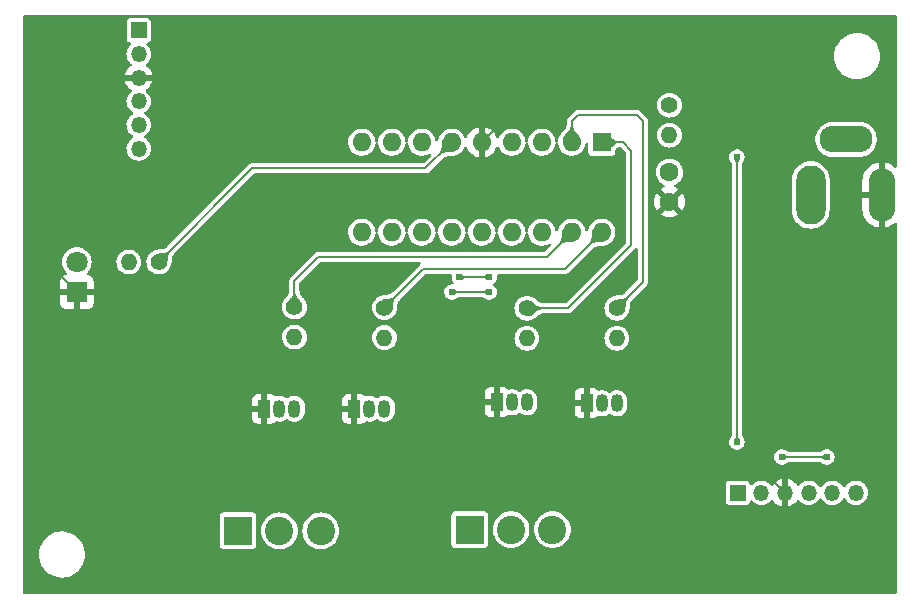
<source format=gbl>
G04 #@! TF.GenerationSoftware,KiCad,Pcbnew,(6.0.11-0)*
G04 #@! TF.CreationDate,2023-07-15T22:38:05+09:00*
G04 #@! TF.ProjectId,RadioCtrl-Override,52616469-6f43-4747-926c-2d4f76657272,rev?*
G04 #@! TF.SameCoordinates,PX7bfa480PY7bfa480*
G04 #@! TF.FileFunction,Copper,L2,Bot*
G04 #@! TF.FilePolarity,Positive*
%FSLAX46Y46*%
G04 Gerber Fmt 4.6, Leading zero omitted, Abs format (unit mm)*
G04 Created by KiCad (PCBNEW (6.0.11-0)) date 2023-07-15 22:38:05*
%MOMM*%
%LPD*%
G01*
G04 APERTURE LIST*
G04 #@! TA.AperFunction,ComponentPad*
%ADD10C,1.400000*%
G04 #@! TD*
G04 #@! TA.AperFunction,ComponentPad*
%ADD11O,1.400000X1.400000*%
G04 #@! TD*
G04 #@! TA.AperFunction,ComponentPad*
%ADD12R,2.400000X2.400000*%
G04 #@! TD*
G04 #@! TA.AperFunction,ComponentPad*
%ADD13C,2.400000*%
G04 #@! TD*
G04 #@! TA.AperFunction,ComponentPad*
%ADD14R,1.350000X1.350000*%
G04 #@! TD*
G04 #@! TA.AperFunction,ComponentPad*
%ADD15O,1.350000X1.350000*%
G04 #@! TD*
G04 #@! TA.AperFunction,ComponentPad*
%ADD16R,1.600000X1.600000*%
G04 #@! TD*
G04 #@! TA.AperFunction,ComponentPad*
%ADD17O,1.600000X1.600000*%
G04 #@! TD*
G04 #@! TA.AperFunction,ComponentPad*
%ADD18R,1.050000X1.500000*%
G04 #@! TD*
G04 #@! TA.AperFunction,ComponentPad*
%ADD19O,1.050000X1.500000*%
G04 #@! TD*
G04 #@! TA.AperFunction,ComponentPad*
%ADD20C,1.600000*%
G04 #@! TD*
G04 #@! TA.AperFunction,ComponentPad*
%ADD21R,1.800000X1.800000*%
G04 #@! TD*
G04 #@! TA.AperFunction,ComponentPad*
%ADD22C,1.800000*%
G04 #@! TD*
G04 #@! TA.AperFunction,ComponentPad*
%ADD23O,2.500000X5.000000*%
G04 #@! TD*
G04 #@! TA.AperFunction,ComponentPad*
%ADD24O,2.250000X4.500000*%
G04 #@! TD*
G04 #@! TA.AperFunction,ComponentPad*
%ADD25O,4.500000X2.250000*%
G04 #@! TD*
G04 #@! TA.AperFunction,ViaPad*
%ADD26C,0.605000*%
G04 #@! TD*
G04 #@! TA.AperFunction,Conductor*
%ADD27C,0.152400*%
G04 #@! TD*
G04 APERTURE END LIST*
D10*
X55245000Y41860000D03*
D11*
X55245000Y39320000D03*
D12*
X18725000Y5815000D03*
D13*
X22225000Y5815000D03*
X25725000Y5815000D03*
D10*
X12015000Y28575000D03*
D11*
X9475000Y28575000D03*
D10*
X43180000Y24660000D03*
D11*
X43180000Y22120000D03*
D14*
X10310000Y48180000D03*
D15*
X10310000Y46180000D03*
X10310000Y44180000D03*
X10310000Y42180000D03*
X10310000Y40180000D03*
X10310000Y38180000D03*
D10*
X31115000Y24715000D03*
D11*
X31115000Y22175000D03*
D10*
X23495000Y24765000D03*
D11*
X23495000Y22225000D03*
D16*
X49520000Y38725000D03*
D17*
X46980000Y38725000D03*
X44440000Y38725000D03*
X41900000Y38725000D03*
X39360000Y38725000D03*
X36820000Y38725000D03*
X34280000Y38725000D03*
X31740000Y38725000D03*
X29200000Y38725000D03*
X29200000Y31105000D03*
X31740000Y31105000D03*
X34280000Y31105000D03*
X36820000Y31105000D03*
X39360000Y31105000D03*
X41900000Y31105000D03*
X44440000Y31105000D03*
X46980000Y31105000D03*
X49520000Y31105000D03*
D14*
X61040000Y9040000D03*
D15*
X63040000Y9040000D03*
X65040000Y9040000D03*
X67040000Y9040000D03*
X69040000Y9040000D03*
X71040000Y9040000D03*
D18*
X28575000Y16150000D03*
D19*
X29845000Y16150000D03*
X31115000Y16150000D03*
D20*
X55245000Y33675000D03*
X55245000Y36175000D03*
D12*
X38343500Y5915500D03*
D13*
X41843500Y5915500D03*
X45343500Y5915500D03*
D21*
X5080000Y26035000D03*
D22*
X5080000Y28575000D03*
D18*
X48260000Y16615000D03*
D19*
X49530000Y16615000D03*
X50800000Y16615000D03*
D18*
X40640000Y16700000D03*
D19*
X41910000Y16700000D03*
X43180000Y16700000D03*
D10*
X50800000Y24670000D03*
D11*
X50800000Y22130000D03*
D23*
X67212500Y34250000D03*
D24*
X73212500Y34250000D03*
D25*
X70212500Y38950000D03*
D18*
X20955000Y16150000D03*
D19*
X22225000Y16150000D03*
X23495000Y16150000D03*
D26*
X4445000Y32385000D03*
X53975000Y15240000D03*
X15875000Y46355000D03*
X71755000Y15240000D03*
X53975000Y6985000D03*
X61595000Y46355000D03*
X35560000Y15240000D03*
X71755000Y26035000D03*
X15875000Y24765000D03*
X4445000Y15240000D03*
X26670000Y46355000D03*
X15875000Y37465000D03*
X48260000Y46355000D03*
X15875000Y15240000D03*
X4445000Y8255000D03*
X36830000Y46355000D03*
X35560000Y24765000D03*
X62230000Y15240000D03*
X61595000Y38735000D03*
X27305000Y24765000D03*
X24130000Y37465000D03*
X60960000Y37465000D03*
X60960000Y13335000D03*
X40005000Y27305000D03*
X37465000Y27305000D03*
X68580000Y12065000D03*
X64770000Y12065000D03*
X40005000Y26035000D03*
X36830000Y26035000D03*
D27*
X39360000Y38725000D02*
X44135000Y43500000D01*
X20500000Y12000000D02*
X28000000Y12000000D01*
X62080000Y12000000D02*
X65040000Y9040000D01*
X10310000Y44180000D02*
X3180000Y44180000D01*
X40640000Y12640000D02*
X40000000Y12000000D01*
X3180000Y44180000D02*
X3000000Y44000000D01*
X48260000Y16615000D02*
X48260000Y12260000D01*
X3000000Y44000000D02*
X3000000Y28115000D01*
X28575000Y16150000D02*
X28575000Y12575000D01*
X58000000Y36430000D02*
X55245000Y33675000D01*
X28000000Y12000000D02*
X40000000Y12000000D01*
X28575000Y12575000D02*
X28000000Y12000000D01*
X44135000Y43500000D02*
X58000000Y43500000D01*
X58000000Y43500000D02*
X58000000Y36430000D01*
X48000000Y12000000D02*
X62080000Y12000000D01*
X3000000Y28115000D02*
X5080000Y26035000D01*
X20955000Y16150000D02*
X20955000Y12455000D01*
X5080000Y22920000D02*
X16000000Y12000000D01*
X5080000Y26035000D02*
X5080000Y22920000D01*
X20955000Y12455000D02*
X20500000Y12000000D01*
X16000000Y12000000D02*
X20500000Y12000000D01*
X48260000Y12260000D02*
X48000000Y12000000D01*
X40000000Y12000000D02*
X48000000Y12000000D01*
X40640000Y16700000D02*
X40640000Y12640000D01*
X60960000Y37465000D02*
X60960000Y13335000D01*
X37465000Y27305000D02*
X40005000Y27305000D01*
X64770000Y12065000D02*
X68580000Y12065000D01*
X36830000Y26035000D02*
X40005000Y26035000D01*
X44875000Y29000000D02*
X25500000Y29000000D01*
X25500000Y29000000D02*
X23495000Y26995000D01*
X23495000Y26995000D02*
X23495000Y24765000D01*
X46980000Y31105000D02*
X44875000Y29000000D01*
X12015000Y28575000D02*
X19940000Y36500000D01*
X34595000Y36500000D02*
X36820000Y38725000D01*
X19940000Y36500000D02*
X34595000Y36500000D01*
X49520000Y31105000D02*
X46415000Y28000000D01*
X34400000Y28000000D02*
X31115000Y24715000D01*
X46415000Y28000000D02*
X34400000Y28000000D01*
X51275000Y38725000D02*
X52000000Y38000000D01*
X46660000Y24660000D02*
X43180000Y24660000D01*
X49520000Y38725000D02*
X51275000Y38725000D01*
X52000000Y38000000D02*
X52000000Y30000000D01*
X52000000Y30000000D02*
X46660000Y24660000D01*
X46980000Y40480000D02*
X47500000Y41000000D01*
X46980000Y38725000D02*
X46980000Y40480000D01*
X47500000Y41000000D02*
X52500000Y41000000D01*
X53000000Y40500000D02*
X53000000Y26870000D01*
X53000000Y26870000D02*
X50800000Y24670000D01*
X52500000Y41000000D02*
X53000000Y40500000D01*
G04 #@! TA.AperFunction,Conductor*
G36*
X74442121Y49479998D02*
G01*
X74488614Y49426342D01*
X74500000Y49374000D01*
X74500000Y36696224D01*
X74479998Y36628103D01*
X74426342Y36581610D01*
X74356068Y36571506D01*
X74292169Y36600413D01*
X74179081Y36696999D01*
X74171108Y36702792D01*
X73960379Y36831927D01*
X73951585Y36836408D01*
X73723258Y36930984D01*
X73713873Y36934033D01*
X73478892Y36990447D01*
X73469471Y36988469D01*
X73466500Y36977002D01*
X73466500Y31525055D01*
X73470844Y31510262D01*
X73477181Y31509142D01*
X73713873Y31565967D01*
X73723258Y31569016D01*
X73951585Y31663592D01*
X73960379Y31668073D01*
X74171108Y31797208D01*
X74179081Y31803001D01*
X74292169Y31899587D01*
X74356959Y31928618D01*
X74427159Y31918013D01*
X74480482Y31871138D01*
X74500000Y31803776D01*
X74500000Y626000D01*
X74479998Y557879D01*
X74426342Y511386D01*
X74374000Y500000D01*
X626000Y500000D01*
X557879Y520002D01*
X511386Y573658D01*
X500000Y626000D01*
X500000Y3840715D01*
X1854759Y3840715D01*
X1855003Y3836280D01*
X1855003Y3836276D01*
X1858384Y3774853D01*
X1869938Y3564913D01*
X1923825Y3294001D01*
X2015347Y3033384D01*
X2142678Y2788263D01*
X2145261Y2784648D01*
X2145265Y2784642D01*
X2182272Y2732856D01*
X2303275Y2563529D01*
X2493936Y2363665D01*
X2497431Y2360909D01*
X2497433Y2360908D01*
X2545469Y2323040D01*
X2710856Y2192659D01*
X2772559Y2156819D01*
X2945853Y2056161D01*
X2945859Y2056158D01*
X2949707Y2053923D01*
X3205723Y1950226D01*
X3210036Y1949155D01*
X3210041Y1949153D01*
X3469475Y1884709D01*
X3469480Y1884708D01*
X3473796Y1883636D01*
X3478224Y1883182D01*
X3478226Y1883182D01*
X3553339Y1875486D01*
X3709370Y1859500D01*
X3880362Y1859500D01*
X4085530Y1874027D01*
X4089885Y1874965D01*
X4089888Y1874965D01*
X4351215Y1931227D01*
X4351217Y1931227D01*
X4355562Y1932163D01*
X4614709Y2027767D01*
X4663185Y2053923D01*
X4853884Y2156819D01*
X4857800Y2158932D01*
X5079984Y2323040D01*
X5276829Y2516817D01*
X5444406Y2736396D01*
X5579373Y2977396D01*
X5679036Y3235009D01*
X5741407Y3504095D01*
X5765241Y3779285D01*
X5764997Y3783724D01*
X5750307Y4050644D01*
X5750306Y4050651D01*
X5750062Y4055087D01*
X5708408Y4264500D01*
X5697043Y4321636D01*
X5697042Y4321638D01*
X5696175Y4325999D01*
X5606351Y4581782D01*
X17174500Y4581782D01*
X17175170Y4577232D01*
X17175170Y4577229D01*
X17183216Y4522574D01*
X17184642Y4512888D01*
X17209140Y4462992D01*
X17229446Y4421633D01*
X17236068Y4408145D01*
X17318650Y4325707D01*
X17423482Y4274464D01*
X17453973Y4270016D01*
X17487256Y4265160D01*
X17487260Y4265160D01*
X17491782Y4264500D01*
X19958218Y4264500D01*
X19962768Y4265170D01*
X19962771Y4265170D01*
X20017426Y4273216D01*
X20017427Y4273216D01*
X20027112Y4274642D01*
X20121804Y4321133D01*
X20122507Y4321478D01*
X20122509Y4321479D01*
X20131855Y4326068D01*
X20214293Y4408650D01*
X20265536Y4513482D01*
X20275500Y4581782D01*
X20275500Y5815000D01*
X20669706Y5815000D01*
X20688854Y5571698D01*
X20745828Y5334388D01*
X20747718Y5329825D01*
X20747720Y5329819D01*
X20837328Y5113485D01*
X20839223Y5108911D01*
X20966741Y4900821D01*
X21125241Y4715241D01*
X21310821Y4556741D01*
X21400511Y4501779D01*
X21511826Y4433565D01*
X21518911Y4429223D01*
X21523481Y4427330D01*
X21523485Y4427328D01*
X21739819Y4337720D01*
X21739825Y4337718D01*
X21744388Y4335828D01*
X21749188Y4334676D01*
X21749193Y4334674D01*
X21857702Y4308623D01*
X21981698Y4278854D01*
X22225000Y4259706D01*
X22468302Y4278854D01*
X22592298Y4308623D01*
X22700807Y4334674D01*
X22700812Y4334676D01*
X22705612Y4335828D01*
X22710175Y4337718D01*
X22710181Y4337720D01*
X22926515Y4427328D01*
X22926519Y4427330D01*
X22931089Y4429223D01*
X22938175Y4433565D01*
X23049489Y4501779D01*
X23139179Y4556741D01*
X23324759Y4715241D01*
X23483259Y4900821D01*
X23610777Y5108911D01*
X23612672Y5113485D01*
X23702280Y5329819D01*
X23702282Y5329825D01*
X23704172Y5334388D01*
X23761146Y5571698D01*
X23780294Y5815000D01*
X24169706Y5815000D01*
X24188854Y5571698D01*
X24245828Y5334388D01*
X24247718Y5329825D01*
X24247720Y5329819D01*
X24337328Y5113485D01*
X24339223Y5108911D01*
X24466741Y4900821D01*
X24625241Y4715241D01*
X24810821Y4556741D01*
X24900511Y4501779D01*
X25011826Y4433565D01*
X25018911Y4429223D01*
X25023481Y4427330D01*
X25023485Y4427328D01*
X25239819Y4337720D01*
X25239825Y4337718D01*
X25244388Y4335828D01*
X25249188Y4334676D01*
X25249193Y4334674D01*
X25357702Y4308623D01*
X25481698Y4278854D01*
X25725000Y4259706D01*
X25968302Y4278854D01*
X26092298Y4308623D01*
X26200807Y4334674D01*
X26200812Y4334676D01*
X26205612Y4335828D01*
X26210175Y4337718D01*
X26210181Y4337720D01*
X26426515Y4427328D01*
X26426519Y4427330D01*
X26431089Y4429223D01*
X26438175Y4433565D01*
X26549489Y4501779D01*
X26639179Y4556741D01*
X26786169Y4682282D01*
X36793000Y4682282D01*
X36793670Y4677732D01*
X36793670Y4677729D01*
X36801716Y4623074D01*
X36803142Y4613388D01*
X36818344Y4582426D01*
X36847441Y4523162D01*
X36854568Y4508645D01*
X36937150Y4426207D01*
X37041982Y4374964D01*
X37072473Y4370516D01*
X37105756Y4365660D01*
X37105760Y4365660D01*
X37110282Y4365000D01*
X39576718Y4365000D01*
X39581268Y4365670D01*
X39581271Y4365670D01*
X39635926Y4373716D01*
X39635927Y4373716D01*
X39645612Y4375142D01*
X39713860Y4408650D01*
X39741007Y4421978D01*
X39741009Y4421979D01*
X39750355Y4426568D01*
X39832793Y4509150D01*
X39884036Y4613982D01*
X39894000Y4682282D01*
X39894000Y5915500D01*
X40288206Y5915500D01*
X40307354Y5672198D01*
X40331482Y5571698D01*
X40358043Y5461068D01*
X40364328Y5434888D01*
X40366218Y5430325D01*
X40366220Y5430319D01*
X40439620Y5253115D01*
X40457723Y5209411D01*
X40585241Y5001321D01*
X40743741Y4815741D01*
X40929321Y4657241D01*
X41137411Y4529723D01*
X41141981Y4527830D01*
X41141985Y4527828D01*
X41358319Y4438220D01*
X41358325Y4438218D01*
X41362888Y4436328D01*
X41367688Y4435176D01*
X41367693Y4435174D01*
X41439199Y4418007D01*
X41600198Y4379354D01*
X41843500Y4360206D01*
X42086802Y4379354D01*
X42247801Y4418007D01*
X42319307Y4435174D01*
X42319312Y4435176D01*
X42324112Y4436328D01*
X42328675Y4438218D01*
X42328681Y4438220D01*
X42545015Y4527828D01*
X42545019Y4527830D01*
X42549589Y4529723D01*
X42757679Y4657241D01*
X42943259Y4815741D01*
X43101759Y5001321D01*
X43229277Y5209411D01*
X43247380Y5253115D01*
X43320780Y5430319D01*
X43320782Y5430325D01*
X43322672Y5434888D01*
X43328958Y5461068D01*
X43355518Y5571698D01*
X43379646Y5672198D01*
X43398794Y5915500D01*
X43788206Y5915500D01*
X43807354Y5672198D01*
X43831482Y5571698D01*
X43858043Y5461068D01*
X43864328Y5434888D01*
X43866218Y5430325D01*
X43866220Y5430319D01*
X43939620Y5253115D01*
X43957723Y5209411D01*
X44085241Y5001321D01*
X44243741Y4815741D01*
X44429321Y4657241D01*
X44637411Y4529723D01*
X44641981Y4527830D01*
X44641985Y4527828D01*
X44858319Y4438220D01*
X44858325Y4438218D01*
X44862888Y4436328D01*
X44867688Y4435176D01*
X44867693Y4435174D01*
X44939199Y4418007D01*
X45100198Y4379354D01*
X45343500Y4360206D01*
X45586802Y4379354D01*
X45747801Y4418007D01*
X45819307Y4435174D01*
X45819312Y4435176D01*
X45824112Y4436328D01*
X45828675Y4438218D01*
X45828681Y4438220D01*
X46045015Y4527828D01*
X46045019Y4527830D01*
X46049589Y4529723D01*
X46257679Y4657241D01*
X46443259Y4815741D01*
X46601759Y5001321D01*
X46729277Y5209411D01*
X46747380Y5253115D01*
X46820780Y5430319D01*
X46820782Y5430325D01*
X46822672Y5434888D01*
X46828958Y5461068D01*
X46855518Y5571698D01*
X46879646Y5672198D01*
X46898794Y5915500D01*
X46879646Y6158802D01*
X46822672Y6396112D01*
X46820782Y6400675D01*
X46820780Y6400681D01*
X46731172Y6617015D01*
X46731170Y6617019D01*
X46729277Y6621589D01*
X46601759Y6829679D01*
X46443259Y7015259D01*
X46257679Y7173759D01*
X46057283Y7296562D01*
X46053809Y7298691D01*
X46049589Y7301277D01*
X46045019Y7303170D01*
X46045015Y7303172D01*
X45828681Y7392780D01*
X45828675Y7392782D01*
X45824112Y7394672D01*
X45819312Y7395824D01*
X45819307Y7395826D01*
X45710798Y7421877D01*
X45586802Y7451646D01*
X45343500Y7470794D01*
X45100198Y7451646D01*
X44976202Y7421877D01*
X44867693Y7395826D01*
X44867688Y7395824D01*
X44862888Y7394672D01*
X44858325Y7392782D01*
X44858319Y7392780D01*
X44641985Y7303172D01*
X44641981Y7303170D01*
X44637411Y7301277D01*
X44633191Y7298691D01*
X44629717Y7296562D01*
X44429321Y7173759D01*
X44243741Y7015259D01*
X44085241Y6829679D01*
X43957723Y6621589D01*
X43955830Y6617019D01*
X43955828Y6617015D01*
X43866220Y6400681D01*
X43866218Y6400675D01*
X43864328Y6396112D01*
X43807354Y6158802D01*
X43788206Y5915500D01*
X43398794Y5915500D01*
X43379646Y6158802D01*
X43322672Y6396112D01*
X43320782Y6400675D01*
X43320780Y6400681D01*
X43231172Y6617015D01*
X43231170Y6617019D01*
X43229277Y6621589D01*
X43101759Y6829679D01*
X42943259Y7015259D01*
X42757679Y7173759D01*
X42557283Y7296562D01*
X42553809Y7298691D01*
X42549589Y7301277D01*
X42545019Y7303170D01*
X42545015Y7303172D01*
X42328681Y7392780D01*
X42328675Y7392782D01*
X42324112Y7394672D01*
X42319312Y7395824D01*
X42319307Y7395826D01*
X42210798Y7421877D01*
X42086802Y7451646D01*
X41843500Y7470794D01*
X41600198Y7451646D01*
X41476202Y7421877D01*
X41367693Y7395826D01*
X41367688Y7395824D01*
X41362888Y7394672D01*
X41358325Y7392782D01*
X41358319Y7392780D01*
X41141985Y7303172D01*
X41141981Y7303170D01*
X41137411Y7301277D01*
X41133191Y7298691D01*
X41129717Y7296562D01*
X40929321Y7173759D01*
X40743741Y7015259D01*
X40585241Y6829679D01*
X40457723Y6621589D01*
X40455830Y6617019D01*
X40455828Y6617015D01*
X40366220Y6400681D01*
X40366218Y6400675D01*
X40364328Y6396112D01*
X40307354Y6158802D01*
X40288206Y5915500D01*
X39894000Y5915500D01*
X39894000Y7148718D01*
X39885371Y7207338D01*
X39885284Y7207926D01*
X39885284Y7207927D01*
X39883858Y7217612D01*
X39844913Y7296935D01*
X39837022Y7313007D01*
X39837021Y7313009D01*
X39832432Y7322355D01*
X39749850Y7404793D01*
X39645018Y7456036D01*
X39614527Y7460484D01*
X39581244Y7465340D01*
X39581240Y7465340D01*
X39576718Y7466000D01*
X37110282Y7466000D01*
X37105732Y7465330D01*
X37105729Y7465330D01*
X37051074Y7457284D01*
X37051073Y7457284D01*
X37041388Y7455858D01*
X37030457Y7450491D01*
X36945993Y7409022D01*
X36945991Y7409021D01*
X36936645Y7404432D01*
X36854207Y7321850D01*
X36802964Y7217018D01*
X36793000Y7148718D01*
X36793000Y4682282D01*
X26786169Y4682282D01*
X26824759Y4715241D01*
X26983259Y4900821D01*
X27110777Y5108911D01*
X27112672Y5113485D01*
X27202280Y5329819D01*
X27202282Y5329825D01*
X27204172Y5334388D01*
X27261146Y5571698D01*
X27280294Y5815000D01*
X27261146Y6058302D01*
X27204172Y6295612D01*
X27202282Y6300175D01*
X27202280Y6300181D01*
X27112672Y6516515D01*
X27112670Y6516519D01*
X27110777Y6521089D01*
X26983259Y6729179D01*
X26824759Y6914759D01*
X26639179Y7073259D01*
X26431089Y7200777D01*
X26426519Y7202670D01*
X26426515Y7202672D01*
X26210181Y7292280D01*
X26210175Y7292282D01*
X26205612Y7294172D01*
X26200812Y7295324D01*
X26200807Y7295326D01*
X26088223Y7322355D01*
X25968302Y7351146D01*
X25725000Y7370294D01*
X25481698Y7351146D01*
X25361777Y7322355D01*
X25249193Y7295326D01*
X25249188Y7295324D01*
X25244388Y7294172D01*
X25239825Y7292282D01*
X25239819Y7292280D01*
X25023485Y7202672D01*
X25023481Y7202670D01*
X25018911Y7200777D01*
X24810821Y7073259D01*
X24625241Y6914759D01*
X24466741Y6729179D01*
X24339223Y6521089D01*
X24337330Y6516519D01*
X24337328Y6516515D01*
X24247720Y6300181D01*
X24247718Y6300175D01*
X24245828Y6295612D01*
X24188854Y6058302D01*
X24169706Y5815000D01*
X23780294Y5815000D01*
X23761146Y6058302D01*
X23704172Y6295612D01*
X23702282Y6300175D01*
X23702280Y6300181D01*
X23612672Y6516515D01*
X23612670Y6516519D01*
X23610777Y6521089D01*
X23483259Y6729179D01*
X23324759Y6914759D01*
X23139179Y7073259D01*
X22931089Y7200777D01*
X22926519Y7202670D01*
X22926515Y7202672D01*
X22710181Y7292280D01*
X22710175Y7292282D01*
X22705612Y7294172D01*
X22700812Y7295324D01*
X22700807Y7295326D01*
X22588223Y7322355D01*
X22468302Y7351146D01*
X22225000Y7370294D01*
X21981698Y7351146D01*
X21861777Y7322355D01*
X21749193Y7295326D01*
X21749188Y7295324D01*
X21744388Y7294172D01*
X21739825Y7292282D01*
X21739819Y7292280D01*
X21523485Y7202672D01*
X21523481Y7202670D01*
X21518911Y7200777D01*
X21310821Y7073259D01*
X21125241Y6914759D01*
X20966741Y6729179D01*
X20839223Y6521089D01*
X20837330Y6516519D01*
X20837328Y6516515D01*
X20747720Y6300181D01*
X20747718Y6300175D01*
X20745828Y6295612D01*
X20688854Y6058302D01*
X20669706Y5815000D01*
X20275500Y5815000D01*
X20275500Y7048218D01*
X20266871Y7106838D01*
X20266784Y7107426D01*
X20266784Y7107427D01*
X20265358Y7117112D01*
X20236277Y7176343D01*
X20218522Y7212507D01*
X20218521Y7212509D01*
X20213932Y7221855D01*
X20131350Y7304293D01*
X20026518Y7355536D01*
X19996027Y7359984D01*
X19962744Y7364840D01*
X19962740Y7364840D01*
X19958218Y7365500D01*
X17491782Y7365500D01*
X17487232Y7364830D01*
X17487229Y7364830D01*
X17432574Y7356784D01*
X17432573Y7356784D01*
X17422888Y7355358D01*
X17411957Y7349991D01*
X17327493Y7308522D01*
X17327491Y7308521D01*
X17318145Y7303932D01*
X17235707Y7221350D01*
X17184464Y7116518D01*
X17174500Y7048218D01*
X17174500Y4581782D01*
X5606351Y4581782D01*
X5604653Y4586616D01*
X5477322Y4831737D01*
X5474739Y4835352D01*
X5474735Y4835358D01*
X5319313Y5052850D01*
X5319310Y5052854D01*
X5316725Y5056471D01*
X5126064Y5256335D01*
X5122567Y5259092D01*
X4912639Y5424586D01*
X4912637Y5424587D01*
X4909144Y5427341D01*
X4796609Y5492706D01*
X4674147Y5563839D01*
X4674141Y5563842D01*
X4670293Y5566077D01*
X4495720Y5636786D01*
X4418403Y5668103D01*
X4418401Y5668104D01*
X4414277Y5669774D01*
X4409964Y5670845D01*
X4409959Y5670847D01*
X4150525Y5735291D01*
X4150520Y5735292D01*
X4146204Y5736364D01*
X4141776Y5736818D01*
X4141774Y5736818D01*
X4061573Y5745035D01*
X3910630Y5760500D01*
X3739638Y5760500D01*
X3534470Y5745973D01*
X3530115Y5745035D01*
X3530112Y5745035D01*
X3268785Y5688773D01*
X3268783Y5688773D01*
X3264438Y5687837D01*
X3005291Y5592233D01*
X3001373Y5590119D01*
X2952668Y5563839D01*
X2762200Y5461068D01*
X2540016Y5296960D01*
X2343171Y5103183D01*
X2175594Y4883604D01*
X2173416Y4879715D01*
X2083413Y4719003D01*
X2040627Y4642604D01*
X2039023Y4638459D01*
X2039022Y4638456D01*
X1988802Y4508645D01*
X1940964Y4384991D01*
X1939961Y4380666D01*
X1939960Y4380661D01*
X1913036Y4264500D01*
X1878593Y4115905D01*
X1854759Y3840715D01*
X500000Y3840715D01*
X500000Y8331782D01*
X60014500Y8331782D01*
X60015170Y8327232D01*
X60015170Y8327229D01*
X60021373Y8285094D01*
X60024642Y8262888D01*
X60028958Y8254098D01*
X60060021Y8190830D01*
X60076068Y8158145D01*
X60158650Y8075707D01*
X60263482Y8024464D01*
X60293973Y8020016D01*
X60327256Y8015160D01*
X60327260Y8015160D01*
X60331782Y8014500D01*
X61748218Y8014500D01*
X61752768Y8015170D01*
X61752771Y8015170D01*
X61807426Y8023216D01*
X61807427Y8023216D01*
X61817112Y8024642D01*
X61911804Y8071133D01*
X61912507Y8071478D01*
X61912509Y8071479D01*
X61921855Y8076068D01*
X62004293Y8158650D01*
X62055536Y8263482D01*
X62058689Y8285094D01*
X62088317Y8349614D01*
X62148123Y8387873D01*
X62219119Y8387725D01*
X62282115Y8345167D01*
X62294920Y8329010D01*
X62294923Y8329007D01*
X62298748Y8324181D01*
X62303442Y8320186D01*
X62380395Y8254694D01*
X62451901Y8193837D01*
X62457279Y8190831D01*
X62457281Y8190830D01*
X62528050Y8151279D01*
X62627456Y8095723D01*
X62818723Y8033576D01*
X63018420Y8009764D01*
X63024555Y8010236D01*
X63024557Y8010236D01*
X63212796Y8024720D01*
X63212800Y8024721D01*
X63218938Y8025193D01*
X63255782Y8035480D01*
X63406696Y8077616D01*
X63406700Y8077617D01*
X63412640Y8079276D01*
X63418144Y8082056D01*
X63418146Y8082057D01*
X63586646Y8167172D01*
X63586648Y8167173D01*
X63592149Y8169952D01*
X63671388Y8231860D01*
X63745771Y8289974D01*
X63745772Y8289975D01*
X63750627Y8293768D01*
X63754653Y8298432D01*
X63754656Y8298435D01*
X63847701Y8406229D01*
X63907354Y8444726D01*
X63978350Y8444861D01*
X64038149Y8406591D01*
X64045979Y8396618D01*
X64133254Y8273127D01*
X64140720Y8264385D01*
X64288191Y8120725D01*
X64297124Y8113491D01*
X64468299Y7999116D01*
X64478409Y7993626D01*
X64667566Y7912358D01*
X64678499Y7908806D01*
X64768332Y7888479D01*
X64782405Y7889368D01*
X64786000Y7898767D01*
X64786000Y7899488D01*
X65294000Y7899488D01*
X65297966Y7885982D01*
X65311883Y7883989D01*
X65322817Y7886614D01*
X65517763Y7952790D01*
X65528272Y7957469D01*
X65707882Y8058056D01*
X65717375Y8064580D01*
X65875653Y8196218D01*
X65883782Y8204347D01*
X66015420Y8362625D01*
X66021942Y8372114D01*
X66028938Y8384607D01*
X66079675Y8434269D01*
X66149206Y8448618D01*
X66215457Y8423096D01*
X66237618Y8401307D01*
X66278590Y8349614D01*
X66298748Y8324181D01*
X66303442Y8320186D01*
X66380395Y8254694D01*
X66451901Y8193837D01*
X66457279Y8190831D01*
X66457281Y8190830D01*
X66528050Y8151279D01*
X66627456Y8095723D01*
X66818723Y8033576D01*
X67018420Y8009764D01*
X67024555Y8010236D01*
X67024557Y8010236D01*
X67212796Y8024720D01*
X67212800Y8024721D01*
X67218938Y8025193D01*
X67255782Y8035480D01*
X67406696Y8077616D01*
X67406700Y8077617D01*
X67412640Y8079276D01*
X67418144Y8082056D01*
X67418146Y8082057D01*
X67586646Y8167172D01*
X67586648Y8167173D01*
X67592149Y8169952D01*
X67671388Y8231860D01*
X67745771Y8289974D01*
X67745772Y8289975D01*
X67750627Y8293768D01*
X67829037Y8384607D01*
X67878008Y8441340D01*
X67878009Y8441342D01*
X67882037Y8446008D01*
X67929785Y8530060D01*
X67980822Y8579409D01*
X68050440Y8593332D01*
X68116534Y8567406D01*
X68151406Y8525417D01*
X68171010Y8487271D01*
X68171016Y8487262D01*
X68173828Y8481790D01*
X68177651Y8476966D01*
X68177654Y8476962D01*
X68278590Y8349614D01*
X68298748Y8324181D01*
X68303442Y8320186D01*
X68380395Y8254694D01*
X68451901Y8193837D01*
X68457279Y8190831D01*
X68457281Y8190830D01*
X68528050Y8151279D01*
X68627456Y8095723D01*
X68818723Y8033576D01*
X69018420Y8009764D01*
X69024555Y8010236D01*
X69024557Y8010236D01*
X69212796Y8024720D01*
X69212800Y8024721D01*
X69218938Y8025193D01*
X69255782Y8035480D01*
X69406696Y8077616D01*
X69406700Y8077617D01*
X69412640Y8079276D01*
X69418144Y8082056D01*
X69418146Y8082057D01*
X69586646Y8167172D01*
X69586648Y8167173D01*
X69592149Y8169952D01*
X69671388Y8231860D01*
X69745771Y8289974D01*
X69745772Y8289975D01*
X69750627Y8293768D01*
X69829037Y8384607D01*
X69878008Y8441340D01*
X69878009Y8441342D01*
X69882037Y8446008D01*
X69929785Y8530060D01*
X69980822Y8579409D01*
X70050440Y8593332D01*
X70116534Y8567406D01*
X70151406Y8525417D01*
X70171010Y8487271D01*
X70171016Y8487262D01*
X70173828Y8481790D01*
X70177651Y8476966D01*
X70177654Y8476962D01*
X70278590Y8349614D01*
X70298748Y8324181D01*
X70303442Y8320186D01*
X70380395Y8254694D01*
X70451901Y8193837D01*
X70457279Y8190831D01*
X70457281Y8190830D01*
X70528050Y8151279D01*
X70627456Y8095723D01*
X70818723Y8033576D01*
X71018420Y8009764D01*
X71024555Y8010236D01*
X71024557Y8010236D01*
X71212796Y8024720D01*
X71212800Y8024721D01*
X71218938Y8025193D01*
X71255782Y8035480D01*
X71406696Y8077616D01*
X71406700Y8077617D01*
X71412640Y8079276D01*
X71418144Y8082056D01*
X71418146Y8082057D01*
X71586646Y8167172D01*
X71586648Y8167173D01*
X71592149Y8169952D01*
X71671388Y8231860D01*
X71745771Y8289974D01*
X71745772Y8289975D01*
X71750627Y8293768D01*
X71829037Y8384607D01*
X71878008Y8441340D01*
X71878009Y8441342D01*
X71882037Y8446008D01*
X71951001Y8567406D01*
X71978329Y8615512D01*
X71978331Y8615516D01*
X71981374Y8620873D01*
X72013637Y8717859D01*
X72042909Y8805855D01*
X72042910Y8805858D01*
X72044854Y8811703D01*
X72070060Y9011228D01*
X72070462Y9040000D01*
X72050837Y9240151D01*
X71992710Y9432679D01*
X71898294Y9610249D01*
X71832774Y9690585D01*
X71775081Y9761324D01*
X71775078Y9761327D01*
X71771186Y9766099D01*
X71764637Y9771517D01*
X71620977Y9890363D01*
X71620974Y9890365D01*
X71616227Y9894292D01*
X71439320Y9989945D01*
X71343261Y10019680D01*
X71253090Y10047593D01*
X71253087Y10047594D01*
X71247203Y10049415D01*
X71241078Y10050059D01*
X71241077Y10050059D01*
X71053322Y10069793D01*
X71053321Y10069793D01*
X71047194Y10070437D01*
X70963056Y10062780D01*
X70853050Y10052769D01*
X70853047Y10052768D01*
X70846911Y10052210D01*
X70841005Y10050472D01*
X70841001Y10050471D01*
X70699644Y10008867D01*
X70653982Y9995428D01*
X70635259Y9985640D01*
X70526384Y9928721D01*
X70475757Y9902254D01*
X70319024Y9776237D01*
X70189752Y9622177D01*
X70186785Y9616779D01*
X70186783Y9616777D01*
X70150632Y9551018D01*
X70100287Y9500959D01*
X70030870Y9486065D01*
X69964421Y9511065D01*
X69928966Y9552564D01*
X69901190Y9604803D01*
X69901189Y9604805D01*
X69898294Y9610249D01*
X69832774Y9690585D01*
X69775081Y9761324D01*
X69775078Y9761327D01*
X69771186Y9766099D01*
X69764637Y9771517D01*
X69620977Y9890363D01*
X69620974Y9890365D01*
X69616227Y9894292D01*
X69439320Y9989945D01*
X69343261Y10019680D01*
X69253090Y10047593D01*
X69253087Y10047594D01*
X69247203Y10049415D01*
X69241078Y10050059D01*
X69241077Y10050059D01*
X69053322Y10069793D01*
X69053321Y10069793D01*
X69047194Y10070437D01*
X68963056Y10062780D01*
X68853050Y10052769D01*
X68853047Y10052768D01*
X68846911Y10052210D01*
X68841005Y10050472D01*
X68841001Y10050471D01*
X68699644Y10008867D01*
X68653982Y9995428D01*
X68635259Y9985640D01*
X68526384Y9928721D01*
X68475757Y9902254D01*
X68319024Y9776237D01*
X68189752Y9622177D01*
X68186785Y9616779D01*
X68186783Y9616777D01*
X68150632Y9551018D01*
X68100287Y9500959D01*
X68030870Y9486065D01*
X67964421Y9511065D01*
X67928966Y9552564D01*
X67901190Y9604803D01*
X67901189Y9604805D01*
X67898294Y9610249D01*
X67832774Y9690585D01*
X67775081Y9761324D01*
X67775078Y9761327D01*
X67771186Y9766099D01*
X67764637Y9771517D01*
X67620977Y9890363D01*
X67620974Y9890365D01*
X67616227Y9894292D01*
X67439320Y9989945D01*
X67343261Y10019680D01*
X67253090Y10047593D01*
X67253087Y10047594D01*
X67247203Y10049415D01*
X67241078Y10050059D01*
X67241077Y10050059D01*
X67053322Y10069793D01*
X67053321Y10069793D01*
X67047194Y10070437D01*
X66963056Y10062780D01*
X66853050Y10052769D01*
X66853047Y10052768D01*
X66846911Y10052210D01*
X66841005Y10050472D01*
X66841001Y10050471D01*
X66699644Y10008867D01*
X66653982Y9995428D01*
X66635259Y9985640D01*
X66526384Y9928721D01*
X66475757Y9902254D01*
X66319024Y9776237D01*
X66315065Y9771519D01*
X66315057Y9771511D01*
X66234913Y9675999D01*
X66175804Y9636672D01*
X66104816Y9635546D01*
X66044489Y9672977D01*
X66037434Y9681602D01*
X65926364Y9830345D01*
X65918671Y9838889D01*
X65767490Y9978639D01*
X65758365Y9985640D01*
X65584255Y10095495D01*
X65574008Y10100716D01*
X65382793Y10177003D01*
X65371767Y10180270D01*
X65311770Y10192203D01*
X65298894Y10191051D01*
X65294000Y10175898D01*
X65294000Y7899488D01*
X64786000Y7899488D01*
X64786000Y10178663D01*
X64782194Y10191625D01*
X64767278Y10193561D01*
X64738202Y10188565D01*
X64727082Y10185585D01*
X64533940Y10114331D01*
X64523562Y10109381D01*
X64346639Y10004123D01*
X64337327Y9997357D01*
X64182547Y9861619D01*
X64174630Y9853276D01*
X64047177Y9691603D01*
X64045873Y9689595D01*
X64045011Y9688855D01*
X64043602Y9687068D01*
X64043251Y9687345D01*
X63991995Y9643359D01*
X63921674Y9633592D01*
X63857235Y9663394D01*
X63842559Y9678587D01*
X63775085Y9761319D01*
X63775080Y9761324D01*
X63771186Y9766099D01*
X63764637Y9771517D01*
X63620977Y9890363D01*
X63620974Y9890365D01*
X63616227Y9894292D01*
X63439320Y9989945D01*
X63343261Y10019680D01*
X63253090Y10047593D01*
X63253087Y10047594D01*
X63247203Y10049415D01*
X63241078Y10050059D01*
X63241077Y10050059D01*
X63053322Y10069793D01*
X63053321Y10069793D01*
X63047194Y10070437D01*
X62963056Y10062780D01*
X62853050Y10052769D01*
X62853047Y10052768D01*
X62846911Y10052210D01*
X62841005Y10050472D01*
X62841001Y10050471D01*
X62699644Y10008867D01*
X62653982Y9995428D01*
X62635259Y9985640D01*
X62526384Y9928721D01*
X62475757Y9902254D01*
X62319024Y9776237D01*
X62315065Y9771519D01*
X62315063Y9771517D01*
X62280153Y9729912D01*
X62221043Y9690585D01*
X62150056Y9689459D01*
X62089728Y9726890D01*
X62058975Y9792550D01*
X62056786Y9807420D01*
X62056784Y9807427D01*
X62055358Y9817112D01*
X62013556Y9902254D01*
X62008522Y9912507D01*
X62008521Y9912509D01*
X62003932Y9921855D01*
X61933898Y9991767D01*
X61928721Y9996935D01*
X61928720Y9996935D01*
X61921350Y10004293D01*
X61816518Y10055536D01*
X61786027Y10059984D01*
X61752744Y10064840D01*
X61752740Y10064840D01*
X61748218Y10065500D01*
X60331782Y10065500D01*
X60327232Y10064830D01*
X60327229Y10064830D01*
X60272574Y10056784D01*
X60272573Y10056784D01*
X60262888Y10055358D01*
X60212992Y10030860D01*
X60167493Y10008522D01*
X60167491Y10008521D01*
X60158145Y10003932D01*
X60075707Y9921350D01*
X60024464Y9816518D01*
X60023052Y9806838D01*
X60017109Y9766099D01*
X60014500Y9748218D01*
X60014500Y8331782D01*
X500000Y8331782D01*
X500000Y12071888D01*
X64112240Y12071888D01*
X64129584Y11914792D01*
X64183899Y11766367D01*
X64188136Y11760061D01*
X64188138Y11760058D01*
X64228596Y11699852D01*
X64272052Y11635183D01*
X64388951Y11528812D01*
X64395624Y11525189D01*
X64395628Y11525186D01*
X64521176Y11457020D01*
X64527849Y11453397D01*
X64680727Y11413290D01*
X64764077Y11411980D01*
X64831161Y11410926D01*
X64831164Y11410926D01*
X64838758Y11410807D01*
X64992820Y11446092D01*
X65036604Y11468113D01*
X65053433Y11475102D01*
X65070626Y11480823D01*
X65070630Y11480825D01*
X65075574Y11482470D01*
X65080182Y11484908D01*
X65080185Y11484909D01*
X65121820Y11506935D01*
X65121846Y11506949D01*
X65122345Y11507213D01*
X65132434Y11512761D01*
X65133101Y11513142D01*
X65143281Y11519185D01*
X65143665Y11519422D01*
X65143707Y11519447D01*
X65167201Y11533926D01*
X65188955Y11547332D01*
X65195336Y11551358D01*
X65195754Y11551628D01*
X65202858Y11556338D01*
X65242928Y11583604D01*
X65246312Y11585935D01*
X65246411Y11586004D01*
X65246486Y11586056D01*
X65277014Y11607349D01*
X65280359Y11609603D01*
X65283496Y11611645D01*
X65347017Y11631939D01*
X65356004Y11632312D01*
X65375998Y11633140D01*
X65376642Y11633180D01*
X65376661Y11633181D01*
X65381595Y11633488D01*
X65390675Y11634052D01*
X65396367Y11635494D01*
X65402156Y11636399D01*
X65402266Y11635695D01*
X65423153Y11638300D01*
X67936328Y11638300D01*
X67962192Y11635617D01*
X67974002Y11633140D01*
X67979209Y11632924D01*
X67979212Y11632924D01*
X67998810Y11632113D01*
X68002981Y11631940D01*
X68066494Y11611654D01*
X68069617Y11609621D01*
X68072920Y11607395D01*
X68103588Y11586004D01*
X68106968Y11583675D01*
X68147137Y11556341D01*
X68147467Y11556122D01*
X68147506Y11556096D01*
X68153858Y11551884D01*
X68153927Y11551839D01*
X68154245Y11551628D01*
X68154663Y11551358D01*
X68161044Y11547332D01*
X68182798Y11533926D01*
X68206292Y11519447D01*
X68206334Y11519422D01*
X68206718Y11519185D01*
X68216898Y11513142D01*
X68217565Y11512761D01*
X68227652Y11507214D01*
X68228043Y11507007D01*
X68228084Y11506985D01*
X68228179Y11506935D01*
X68274424Y11482470D01*
X68277840Y11481146D01*
X68277844Y11481144D01*
X68301456Y11471991D01*
X68316036Y11465240D01*
X68331171Y11457022D01*
X68331177Y11457020D01*
X68337849Y11453397D01*
X68490727Y11413290D01*
X68574077Y11411980D01*
X68641161Y11410926D01*
X68641164Y11410926D01*
X68648758Y11410807D01*
X68802820Y11446092D01*
X68944019Y11517108D01*
X69064202Y11619754D01*
X69156431Y11748104D01*
X69215382Y11894750D01*
X69237652Y12051224D01*
X69237796Y12065000D01*
X69236963Y12071888D01*
X69219720Y12214366D01*
X69218808Y12221906D01*
X69162941Y12369754D01*
X69079130Y12491700D01*
X69077722Y12493749D01*
X69077721Y12493751D01*
X69073420Y12500008D01*
X69063781Y12508596D01*
X68961084Y12600097D01*
X68961080Y12600100D01*
X68955413Y12605149D01*
X68948705Y12608701D01*
X68948703Y12608702D01*
X68822442Y12675553D01*
X68822441Y12675554D01*
X68815733Y12679105D01*
X68662444Y12717609D01*
X68654846Y12717649D01*
X68654844Y12717649D01*
X68583420Y12718023D01*
X68504395Y12718437D01*
X68497008Y12716663D01*
X68497004Y12716663D01*
X68358100Y12683314D01*
X68350711Y12681540D01*
X68343958Y12678055D01*
X68343959Y12678055D01*
X68312393Y12661763D01*
X68294388Y12654175D01*
X68279383Y12649182D01*
X68279374Y12649178D01*
X68274430Y12647533D01*
X68227659Y12622791D01*
X68217715Y12617325D01*
X68217049Y12616945D01*
X68206717Y12610816D01*
X68203287Y12608702D01*
X68161226Y12582782D01*
X68161159Y12582740D01*
X68161042Y12582668D01*
X68154663Y12578643D01*
X68154245Y12578373D01*
X68153897Y12578142D01*
X68147487Y12573893D01*
X68147418Y12573846D01*
X68147141Y12573663D01*
X68146870Y12573479D01*
X68146817Y12573443D01*
X68107351Y12546588D01*
X68107084Y12546406D01*
X68106977Y12546332D01*
X68103701Y12544075D01*
X68072995Y12522657D01*
X68069637Y12520395D01*
X68066490Y12518347D01*
X68002981Y12498061D01*
X67995099Y12497734D01*
X67973996Y12496860D01*
X67967075Y12496430D01*
X67965197Y12496313D01*
X67965196Y12496313D01*
X67959343Y12495949D01*
X67953657Y12494509D01*
X67947869Y12493604D01*
X67947759Y12494305D01*
X67926859Y12491700D01*
X65413674Y12491700D01*
X65387807Y12494384D01*
X65381105Y12495790D01*
X65381102Y12495790D01*
X65376003Y12496860D01*
X65370799Y12497076D01*
X65370796Y12497076D01*
X65347016Y12498061D01*
X65283499Y12518351D01*
X65280397Y12520370D01*
X65277081Y12522604D01*
X65246401Y12544004D01*
X65243022Y12546332D01*
X65202862Y12573660D01*
X65202511Y12573893D01*
X65202493Y12573905D01*
X65196141Y12578117D01*
X65196071Y12578163D01*
X65195754Y12578373D01*
X65195336Y12578643D01*
X65188957Y12582668D01*
X65188840Y12582740D01*
X65188773Y12582782D01*
X65146712Y12608702D01*
X65143282Y12610816D01*
X65132950Y12616945D01*
X65132284Y12617325D01*
X65127341Y12620042D01*
X65122817Y12622529D01*
X65122775Y12622552D01*
X65122345Y12622788D01*
X65080181Y12645094D01*
X65078828Y12645810D01*
X65078822Y12645813D01*
X65075574Y12647531D01*
X65044344Y12659638D01*
X65030943Y12665757D01*
X65005733Y12679105D01*
X64988981Y12683313D01*
X64859813Y12715758D01*
X64852444Y12717609D01*
X64844846Y12717649D01*
X64844844Y12717649D01*
X64773420Y12718023D01*
X64694395Y12718437D01*
X64687008Y12716663D01*
X64687004Y12716663D01*
X64556031Y12685218D01*
X64540711Y12681540D01*
X64533967Y12678059D01*
X64533964Y12678058D01*
X64415903Y12617122D01*
X64400264Y12609050D01*
X64394542Y12604058D01*
X64394540Y12604057D01*
X64328675Y12546599D01*
X64281162Y12505151D01*
X64190282Y12375842D01*
X64132870Y12228587D01*
X64112240Y12071888D01*
X500000Y12071888D01*
X500000Y13341888D01*
X60302240Y13341888D01*
X60319584Y13184792D01*
X60373899Y13036367D01*
X60378136Y13030061D01*
X60378138Y13030058D01*
X60418596Y12969852D01*
X60462052Y12905183D01*
X60578951Y12798812D01*
X60585624Y12795189D01*
X60585628Y12795186D01*
X60711176Y12727020D01*
X60717849Y12723397D01*
X60870727Y12683290D01*
X60954077Y12681980D01*
X61021161Y12680926D01*
X61021164Y12680926D01*
X61028758Y12680807D01*
X61182820Y12716092D01*
X61324019Y12787108D01*
X61444202Y12889754D01*
X61536431Y13018104D01*
X61595382Y13164750D01*
X61617652Y13321224D01*
X61617796Y13335000D01*
X61616963Y13341888D01*
X61599720Y13484366D01*
X61598808Y13491906D01*
X61542941Y13639754D01*
X61542674Y13640143D01*
X61542530Y13640575D01*
X61517787Y13687346D01*
X61512239Y13697435D01*
X61511858Y13698102D01*
X61505818Y13708278D01*
X61501290Y13715626D01*
X61477855Y13753656D01*
X61477810Y13753729D01*
X61477680Y13753939D01*
X61473282Y13760895D01*
X61472994Y13761339D01*
X61472793Y13761642D01*
X61468877Y13767536D01*
X61468842Y13767588D01*
X61468654Y13767871D01*
X61441406Y13807915D01*
X61439074Y13811300D01*
X61417645Y13842024D01*
X61415396Y13845361D01*
X61413357Y13848493D01*
X61393060Y13912023D01*
X61391889Y13940295D01*
X61391860Y13940998D01*
X61390948Y13955675D01*
X61389506Y13961367D01*
X61388601Y13967156D01*
X61389305Y13967266D01*
X61386700Y13988153D01*
X61386700Y32937118D01*
X65612000Y32937118D01*
X65626817Y32748852D01*
X65685627Y32503889D01*
X65687520Y32499318D01*
X65687521Y32499316D01*
X65736334Y32381472D01*
X65782034Y32271141D01*
X65913664Y32056341D01*
X65916876Y32052581D01*
X65916879Y32052576D01*
X65986996Y31970480D01*
X66077276Y31864776D01*
X66081038Y31861563D01*
X66265076Y31704379D01*
X66265081Y31704376D01*
X66268841Y31701164D01*
X66483641Y31569534D01*
X66488211Y31567641D01*
X66488215Y31567639D01*
X66689825Y31484130D01*
X66716389Y31473127D01*
X66800789Y31452865D01*
X66956539Y31415472D01*
X66956545Y31415471D01*
X66961352Y31414317D01*
X67212500Y31394551D01*
X67463648Y31414317D01*
X67468455Y31415471D01*
X67468461Y31415472D01*
X67624211Y31452865D01*
X67708611Y31473127D01*
X67735175Y31484130D01*
X67936785Y31567639D01*
X67936789Y31567641D01*
X67941359Y31569534D01*
X68156159Y31701164D01*
X68159919Y31704376D01*
X68159924Y31704379D01*
X68343962Y31861563D01*
X68347724Y31864776D01*
X68438004Y31970480D01*
X68508121Y32052576D01*
X68508124Y32052581D01*
X68511336Y32056341D01*
X68642966Y32271141D01*
X68688667Y32381472D01*
X68737479Y32499316D01*
X68737480Y32499318D01*
X68739373Y32503889D01*
X68798183Y32748852D01*
X68813000Y32937118D01*
X68813000Y33063302D01*
X71579500Y33063302D01*
X71579693Y33058376D01*
X71594229Y32873687D01*
X71595772Y32863940D01*
X71653467Y32623627D01*
X71656516Y32614242D01*
X71751092Y32385915D01*
X71755573Y32377121D01*
X71884708Y32166392D01*
X71890501Y32158419D01*
X72051016Y31970480D01*
X72057980Y31963516D01*
X72245919Y31803001D01*
X72253892Y31797208D01*
X72464621Y31668073D01*
X72473415Y31663592D01*
X72701742Y31569016D01*
X72711127Y31565967D01*
X72946108Y31509553D01*
X72955529Y31511531D01*
X72958500Y31522998D01*
X72958500Y33977885D01*
X72954025Y33993124D01*
X72952635Y33994329D01*
X72944952Y33996000D01*
X71597615Y33996000D01*
X71582376Y33991525D01*
X71581171Y33990135D01*
X71579500Y33982452D01*
X71579500Y33063302D01*
X68813000Y33063302D01*
X68813000Y34522115D01*
X71579500Y34522115D01*
X71583975Y34506876D01*
X71585365Y34505671D01*
X71593048Y34504000D01*
X72940385Y34504000D01*
X72955624Y34508475D01*
X72956829Y34509865D01*
X72958500Y34517548D01*
X72958500Y36974945D01*
X72954156Y36989738D01*
X72947819Y36990858D01*
X72711127Y36934033D01*
X72701742Y36930984D01*
X72473415Y36836408D01*
X72464621Y36831927D01*
X72253892Y36702792D01*
X72245919Y36696999D01*
X72057980Y36536484D01*
X72051016Y36529520D01*
X71890501Y36341581D01*
X71884708Y36333608D01*
X71755573Y36122879D01*
X71751092Y36114085D01*
X71656516Y35885758D01*
X71653467Y35876373D01*
X71595772Y35636060D01*
X71594229Y35626313D01*
X71579693Y35441624D01*
X71579500Y35436697D01*
X71579500Y34522115D01*
X68813000Y34522115D01*
X68813000Y35562882D01*
X68810664Y35592570D01*
X68798571Y35746214D01*
X68798183Y35751148D01*
X68789022Y35789310D01*
X68740528Y35991299D01*
X68739373Y35996111D01*
X68707762Y36072427D01*
X68644861Y36224285D01*
X68644859Y36224289D01*
X68642966Y36228859D01*
X68511336Y36443659D01*
X68508124Y36447419D01*
X68508121Y36447424D01*
X68350937Y36631462D01*
X68347724Y36635224D01*
X68203766Y36758176D01*
X68159924Y36795621D01*
X68159919Y36795624D01*
X68156159Y36798836D01*
X67941359Y36930466D01*
X67936789Y36932359D01*
X67936785Y36932361D01*
X67713184Y37024979D01*
X67713182Y37024980D01*
X67708611Y37026873D01*
X67624211Y37047135D01*
X67468461Y37084528D01*
X67468455Y37084529D01*
X67463648Y37085683D01*
X67212500Y37105449D01*
X66961352Y37085683D01*
X66956545Y37084529D01*
X66956539Y37084528D01*
X66800789Y37047135D01*
X66716389Y37026873D01*
X66711818Y37024980D01*
X66711816Y37024979D01*
X66488215Y36932361D01*
X66488211Y36932359D01*
X66483641Y36930466D01*
X66268841Y36798836D01*
X66265081Y36795624D01*
X66265076Y36795621D01*
X66221234Y36758176D01*
X66077276Y36635224D01*
X66074063Y36631462D01*
X65916879Y36447424D01*
X65916876Y36447419D01*
X65913664Y36443659D01*
X65782034Y36228859D01*
X65780141Y36224289D01*
X65780139Y36224285D01*
X65717238Y36072427D01*
X65685627Y35996111D01*
X65684472Y35991299D01*
X65635979Y35789310D01*
X65626817Y35751148D01*
X65626429Y35746214D01*
X65614337Y35592570D01*
X65612000Y35562882D01*
X65612000Y32937118D01*
X61386700Y32937118D01*
X61386700Y36821329D01*
X61389383Y36847193D01*
X61390790Y36853901D01*
X61390790Y36853902D01*
X61391860Y36859003D01*
X61393060Y36887980D01*
X61413357Y36951509D01*
X61415394Y36954638D01*
X61417646Y36957979D01*
X61438828Y36988347D01*
X61438913Y36988469D01*
X61439025Y36988630D01*
X61441360Y36992019D01*
X61468662Y37032142D01*
X61473182Y37038952D01*
X61473461Y37039383D01*
X61477680Y37046062D01*
X61505818Y37091723D01*
X61511858Y37101899D01*
X61512239Y37102566D01*
X61513825Y37105449D01*
X61517544Y37112213D01*
X61517786Y37112653D01*
X61518021Y37113096D01*
X61540812Y37156177D01*
X61540814Y37156181D01*
X61542530Y37159425D01*
X61572469Y37236650D01*
X61572886Y37238265D01*
X61574773Y37243483D01*
X61595382Y37294750D01*
X61617652Y37451224D01*
X61617796Y37465000D01*
X61616963Y37471888D01*
X61607450Y37550491D01*
X61598808Y37621906D01*
X61542941Y37769754D01*
X61525463Y37795185D01*
X61457722Y37893749D01*
X61457721Y37893751D01*
X61453420Y37900008D01*
X61447648Y37905151D01*
X61341084Y38000097D01*
X61341080Y38000100D01*
X61335413Y38005149D01*
X61328705Y38008701D01*
X61328703Y38008702D01*
X61202442Y38075553D01*
X61202441Y38075554D01*
X61195733Y38079105D01*
X61042444Y38117609D01*
X61034846Y38117649D01*
X61034844Y38117649D01*
X60963419Y38118023D01*
X60884395Y38118437D01*
X60877008Y38116663D01*
X60877004Y38116663D01*
X60793018Y38096499D01*
X60730711Y38081540D01*
X60723967Y38078059D01*
X60723964Y38078058D01*
X60597012Y38012533D01*
X60590264Y38009050D01*
X60584542Y38004058D01*
X60584540Y38004057D01*
X60560027Y37982673D01*
X60471162Y37905151D01*
X60464980Y37896355D01*
X60393877Y37795185D01*
X60380282Y37775842D01*
X60322870Y37628587D01*
X60317061Y37584464D01*
X60303643Y37482541D01*
X60302240Y37471888D01*
X60310542Y37396695D01*
X60318681Y37322972D01*
X60319584Y37314792D01*
X60322194Y37307661D01*
X60322194Y37307659D01*
X60359946Y37204495D01*
X60373899Y37166367D01*
X60376396Y37162651D01*
X60377469Y37159427D01*
X60402211Y37112657D01*
X60407760Y37102566D01*
X60408141Y37101899D01*
X60414181Y37091723D01*
X60442319Y37046062D01*
X60446538Y37039383D01*
X60446817Y37038952D01*
X60451337Y37032142D01*
X60478639Y36992019D01*
X60480974Y36988630D01*
X60481086Y36988469D01*
X60481171Y36988347D01*
X60502353Y36957979D01*
X60504605Y36954638D01*
X60506642Y36951509D01*
X60526939Y36887982D01*
X60527232Y36880921D01*
X60528140Y36858997D01*
X60529051Y36844343D01*
X60530491Y36838659D01*
X60531396Y36832868D01*
X60530695Y36832758D01*
X60533300Y36811859D01*
X60533300Y13978675D01*
X60530616Y13952808D01*
X60528140Y13941004D01*
X60527924Y13935800D01*
X60527924Y13935797D01*
X60526939Y13912016D01*
X60506653Y13848506D01*
X60504620Y13845383D01*
X60502394Y13842080D01*
X60481003Y13811412D01*
X60478673Y13808031D01*
X60451348Y13767875D01*
X60451182Y13767626D01*
X60451157Y13767588D01*
X60449568Y13765197D01*
X60447005Y13761339D01*
X60446717Y13760895D01*
X60442319Y13753939D01*
X60442189Y13753729D01*
X60442144Y13753656D01*
X60418709Y13715626D01*
X60414181Y13708278D01*
X60408141Y13698102D01*
X60407760Y13697435D01*
X60402211Y13687344D01*
X60377469Y13640574D01*
X60347536Y13563367D01*
X60346776Y13560429D01*
X60344659Y13554473D01*
X60322870Y13498587D01*
X60302240Y13341888D01*
X500000Y13341888D01*
X500000Y15355331D01*
X19922001Y15355331D01*
X19922371Y15348510D01*
X19927895Y15297648D01*
X19931521Y15282396D01*
X19976676Y15161946D01*
X19985214Y15146351D01*
X20061715Y15044276D01*
X20074276Y15031715D01*
X20176351Y14955214D01*
X20191946Y14946676D01*
X20312394Y14901522D01*
X20327649Y14897895D01*
X20378514Y14892369D01*
X20385328Y14892000D01*
X20682885Y14892000D01*
X20698124Y14896475D01*
X20699329Y14897865D01*
X20701000Y14905548D01*
X20701000Y14910116D01*
X21209000Y14910116D01*
X21213475Y14894877D01*
X21214865Y14893672D01*
X21222548Y14892001D01*
X21524669Y14892001D01*
X21531490Y14892371D01*
X21582352Y14897895D01*
X21597604Y14901521D01*
X21718054Y14946676D01*
X21733649Y14955214D01*
X21835724Y15031715D01*
X21852761Y15048752D01*
X21915073Y15082778D01*
X21975739Y15081016D01*
X21981835Y15079314D01*
X21988173Y15076779D01*
X21994908Y15075664D01*
X22169103Y15046826D01*
X22169106Y15046826D01*
X22175840Y15045711D01*
X22182656Y15046068D01*
X22182661Y15046068D01*
X22335874Y15054098D01*
X22365801Y15055667D01*
X22549193Y15106181D01*
X22717460Y15194898D01*
X22722673Y15199303D01*
X22722677Y15199306D01*
X22775562Y15243998D01*
X22840503Y15272690D01*
X22910647Y15261717D01*
X22927712Y15251972D01*
X23011695Y15194898D01*
X23081554Y15147422D01*
X23087883Y15144890D01*
X23087886Y15144889D01*
X23251832Y15079315D01*
X23251834Y15079314D01*
X23258173Y15076779D01*
X23370812Y15058132D01*
X23439103Y15046826D01*
X23439106Y15046826D01*
X23445840Y15045711D01*
X23452656Y15046068D01*
X23452661Y15046068D01*
X23605874Y15054098D01*
X23635801Y15055667D01*
X23819193Y15106181D01*
X23987460Y15194898D01*
X24132751Y15317678D01*
X24161539Y15355331D01*
X27542001Y15355331D01*
X27542371Y15348510D01*
X27547895Y15297648D01*
X27551521Y15282396D01*
X27596676Y15161946D01*
X27605214Y15146351D01*
X27681715Y15044276D01*
X27694276Y15031715D01*
X27796351Y14955214D01*
X27811946Y14946676D01*
X27932394Y14901522D01*
X27947649Y14897895D01*
X27998514Y14892369D01*
X28005328Y14892000D01*
X28302885Y14892000D01*
X28318124Y14896475D01*
X28319329Y14897865D01*
X28321000Y14905548D01*
X28321000Y14910116D01*
X28829000Y14910116D01*
X28833475Y14894877D01*
X28834865Y14893672D01*
X28842548Y14892001D01*
X29144669Y14892001D01*
X29151490Y14892371D01*
X29202352Y14897895D01*
X29217604Y14901521D01*
X29338054Y14946676D01*
X29353649Y14955214D01*
X29455724Y15031715D01*
X29472761Y15048752D01*
X29535073Y15082778D01*
X29595739Y15081016D01*
X29601835Y15079314D01*
X29608173Y15076779D01*
X29614908Y15075664D01*
X29789103Y15046826D01*
X29789106Y15046826D01*
X29795840Y15045711D01*
X29802656Y15046068D01*
X29802661Y15046068D01*
X29955874Y15054098D01*
X29985801Y15055667D01*
X30169193Y15106181D01*
X30337460Y15194898D01*
X30342673Y15199303D01*
X30342677Y15199306D01*
X30395562Y15243998D01*
X30460503Y15272690D01*
X30530647Y15261717D01*
X30547712Y15251972D01*
X30631695Y15194898D01*
X30701554Y15147422D01*
X30707883Y15144890D01*
X30707886Y15144889D01*
X30871832Y15079315D01*
X30871834Y15079314D01*
X30878173Y15076779D01*
X30990812Y15058132D01*
X31059103Y15046826D01*
X31059106Y15046826D01*
X31065840Y15045711D01*
X31072656Y15046068D01*
X31072661Y15046068D01*
X31225874Y15054098D01*
X31255801Y15055667D01*
X31439193Y15106181D01*
X31607460Y15194898D01*
X31752751Y15317678D01*
X31783099Y15357371D01*
X31864143Y15463372D01*
X31864146Y15463376D01*
X31868287Y15468793D01*
X31948678Y15641193D01*
X31980304Y15782678D01*
X31989047Y15821790D01*
X31989048Y15821796D01*
X31990174Y15826834D01*
X31990500Y15832665D01*
X31990500Y15905331D01*
X39607001Y15905331D01*
X39607371Y15898510D01*
X39612895Y15847648D01*
X39616521Y15832396D01*
X39661676Y15711946D01*
X39670214Y15696351D01*
X39746715Y15594276D01*
X39759276Y15581715D01*
X39861351Y15505214D01*
X39876946Y15496676D01*
X39997394Y15451522D01*
X40012649Y15447895D01*
X40063514Y15442369D01*
X40070328Y15442000D01*
X40367885Y15442000D01*
X40383124Y15446475D01*
X40384329Y15447865D01*
X40386000Y15455548D01*
X40386000Y15460116D01*
X40894000Y15460116D01*
X40898475Y15444877D01*
X40899865Y15443672D01*
X40907548Y15442001D01*
X41209669Y15442001D01*
X41216490Y15442371D01*
X41267352Y15447895D01*
X41282604Y15451521D01*
X41403054Y15496676D01*
X41418649Y15505214D01*
X41520724Y15581715D01*
X41537761Y15598752D01*
X41600073Y15632778D01*
X41660739Y15631016D01*
X41666835Y15629314D01*
X41673173Y15626779D01*
X41679908Y15625664D01*
X41854103Y15596826D01*
X41854106Y15596826D01*
X41860840Y15595711D01*
X41867656Y15596068D01*
X41867661Y15596068D01*
X42020874Y15604098D01*
X42050801Y15605667D01*
X42234193Y15656181D01*
X42402460Y15744898D01*
X42407673Y15749303D01*
X42407677Y15749306D01*
X42460562Y15793998D01*
X42525503Y15822690D01*
X42595647Y15811717D01*
X42612712Y15801972D01*
X42737787Y15716972D01*
X42766554Y15697422D01*
X42772883Y15694890D01*
X42772886Y15694889D01*
X42936832Y15629315D01*
X42936834Y15629314D01*
X42943173Y15626779D01*
X43055812Y15608132D01*
X43124103Y15596826D01*
X43124106Y15596826D01*
X43130840Y15595711D01*
X43137656Y15596068D01*
X43137661Y15596068D01*
X43290874Y15604098D01*
X43320801Y15605667D01*
X43504193Y15656181D01*
X43672460Y15744898D01*
X43761723Y15820331D01*
X47227001Y15820331D01*
X47227371Y15813510D01*
X47232895Y15762648D01*
X47236521Y15747396D01*
X47281676Y15626946D01*
X47290214Y15611351D01*
X47366715Y15509276D01*
X47379276Y15496715D01*
X47481351Y15420214D01*
X47496946Y15411676D01*
X47617394Y15366522D01*
X47632649Y15362895D01*
X47683514Y15357369D01*
X47690328Y15357000D01*
X47987885Y15357000D01*
X48003124Y15361475D01*
X48004329Y15362865D01*
X48006000Y15370548D01*
X48006000Y15375116D01*
X48514000Y15375116D01*
X48518475Y15359877D01*
X48519865Y15358672D01*
X48527548Y15357001D01*
X48829669Y15357001D01*
X48836490Y15357371D01*
X48887352Y15362895D01*
X48902604Y15366521D01*
X49023054Y15411676D01*
X49038649Y15420214D01*
X49140724Y15496715D01*
X49157761Y15513752D01*
X49220073Y15547778D01*
X49280739Y15546016D01*
X49286835Y15544314D01*
X49293173Y15541779D01*
X49299908Y15540664D01*
X49474103Y15511826D01*
X49474106Y15511826D01*
X49480840Y15510711D01*
X49487656Y15511068D01*
X49487661Y15511068D01*
X49640874Y15519098D01*
X49670801Y15520667D01*
X49854193Y15571181D01*
X50022460Y15659898D01*
X50027673Y15664303D01*
X50027677Y15664306D01*
X50080562Y15708998D01*
X50145503Y15737690D01*
X50215647Y15726717D01*
X50232712Y15716972D01*
X50367069Y15625664D01*
X50386554Y15612422D01*
X50392883Y15609890D01*
X50392886Y15609889D01*
X50556832Y15544315D01*
X50556834Y15544314D01*
X50563173Y15541779D01*
X50675812Y15523132D01*
X50744103Y15511826D01*
X50744106Y15511826D01*
X50750840Y15510711D01*
X50757656Y15511068D01*
X50757661Y15511068D01*
X50910874Y15519098D01*
X50940801Y15520667D01*
X51124193Y15571181D01*
X51292460Y15659898D01*
X51437751Y15782678D01*
X51446406Y15793998D01*
X51549143Y15928372D01*
X51549146Y15928376D01*
X51553287Y15933793D01*
X51633678Y16106193D01*
X51675174Y16291834D01*
X51675500Y16297665D01*
X51675500Y16887517D01*
X51660118Y17029109D01*
X51599445Y17209396D01*
X51501474Y17372447D01*
X51385892Y17494672D01*
X51375460Y17505704D01*
X51375459Y17505705D01*
X51370775Y17510658D01*
X51309425Y17552351D01*
X51219088Y17613744D01*
X51219086Y17613745D01*
X51213446Y17617578D01*
X51207117Y17620110D01*
X51207114Y17620111D01*
X51043168Y17685685D01*
X51043166Y17685686D01*
X51036827Y17688221D01*
X50920245Y17707521D01*
X50855897Y17718174D01*
X50855894Y17718174D01*
X50849160Y17719289D01*
X50842344Y17718932D01*
X50842339Y17718932D01*
X50689126Y17710902D01*
X50659199Y17709333D01*
X50475807Y17658819D01*
X50307540Y17570102D01*
X50302327Y17565697D01*
X50302323Y17565694D01*
X50249438Y17521002D01*
X50184497Y17492310D01*
X50114353Y17503283D01*
X50097288Y17513028D01*
X49949088Y17613744D01*
X49949086Y17613745D01*
X49943446Y17617578D01*
X49937117Y17620110D01*
X49937114Y17620111D01*
X49773168Y17685685D01*
X49773166Y17685686D01*
X49766827Y17688221D01*
X49650245Y17707521D01*
X49585897Y17718174D01*
X49585894Y17718174D01*
X49579160Y17719289D01*
X49572344Y17718932D01*
X49572339Y17718932D01*
X49419126Y17710902D01*
X49389199Y17709333D01*
X49283515Y17680223D01*
X49212530Y17681417D01*
X49162223Y17716962D01*
X49159635Y17714374D01*
X49140724Y17733285D01*
X49038649Y17809786D01*
X49023054Y17818324D01*
X48902606Y17863478D01*
X48887351Y17867105D01*
X48836486Y17872631D01*
X48829672Y17873000D01*
X48532115Y17873000D01*
X48516876Y17868525D01*
X48515671Y17867135D01*
X48514000Y17859452D01*
X48514000Y15375116D01*
X48006000Y15375116D01*
X48006000Y16342885D01*
X48001525Y16358124D01*
X48000135Y16359329D01*
X47992452Y16361000D01*
X47245116Y16361000D01*
X47229877Y16356525D01*
X47228672Y16355135D01*
X47227001Y16347452D01*
X47227001Y15820331D01*
X43761723Y15820331D01*
X43817751Y15867678D01*
X43821899Y15873103D01*
X43929143Y16013372D01*
X43929146Y16013376D01*
X43933287Y16018793D01*
X44013678Y16191193D01*
X44037266Y16296720D01*
X44054047Y16371790D01*
X44054048Y16371796D01*
X44055174Y16376834D01*
X44055500Y16382665D01*
X44055500Y16887115D01*
X47227000Y16887115D01*
X47231475Y16871876D01*
X47232865Y16870671D01*
X47240548Y16869000D01*
X47987885Y16869000D01*
X48003124Y16873475D01*
X48004329Y16874865D01*
X48006000Y16882548D01*
X48006000Y17854884D01*
X48001525Y17870123D01*
X48000135Y17871328D01*
X47992452Y17872999D01*
X47690331Y17872999D01*
X47683510Y17872629D01*
X47632648Y17867105D01*
X47617396Y17863479D01*
X47496946Y17818324D01*
X47481351Y17809786D01*
X47379276Y17733285D01*
X47366715Y17720724D01*
X47290214Y17618649D01*
X47281676Y17603054D01*
X47236522Y17482606D01*
X47232895Y17467351D01*
X47227369Y17416486D01*
X47227000Y17409672D01*
X47227000Y16887115D01*
X44055500Y16887115D01*
X44055500Y16972517D01*
X44040118Y17114109D01*
X43979445Y17294396D01*
X43881474Y17457447D01*
X43791728Y17552351D01*
X43755460Y17590704D01*
X43755459Y17590705D01*
X43750775Y17595658D01*
X43724162Y17613744D01*
X43599088Y17698744D01*
X43599086Y17698745D01*
X43593446Y17702578D01*
X43587117Y17705110D01*
X43587114Y17705111D01*
X43423168Y17770685D01*
X43423166Y17770686D01*
X43416827Y17773221D01*
X43300245Y17792521D01*
X43235897Y17803174D01*
X43235894Y17803174D01*
X43229160Y17804289D01*
X43222344Y17803932D01*
X43222339Y17803932D01*
X43069126Y17795902D01*
X43039199Y17794333D01*
X42855807Y17743819D01*
X42687540Y17655102D01*
X42682327Y17650697D01*
X42682323Y17650694D01*
X42629438Y17606002D01*
X42564497Y17577310D01*
X42494353Y17588283D01*
X42477288Y17598028D01*
X42329088Y17698744D01*
X42329086Y17698745D01*
X42323446Y17702578D01*
X42317117Y17705110D01*
X42317114Y17705111D01*
X42153168Y17770685D01*
X42153166Y17770686D01*
X42146827Y17773221D01*
X42030245Y17792521D01*
X41965897Y17803174D01*
X41965894Y17803174D01*
X41959160Y17804289D01*
X41952344Y17803932D01*
X41952339Y17803932D01*
X41799126Y17795902D01*
X41769199Y17794333D01*
X41663515Y17765223D01*
X41592530Y17766417D01*
X41542223Y17801962D01*
X41539635Y17799374D01*
X41520724Y17818285D01*
X41418649Y17894786D01*
X41403054Y17903324D01*
X41282606Y17948478D01*
X41267351Y17952105D01*
X41216486Y17957631D01*
X41209672Y17958000D01*
X40912115Y17958000D01*
X40896876Y17953525D01*
X40895671Y17952135D01*
X40894000Y17944452D01*
X40894000Y15460116D01*
X40386000Y15460116D01*
X40386000Y16427885D01*
X40381525Y16443124D01*
X40380135Y16444329D01*
X40372452Y16446000D01*
X39625116Y16446000D01*
X39609877Y16441525D01*
X39608672Y16440135D01*
X39607001Y16432452D01*
X39607001Y15905331D01*
X31990500Y15905331D01*
X31990500Y16422517D01*
X31975118Y16564109D01*
X31914445Y16744396D01*
X31816474Y16907447D01*
X31755321Y16972115D01*
X39607000Y16972115D01*
X39611475Y16956876D01*
X39612865Y16955671D01*
X39620548Y16954000D01*
X40367885Y16954000D01*
X40383124Y16958475D01*
X40384329Y16959865D01*
X40386000Y16967548D01*
X40386000Y17939884D01*
X40381525Y17955123D01*
X40380135Y17956328D01*
X40372452Y17957999D01*
X40070331Y17957999D01*
X40063510Y17957629D01*
X40012648Y17952105D01*
X39997396Y17948479D01*
X39876946Y17903324D01*
X39861351Y17894786D01*
X39759276Y17818285D01*
X39746715Y17805724D01*
X39670214Y17703649D01*
X39661676Y17688054D01*
X39616522Y17567606D01*
X39612895Y17552351D01*
X39607369Y17501486D01*
X39607000Y17494672D01*
X39607000Y16972115D01*
X31755321Y16972115D01*
X31685775Y17045658D01*
X31670554Y17056002D01*
X31534088Y17148744D01*
X31534086Y17148745D01*
X31528446Y17152578D01*
X31522117Y17155110D01*
X31522114Y17155111D01*
X31358168Y17220685D01*
X31358166Y17220686D01*
X31351827Y17223221D01*
X31235245Y17242521D01*
X31170897Y17253174D01*
X31170894Y17253174D01*
X31164160Y17254289D01*
X31157344Y17253932D01*
X31157339Y17253932D01*
X31004126Y17245902D01*
X30974199Y17244333D01*
X30790807Y17193819D01*
X30622540Y17105102D01*
X30617327Y17100697D01*
X30617323Y17100694D01*
X30564438Y17056002D01*
X30499497Y17027310D01*
X30429353Y17038283D01*
X30412288Y17048028D01*
X30264088Y17148744D01*
X30264086Y17148745D01*
X30258446Y17152578D01*
X30252117Y17155110D01*
X30252114Y17155111D01*
X30088168Y17220685D01*
X30088166Y17220686D01*
X30081827Y17223221D01*
X29965245Y17242521D01*
X29900897Y17253174D01*
X29900894Y17253174D01*
X29894160Y17254289D01*
X29887344Y17253932D01*
X29887339Y17253932D01*
X29734126Y17245902D01*
X29704199Y17244333D01*
X29598515Y17215223D01*
X29527530Y17216417D01*
X29477223Y17251962D01*
X29474635Y17249374D01*
X29455724Y17268285D01*
X29353649Y17344786D01*
X29338054Y17353324D01*
X29217606Y17398478D01*
X29202351Y17402105D01*
X29151486Y17407631D01*
X29144672Y17408000D01*
X28847115Y17408000D01*
X28831876Y17403525D01*
X28830671Y17402135D01*
X28829000Y17394452D01*
X28829000Y14910116D01*
X28321000Y14910116D01*
X28321000Y15877885D01*
X28316525Y15893124D01*
X28315135Y15894329D01*
X28307452Y15896000D01*
X27560116Y15896000D01*
X27544877Y15891525D01*
X27543672Y15890135D01*
X27542001Y15882452D01*
X27542001Y15355331D01*
X24161539Y15355331D01*
X24163099Y15357371D01*
X24244143Y15463372D01*
X24244146Y15463376D01*
X24248287Y15468793D01*
X24328678Y15641193D01*
X24360304Y15782678D01*
X24369047Y15821790D01*
X24369048Y15821796D01*
X24370174Y15826834D01*
X24370500Y15832665D01*
X24370500Y16422115D01*
X27542000Y16422115D01*
X27546475Y16406876D01*
X27547865Y16405671D01*
X27555548Y16404000D01*
X28302885Y16404000D01*
X28318124Y16408475D01*
X28319329Y16409865D01*
X28321000Y16417548D01*
X28321000Y17389884D01*
X28316525Y17405123D01*
X28315135Y17406328D01*
X28307452Y17407999D01*
X28005331Y17407999D01*
X27998510Y17407629D01*
X27947648Y17402105D01*
X27932396Y17398479D01*
X27811946Y17353324D01*
X27796351Y17344786D01*
X27694276Y17268285D01*
X27681715Y17255724D01*
X27605214Y17153649D01*
X27596676Y17138054D01*
X27551522Y17017606D01*
X27547895Y17002351D01*
X27542369Y16951486D01*
X27542000Y16944672D01*
X27542000Y16422115D01*
X24370500Y16422115D01*
X24370500Y16422517D01*
X24355118Y16564109D01*
X24294445Y16744396D01*
X24196474Y16907447D01*
X24065775Y17045658D01*
X24050554Y17056002D01*
X23914088Y17148744D01*
X23914086Y17148745D01*
X23908446Y17152578D01*
X23902117Y17155110D01*
X23902114Y17155111D01*
X23738168Y17220685D01*
X23738166Y17220686D01*
X23731827Y17223221D01*
X23615245Y17242521D01*
X23550897Y17253174D01*
X23550894Y17253174D01*
X23544160Y17254289D01*
X23537344Y17253932D01*
X23537339Y17253932D01*
X23384126Y17245902D01*
X23354199Y17244333D01*
X23170807Y17193819D01*
X23002540Y17105102D01*
X22997327Y17100697D01*
X22997323Y17100694D01*
X22944438Y17056002D01*
X22879497Y17027310D01*
X22809353Y17038283D01*
X22792288Y17048028D01*
X22644088Y17148744D01*
X22644086Y17148745D01*
X22638446Y17152578D01*
X22632117Y17155110D01*
X22632114Y17155111D01*
X22468168Y17220685D01*
X22468166Y17220686D01*
X22461827Y17223221D01*
X22345245Y17242521D01*
X22280897Y17253174D01*
X22280894Y17253174D01*
X22274160Y17254289D01*
X22267344Y17253932D01*
X22267339Y17253932D01*
X22114126Y17245902D01*
X22084199Y17244333D01*
X21978515Y17215223D01*
X21907530Y17216417D01*
X21857223Y17251962D01*
X21854635Y17249374D01*
X21835724Y17268285D01*
X21733649Y17344786D01*
X21718054Y17353324D01*
X21597606Y17398478D01*
X21582351Y17402105D01*
X21531486Y17407631D01*
X21524672Y17408000D01*
X21227115Y17408000D01*
X21211876Y17403525D01*
X21210671Y17402135D01*
X21209000Y17394452D01*
X21209000Y14910116D01*
X20701000Y14910116D01*
X20701000Y15877885D01*
X20696525Y15893124D01*
X20695135Y15894329D01*
X20687452Y15896000D01*
X19940116Y15896000D01*
X19924877Y15891525D01*
X19923672Y15890135D01*
X19922001Y15882452D01*
X19922001Y15355331D01*
X500000Y15355331D01*
X500000Y16422115D01*
X19922000Y16422115D01*
X19926475Y16406876D01*
X19927865Y16405671D01*
X19935548Y16404000D01*
X20682885Y16404000D01*
X20698124Y16408475D01*
X20699329Y16409865D01*
X20701000Y16417548D01*
X20701000Y17389884D01*
X20696525Y17405123D01*
X20695135Y17406328D01*
X20687452Y17407999D01*
X20385331Y17407999D01*
X20378510Y17407629D01*
X20327648Y17402105D01*
X20312396Y17398479D01*
X20191946Y17353324D01*
X20176351Y17344786D01*
X20074276Y17268285D01*
X20061715Y17255724D01*
X19985214Y17153649D01*
X19976676Y17138054D01*
X19931522Y17017606D01*
X19927895Y17002351D01*
X19922369Y16951486D01*
X19922000Y16944672D01*
X19922000Y16422115D01*
X500000Y16422115D01*
X500000Y22239738D01*
X22439520Y22239738D01*
X22440036Y22233594D01*
X22449871Y22116478D01*
X22456759Y22034447D01*
X22458458Y22028522D01*
X22497532Y21892256D01*
X22513544Y21836414D01*
X22516359Y21830937D01*
X22516360Y21830934D01*
X22580306Y21706509D01*
X22607712Y21653182D01*
X22735677Y21491730D01*
X22740370Y21487736D01*
X22740371Y21487735D01*
X22878435Y21370234D01*
X22892564Y21358209D01*
X22897942Y21355203D01*
X22897944Y21355202D01*
X22929563Y21337531D01*
X23072398Y21257703D01*
X23149869Y21232531D01*
X23262471Y21195944D01*
X23262475Y21195943D01*
X23268329Y21194041D01*
X23472894Y21169649D01*
X23479029Y21170121D01*
X23479031Y21170121D01*
X23535039Y21174431D01*
X23678300Y21185454D01*
X23684230Y21187110D01*
X23684232Y21187110D01*
X23833341Y21228742D01*
X23876725Y21240855D01*
X23882214Y21243628D01*
X23882220Y21243630D01*
X24055116Y21330967D01*
X24060610Y21333742D01*
X24088557Y21355576D01*
X24158954Y21410576D01*
X24222951Y21460576D01*
X24294403Y21543354D01*
X24353540Y21611866D01*
X24353540Y21611867D01*
X24357564Y21616528D01*
X24378387Y21653182D01*
X24430919Y21745656D01*
X24459323Y21795656D01*
X24524351Y21991137D01*
X24549440Y22189738D01*
X30059520Y22189738D01*
X30060036Y22183594D01*
X30072045Y22040589D01*
X30076759Y21984447D01*
X30078458Y21978522D01*
X30129216Y21801509D01*
X30133544Y21786414D01*
X30136359Y21780937D01*
X30136360Y21780934D01*
X30204497Y21648354D01*
X30227712Y21603182D01*
X30355677Y21441730D01*
X30360370Y21437736D01*
X30360371Y21437735D01*
X30478111Y21337531D01*
X30512564Y21308209D01*
X30692398Y21207703D01*
X30762326Y21184982D01*
X30882471Y21145944D01*
X30882475Y21145943D01*
X30888329Y21144041D01*
X31092894Y21119649D01*
X31099029Y21120121D01*
X31099031Y21120121D01*
X31155039Y21124431D01*
X31298300Y21135454D01*
X31304230Y21137110D01*
X31304232Y21137110D01*
X31475690Y21184982D01*
X31496725Y21190855D01*
X31502214Y21193628D01*
X31502220Y21193630D01*
X31675116Y21280967D01*
X31680610Y21283742D01*
X31842951Y21410576D01*
X31886110Y21460576D01*
X31973540Y21561866D01*
X31973540Y21561867D01*
X31977564Y21566528D01*
X31998387Y21603182D01*
X32045032Y21685293D01*
X32079323Y21745656D01*
X32144351Y21941137D01*
X32168808Y22134738D01*
X42124520Y22134738D01*
X42125036Y22128594D01*
X42140404Y21945589D01*
X42141759Y21929447D01*
X42143458Y21923522D01*
X42195677Y21741414D01*
X42198544Y21731414D01*
X42201359Y21725937D01*
X42201360Y21725934D01*
X42241231Y21648354D01*
X42292712Y21548182D01*
X42420677Y21386730D01*
X42425370Y21382736D01*
X42425371Y21382735D01*
X42572284Y21257703D01*
X42577564Y21253209D01*
X42582942Y21250203D01*
X42582944Y21250202D01*
X42608415Y21235967D01*
X42757398Y21152703D01*
X42852238Y21121887D01*
X42947471Y21090944D01*
X42947475Y21090943D01*
X42953329Y21089041D01*
X43157894Y21064649D01*
X43164029Y21065121D01*
X43164031Y21065121D01*
X43220039Y21069431D01*
X43363300Y21080454D01*
X43369230Y21082110D01*
X43369232Y21082110D01*
X43555797Y21134200D01*
X43555796Y21134200D01*
X43561725Y21135855D01*
X43567214Y21138628D01*
X43567220Y21138630D01*
X43740116Y21225967D01*
X43745610Y21228742D01*
X43758410Y21238742D01*
X43847324Y21308209D01*
X43907951Y21355576D01*
X43913671Y21362202D01*
X44038540Y21506866D01*
X44038540Y21506867D01*
X44042564Y21511528D01*
X44063387Y21548182D01*
X44141276Y21685293D01*
X44144323Y21690656D01*
X44209351Y21886137D01*
X44235171Y22090526D01*
X44235583Y22120000D01*
X44233157Y22144738D01*
X49744520Y22144738D01*
X49745036Y22138594D01*
X49756905Y21997256D01*
X49761759Y21939447D01*
X49763458Y21933522D01*
X49792875Y21830934D01*
X49818544Y21741414D01*
X49821359Y21735937D01*
X49821360Y21735934D01*
X49882726Y21616528D01*
X49912712Y21558182D01*
X50040677Y21396730D01*
X50045370Y21392736D01*
X50045371Y21392735D01*
X50168986Y21287531D01*
X50197564Y21263209D01*
X50202942Y21260203D01*
X50202944Y21260202D01*
X50287481Y21212956D01*
X50377398Y21162703D01*
X50461262Y21135454D01*
X50567471Y21100944D01*
X50567475Y21100943D01*
X50573329Y21099041D01*
X50777894Y21074649D01*
X50784029Y21075121D01*
X50784031Y21075121D01*
X50853337Y21080454D01*
X50983300Y21090454D01*
X50989230Y21092110D01*
X50989232Y21092110D01*
X51142782Y21134982D01*
X51181725Y21145855D01*
X51187214Y21148628D01*
X51187220Y21148630D01*
X51360116Y21235967D01*
X51365610Y21238742D01*
X51371867Y21243630D01*
X51514673Y21355202D01*
X51527951Y21365576D01*
X51546211Y21386730D01*
X51658540Y21516866D01*
X51658540Y21516867D01*
X51662564Y21521528D01*
X51683387Y21558182D01*
X51713883Y21611866D01*
X51764323Y21700656D01*
X51829351Y21896137D01*
X51855171Y22100526D01*
X51855583Y22130000D01*
X51835480Y22335030D01*
X51775935Y22532251D01*
X51679218Y22714151D01*
X51587917Y22826097D01*
X51552906Y22869025D01*
X51552903Y22869028D01*
X51549011Y22873800D01*
X51531786Y22888050D01*
X51395025Y23001189D01*
X51395021Y23001191D01*
X51390275Y23005118D01*
X51209055Y23103103D01*
X51012254Y23164023D01*
X51006129Y23164667D01*
X51006128Y23164667D01*
X50813498Y23184913D01*
X50813496Y23184913D01*
X50807369Y23185557D01*
X50720529Y23177654D01*
X50608342Y23167445D01*
X50608339Y23167444D01*
X50602203Y23166886D01*
X50404572Y23108720D01*
X50222002Y23013274D01*
X50217201Y23009414D01*
X50217198Y23009412D01*
X50066254Y22888050D01*
X50061447Y22884185D01*
X49929024Y22726370D01*
X49926056Y22720972D01*
X49926053Y22720967D01*
X49877523Y22632690D01*
X49829776Y22545838D01*
X49767484Y22349468D01*
X49766798Y22343351D01*
X49766797Y22343347D01*
X49748878Y22183594D01*
X49744520Y22144738D01*
X44233157Y22144738D01*
X44215480Y22325030D01*
X44155935Y22522251D01*
X44059218Y22704151D01*
X43959761Y22826097D01*
X43932906Y22859025D01*
X43932903Y22859028D01*
X43929011Y22863800D01*
X43899698Y22888050D01*
X43775025Y22991189D01*
X43775021Y22991191D01*
X43770275Y22995118D01*
X43589055Y23093103D01*
X43392254Y23154023D01*
X43386129Y23154667D01*
X43386128Y23154667D01*
X43193498Y23174913D01*
X43193496Y23174913D01*
X43187369Y23175557D01*
X43100529Y23167654D01*
X42988342Y23157445D01*
X42988339Y23157444D01*
X42982203Y23156886D01*
X42784572Y23098720D01*
X42779107Y23095863D01*
X42699819Y23054412D01*
X42602002Y23003274D01*
X42597201Y22999414D01*
X42597198Y22999412D01*
X42448004Y22879457D01*
X42441447Y22874185D01*
X42309024Y22716370D01*
X42306056Y22710972D01*
X42306053Y22710967D01*
X42212743Y22541235D01*
X42209776Y22535838D01*
X42147484Y22339468D01*
X42146798Y22333351D01*
X42146797Y22333347D01*
X42134644Y22225000D01*
X42124520Y22134738D01*
X32168808Y22134738D01*
X32170171Y22145526D01*
X32170583Y22175000D01*
X32150480Y22380030D01*
X32090935Y22577251D01*
X31994218Y22759151D01*
X31920859Y22849098D01*
X31867906Y22914025D01*
X31867903Y22914028D01*
X31864011Y22918800D01*
X31846786Y22933050D01*
X31710025Y23046189D01*
X31710021Y23046191D01*
X31705275Y23050118D01*
X31524055Y23148103D01*
X31327254Y23209023D01*
X31321129Y23209667D01*
X31321128Y23209667D01*
X31128498Y23229913D01*
X31128496Y23229913D01*
X31122369Y23230557D01*
X31035529Y23222654D01*
X30923342Y23212445D01*
X30923339Y23212444D01*
X30917203Y23211886D01*
X30719572Y23153720D01*
X30537002Y23058274D01*
X30532201Y23054414D01*
X30532198Y23054412D01*
X30432754Y22974457D01*
X30376447Y22929185D01*
X30244024Y22771370D01*
X30241056Y22765972D01*
X30241053Y22765967D01*
X30147743Y22596235D01*
X30144776Y22590838D01*
X30082484Y22394468D01*
X30081798Y22388351D01*
X30081797Y22388347D01*
X30075817Y22335030D01*
X30059520Y22189738D01*
X24549440Y22189738D01*
X24550171Y22195526D01*
X24550583Y22225000D01*
X24530480Y22430030D01*
X24470935Y22627251D01*
X24374218Y22809151D01*
X24281586Y22922729D01*
X24247906Y22964025D01*
X24247903Y22964028D01*
X24244011Y22968800D01*
X24226786Y22983050D01*
X24090025Y23096189D01*
X24090021Y23096191D01*
X24085275Y23100118D01*
X23904055Y23198103D01*
X23707254Y23259023D01*
X23701129Y23259667D01*
X23701128Y23259667D01*
X23508498Y23279913D01*
X23508496Y23279913D01*
X23502369Y23280557D01*
X23415529Y23272654D01*
X23303342Y23262445D01*
X23303339Y23262444D01*
X23297203Y23261886D01*
X23099572Y23203720D01*
X22917002Y23108274D01*
X22912201Y23104414D01*
X22912198Y23104412D01*
X22781604Y22999412D01*
X22756447Y22979185D01*
X22624024Y22821370D01*
X22621056Y22815972D01*
X22621053Y22815967D01*
X22556591Y22698710D01*
X22524776Y22640838D01*
X22462484Y22444468D01*
X22461798Y22438351D01*
X22461797Y22438347D01*
X22450020Y22333347D01*
X22439520Y22239738D01*
X500000Y22239738D01*
X500000Y25090331D01*
X3672001Y25090331D01*
X3672371Y25083510D01*
X3677895Y25032648D01*
X3681521Y25017396D01*
X3726676Y24896946D01*
X3735214Y24881351D01*
X3811715Y24779276D01*
X3824276Y24766715D01*
X3926351Y24690214D01*
X3941946Y24681676D01*
X4062394Y24636522D01*
X4077649Y24632895D01*
X4128514Y24627369D01*
X4135328Y24627000D01*
X4807885Y24627000D01*
X4823124Y24631475D01*
X4824329Y24632865D01*
X4826000Y24640548D01*
X4826000Y24645116D01*
X5334000Y24645116D01*
X5338475Y24629877D01*
X5339865Y24628672D01*
X5347548Y24627001D01*
X6024669Y24627001D01*
X6031490Y24627371D01*
X6082352Y24632895D01*
X6097604Y24636521D01*
X6218054Y24681676D01*
X6233649Y24690214D01*
X6335724Y24766715D01*
X6348285Y24779276D01*
X6348631Y24779738D01*
X22439520Y24779738D01*
X22440036Y24773594D01*
X22452206Y24628672D01*
X22456759Y24574447D01*
X22463702Y24550233D01*
X22482239Y24485589D01*
X22513544Y24376414D01*
X22516359Y24370937D01*
X22516360Y24370934D01*
X22593166Y24221486D01*
X22607712Y24193182D01*
X22735677Y24031730D01*
X22740370Y24027736D01*
X22740371Y24027735D01*
X22887177Y23902794D01*
X22892564Y23898209D01*
X22897942Y23895203D01*
X22897944Y23895202D01*
X22900331Y23893868D01*
X23072398Y23797703D01*
X23167238Y23766887D01*
X23262471Y23735944D01*
X23262475Y23735943D01*
X23268329Y23734041D01*
X23472894Y23709649D01*
X23479029Y23710121D01*
X23479031Y23710121D01*
X23535039Y23714431D01*
X23678300Y23725454D01*
X23684230Y23727110D01*
X23684232Y23727110D01*
X23870797Y23779200D01*
X23870796Y23779200D01*
X23876725Y23780855D01*
X23882214Y23783628D01*
X23882220Y23783630D01*
X24055116Y23870967D01*
X24060610Y23873742D01*
X24074982Y23884970D01*
X24158954Y23950576D01*
X24222951Y24000576D01*
X24294403Y24083354D01*
X24353540Y24151866D01*
X24353540Y24151867D01*
X24357564Y24156528D01*
X24378387Y24193182D01*
X24411655Y24251745D01*
X24459323Y24335656D01*
X24524351Y24531137D01*
X24550171Y24735526D01*
X24550583Y24765000D01*
X24530480Y24970030D01*
X24470935Y25167251D01*
X24468043Y25172690D01*
X24468041Y25172695D01*
X24446210Y25213754D01*
X24438589Y25231129D01*
X24432263Y25249130D01*
X24363929Y25373241D01*
X24354967Y25388597D01*
X24354345Y25389604D01*
X24353903Y25390280D01*
X24353886Y25390307D01*
X24344856Y25404121D01*
X24344394Y25404828D01*
X24337931Y25414185D01*
X24270030Y25512488D01*
X24270005Y25512523D01*
X24269662Y25513020D01*
X24261132Y25524844D01*
X24260589Y25525565D01*
X24252206Y25536264D01*
X24241493Y25549412D01*
X24177308Y25628180D01*
X24177289Y25628203D01*
X24177175Y25628343D01*
X24172416Y25634060D01*
X24172115Y25634414D01*
X24167731Y25639472D01*
X24097053Y25719492D01*
X24095881Y25720837D01*
X24059238Y25763527D01*
X24041224Y25784513D01*
X24035352Y25791897D01*
X24033788Y25794023D01*
X24002980Y25835886D01*
X23994233Y25849531D01*
X23982847Y25870094D01*
X23975849Y25882733D01*
X23967582Y25900938D01*
X23953412Y25940145D01*
X23948163Y25959253D01*
X23935575Y26024927D01*
X23933514Y26041685D01*
X23926800Y26163034D01*
X23926798Y26163071D01*
X23926769Y26163588D01*
X23925883Y26175786D01*
X23924433Y26181347D01*
X23923494Y26187030D01*
X23924370Y26187175D01*
X23921700Y26207986D01*
X23921700Y26766065D01*
X23941702Y26834186D01*
X23958605Y26855160D01*
X25639840Y28536395D01*
X25702152Y28570421D01*
X25728935Y28573300D01*
X34068062Y28573300D01*
X34136183Y28553298D01*
X34182676Y28499642D01*
X34192780Y28429368D01*
X34163286Y28364788D01*
X34146025Y28349499D01*
X34146360Y28349107D01*
X34141582Y28345027D01*
X34106406Y28309851D01*
X34102841Y28306422D01*
X34063229Y28269805D01*
X34059690Y28263713D01*
X34054731Y28258176D01*
X31828082Y26031527D01*
X31806426Y26014189D01*
X31803048Y26012049D01*
X31803041Y26012044D01*
X31798646Y26009259D01*
X31794768Y26005788D01*
X31794759Y26005781D01*
X31707680Y25927834D01*
X31694375Y25917442D01*
X31639022Y25879895D01*
X31621799Y25870095D01*
X31584061Y25852395D01*
X31565344Y25845368D01*
X31528868Y25834891D01*
X31513032Y25831427D01*
X31459016Y25823210D01*
X31449647Y25822142D01*
X31425418Y25820295D01*
X31366189Y25815779D01*
X31364547Y25815665D01*
X31279174Y25810372D01*
X31257845Y25809050D01*
X31257637Y25809037D01*
X31250556Y25808527D01*
X31250093Y25808489D01*
X31249877Y25808469D01*
X31249864Y25808468D01*
X31243383Y25807872D01*
X31243319Y25807866D01*
X31243094Y25807845D01*
X31196943Y25803137D01*
X31125615Y25795861D01*
X31125583Y25795857D01*
X31124932Y25795791D01*
X31118662Y25795026D01*
X31111508Y25794153D01*
X31111459Y25794147D01*
X31110955Y25794085D01*
X31110062Y25793958D01*
X31109501Y25793867D01*
X31109476Y25793863D01*
X31105408Y25793202D01*
X31096152Y25791697D01*
X31095610Y25791598D01*
X31095605Y25791597D01*
X30967560Y25768176D01*
X30967539Y25768172D01*
X30966818Y25768040D01*
X30949308Y25764380D01*
X30948174Y25764113D01*
X30945854Y25763504D01*
X30931519Y25759742D01*
X30931492Y25759735D01*
X30930686Y25759523D01*
X30929867Y25759286D01*
X30929843Y25759279D01*
X30853515Y25737156D01*
X30794587Y25720077D01*
X30791087Y25718584D01*
X30791078Y25718581D01*
X30768999Y25709164D01*
X30755143Y25704189D01*
X30719572Y25693720D01*
X30537002Y25598274D01*
X30532201Y25594414D01*
X30532198Y25594412D01*
X30408786Y25495186D01*
X30376447Y25469185D01*
X30244024Y25311370D01*
X30241056Y25305972D01*
X30241053Y25305967D01*
X30150281Y25140851D01*
X30144776Y25130838D01*
X30082484Y24934468D01*
X30081798Y24928351D01*
X30081797Y24928347D01*
X30064439Y24773594D01*
X30059520Y24729738D01*
X30061232Y24709354D01*
X30076236Y24530679D01*
X30076759Y24524447D01*
X30078458Y24518522D01*
X30129216Y24341509D01*
X30133544Y24326414D01*
X30136359Y24320937D01*
X30136360Y24320934D01*
X30220696Y24156833D01*
X30227712Y24143182D01*
X30355677Y23981730D01*
X30360370Y23977736D01*
X30360371Y23977735D01*
X30478111Y23877531D01*
X30512564Y23848209D01*
X30517942Y23845203D01*
X30517944Y23845202D01*
X30580673Y23810144D01*
X30692398Y23747703D01*
X30761495Y23725252D01*
X30882471Y23685944D01*
X30882475Y23685943D01*
X30888329Y23684041D01*
X31092894Y23659649D01*
X31099029Y23660121D01*
X31099031Y23660121D01*
X31155039Y23664431D01*
X31298300Y23675454D01*
X31304230Y23677110D01*
X31304232Y23677110D01*
X31437696Y23714374D01*
X31496725Y23730855D01*
X31502214Y23733628D01*
X31502220Y23733630D01*
X31647866Y23807202D01*
X31680610Y23823742D01*
X31842951Y23950576D01*
X31870580Y23982584D01*
X31973540Y24101866D01*
X31973540Y24101867D01*
X31977564Y24106528D01*
X31995644Y24138354D01*
X32076278Y24280295D01*
X32076280Y24280299D01*
X32079323Y24285656D01*
X32081268Y24291504D01*
X32081271Y24291510D01*
X32102841Y24356352D01*
X32108803Y24371096D01*
X32117824Y24389892D01*
X32117829Y24389904D01*
X32120077Y24394589D01*
X32159520Y24530679D01*
X32164126Y24548234D01*
X32164397Y24549386D01*
X32168041Y24566829D01*
X32179047Y24627001D01*
X32191599Y24695622D01*
X32191604Y24695651D01*
X32191696Y24696154D01*
X32193941Y24709952D01*
X32194070Y24710857D01*
X32195792Y24724947D01*
X32207844Y24843097D01*
X32208488Y24850094D01*
X32208526Y24850557D01*
X32209036Y24857639D01*
X32215662Y24964518D01*
X32215777Y24966170D01*
X32222141Y25049647D01*
X32223209Y25059017D01*
X32231426Y25113033D01*
X32234890Y25128869D01*
X32245367Y25165345D01*
X32252396Y25184068D01*
X32253413Y25186235D01*
X32261350Y25203158D01*
X32270096Y25221803D01*
X32279896Y25239027D01*
X32289012Y25252465D01*
X32317438Y25294372D01*
X32327830Y25307676D01*
X32408854Y25398193D01*
X32408894Y25398238D01*
X32409257Y25398644D01*
X32417253Y25407892D01*
X32420167Y25412862D01*
X32423514Y25417533D01*
X32424237Y25417015D01*
X32437065Y25433620D01*
X34539840Y27536395D01*
X34602152Y27570421D01*
X34628935Y27573300D01*
X36697980Y27573300D01*
X36766101Y27553298D01*
X36812594Y27499642D01*
X36822902Y27430854D01*
X36808272Y27319723D01*
X36807240Y27311888D01*
X36809577Y27290724D01*
X36822568Y27173054D01*
X36824584Y27154792D01*
X36878899Y27006367D01*
X36883136Y27000061D01*
X36883138Y27000058D01*
X36961006Y26884180D01*
X36982399Y26816483D01*
X36963795Y26747967D01*
X36911103Y26700386D01*
X36855765Y26687906D01*
X36831217Y26688035D01*
X36754395Y26688437D01*
X36747008Y26686663D01*
X36747004Y26686663D01*
X36638048Y26660504D01*
X36600711Y26651540D01*
X36593967Y26648059D01*
X36593964Y26648058D01*
X36475560Y26586945D01*
X36460264Y26579050D01*
X36454542Y26574058D01*
X36454540Y26574057D01*
X36419447Y26543443D01*
X36341162Y26475151D01*
X36250282Y26345842D01*
X36192870Y26198587D01*
X36172240Y26041888D01*
X36178352Y25986527D01*
X36182442Y25949486D01*
X36189584Y25884792D01*
X36192194Y25877661D01*
X36192194Y25877659D01*
X36209885Y25829316D01*
X36243899Y25736367D01*
X36248136Y25730061D01*
X36248138Y25730058D01*
X36274477Y25690863D01*
X36332052Y25605183D01*
X36448951Y25498812D01*
X36455624Y25495189D01*
X36455628Y25495186D01*
X36581176Y25427020D01*
X36587849Y25423397D01*
X36740727Y25383290D01*
X36824077Y25381980D01*
X36891161Y25380926D01*
X36891164Y25380926D01*
X36898758Y25380807D01*
X37052820Y25416092D01*
X37096604Y25438113D01*
X37113433Y25445102D01*
X37130626Y25450823D01*
X37130630Y25450825D01*
X37135574Y25452470D01*
X37140182Y25454908D01*
X37140185Y25454909D01*
X37181820Y25476935D01*
X37181846Y25476949D01*
X37182345Y25477213D01*
X37192434Y25482761D01*
X37193101Y25483142D01*
X37203281Y25489185D01*
X37203665Y25489422D01*
X37203707Y25489447D01*
X37235287Y25508909D01*
X37248955Y25517332D01*
X37255336Y25521358D01*
X37255754Y25521628D01*
X37262858Y25526338D01*
X37276811Y25535832D01*
X37302690Y25553442D01*
X37302700Y25553449D01*
X37302928Y25553604D01*
X37306312Y25555935D01*
X37306411Y25556004D01*
X37306486Y25556056D01*
X37337014Y25577349D01*
X37340359Y25579603D01*
X37343496Y25581645D01*
X37407017Y25601939D01*
X37416004Y25602312D01*
X37435998Y25603140D01*
X37436642Y25603180D01*
X37436661Y25603181D01*
X37441595Y25603488D01*
X37450675Y25604052D01*
X37456367Y25605494D01*
X37462156Y25606399D01*
X37462266Y25605695D01*
X37483153Y25608300D01*
X39361328Y25608300D01*
X39387192Y25605617D01*
X39399002Y25603140D01*
X39404209Y25602924D01*
X39404212Y25602924D01*
X39423810Y25602113D01*
X39427981Y25601940D01*
X39491494Y25581654D01*
X39494617Y25579621D01*
X39497920Y25577395D01*
X39528588Y25556004D01*
X39531968Y25553675D01*
X39532046Y25553622D01*
X39532059Y25553613D01*
X39568925Y25528527D01*
X39572137Y25526341D01*
X39572467Y25526122D01*
X39572506Y25526096D01*
X39578858Y25521884D01*
X39578927Y25521839D01*
X39579245Y25521628D01*
X39579663Y25521358D01*
X39586044Y25517332D01*
X39599712Y25508909D01*
X39631292Y25489447D01*
X39631334Y25489422D01*
X39631718Y25489185D01*
X39641898Y25483142D01*
X39642565Y25482761D01*
X39652652Y25477214D01*
X39653043Y25477007D01*
X39653084Y25476985D01*
X39676766Y25464457D01*
X39699424Y25452470D01*
X39702840Y25451146D01*
X39702844Y25451144D01*
X39726456Y25441991D01*
X39741036Y25435240D01*
X39756171Y25427022D01*
X39756177Y25427020D01*
X39762849Y25423397D01*
X39915727Y25383290D01*
X39999077Y25381980D01*
X40066161Y25380926D01*
X40066164Y25380926D01*
X40073758Y25380807D01*
X40227820Y25416092D01*
X40369019Y25487108D01*
X40489202Y25589754D01*
X40494376Y25596954D01*
X40576994Y25711929D01*
X40576995Y25711930D01*
X40581431Y25718104D01*
X40640382Y25864750D01*
X40662652Y26021224D01*
X40662796Y26035000D01*
X40661963Y26041888D01*
X40647235Y26163588D01*
X40643808Y26191906D01*
X40587941Y26339754D01*
X40504130Y26461700D01*
X40502722Y26463749D01*
X40502721Y26463751D01*
X40498420Y26470008D01*
X40488776Y26478601D01*
X40380413Y26575149D01*
X40382177Y26577129D01*
X40345546Y26622618D01*
X40337981Y26693211D01*
X40369782Y26756687D01*
X40380133Y26766600D01*
X40489202Y26859754D01*
X40506754Y26884180D01*
X40576994Y26981929D01*
X40576995Y26981930D01*
X40581431Y26988104D01*
X40640382Y27134750D01*
X40662652Y27291224D01*
X40662796Y27305000D01*
X40661963Y27311888D01*
X40660316Y27325495D01*
X40647407Y27432164D01*
X40659080Y27502193D01*
X40706761Y27554795D01*
X40772494Y27573300D01*
X46382190Y27573300D01*
X46396998Y27572427D01*
X46428555Y27568692D01*
X46437817Y27570384D01*
X46437826Y27570384D01*
X46483152Y27578663D01*
X46487060Y27579314D01*
X46489089Y27579619D01*
X46541884Y27587556D01*
X46548048Y27590516D01*
X46554777Y27591745D01*
X46604015Y27617322D01*
X46607531Y27619079D01*
X46649059Y27639020D01*
X46649063Y27639022D01*
X46657550Y27643098D01*
X46662572Y27647741D01*
X46668641Y27650893D01*
X46673419Y27654974D01*
X46708594Y27690149D01*
X46712160Y27693579D01*
X46744856Y27723803D01*
X46751771Y27730195D01*
X46755310Y27736287D01*
X46760269Y27741824D01*
X48665268Y29646823D01*
X48687046Y29664238D01*
X48690216Y29666241D01*
X48690224Y29666247D01*
X48694629Y29669031D01*
X48803335Y29766113D01*
X48816956Y29776695D01*
X48887841Y29824358D01*
X48905483Y29834263D01*
X48957679Y29858278D01*
X48976774Y29865258D01*
X49027689Y29879332D01*
X49043712Y29882658D01*
X49112905Y29892389D01*
X49122245Y29893349D01*
X49222039Y29899863D01*
X49223632Y29899957D01*
X49317793Y29904906D01*
X49347408Y29906463D01*
X49354743Y29906925D01*
X49355234Y29906961D01*
X49362804Y29907597D01*
X49429775Y29913949D01*
X49498206Y29920438D01*
X49498253Y29920443D01*
X49498886Y29920503D01*
X49499553Y29920580D01*
X49499570Y29920582D01*
X49507959Y29921553D01*
X49513469Y29922191D01*
X49514420Y29922321D01*
X49515065Y29922423D01*
X49515102Y29922428D01*
X49523661Y29923776D01*
X49528728Y29924574D01*
X49529319Y29924680D01*
X49529352Y29924685D01*
X49609648Y29939015D01*
X49677674Y29951155D01*
X49678460Y29951317D01*
X49678494Y29951323D01*
X49694988Y29954712D01*
X49695003Y29954715D01*
X49695795Y29954878D01*
X49696981Y29955154D01*
X49697718Y29955346D01*
X49697751Y29955354D01*
X49707315Y29957844D01*
X49714899Y29959819D01*
X49872750Y30005335D01*
X49876271Y30006832D01*
X49919042Y30025019D01*
X49927847Y30028380D01*
X49984484Y30047605D01*
X49984492Y30047609D01*
X49989955Y30049463D01*
X50067337Y30092799D01*
X50169395Y30149954D01*
X50169399Y30149957D01*
X50174442Y30152781D01*
X50337012Y30287988D01*
X50472219Y30450558D01*
X50475043Y30455601D01*
X50475046Y30455605D01*
X50572713Y30630002D01*
X50572714Y30630004D01*
X50575537Y30635045D01*
X50577393Y30640512D01*
X50577395Y30640517D01*
X50624173Y30778324D01*
X50643504Y30835270D01*
X50657243Y30930019D01*
X50673314Y31040860D01*
X50673314Y31040862D01*
X50673846Y31044530D01*
X50675429Y31105000D01*
X50656081Y31315560D01*
X50598686Y31519069D01*
X50595735Y31525055D01*
X50507719Y31703531D01*
X50505165Y31708710D01*
X50385816Y31868538D01*
X50382104Y31873509D01*
X50382103Y31873510D01*
X50378651Y31878133D01*
X50223381Y32021663D01*
X50168420Y32056341D01*
X50049434Y32131416D01*
X50049433Y32131416D01*
X50044554Y32134495D01*
X49848160Y32212848D01*
X49842503Y32213973D01*
X49842497Y32213975D01*
X49646442Y32252972D01*
X49646440Y32252972D01*
X49640775Y32254099D01*
X49635000Y32254175D01*
X49634996Y32254175D01*
X49528976Y32255563D01*
X49429346Y32256867D01*
X49423649Y32255888D01*
X49423648Y32255888D01*
X49226650Y32222038D01*
X49226649Y32222038D01*
X49220953Y32221059D01*
X49022575Y32147873D01*
X49017614Y32144921D01*
X49017613Y32144921D01*
X49000089Y32134495D01*
X48840856Y32039762D01*
X48681881Y31900345D01*
X48550976Y31734292D01*
X48548287Y31729181D01*
X48548285Y31729178D01*
X48455211Y31552274D01*
X48455209Y31552269D01*
X48452523Y31547164D01*
X48450812Y31541653D01*
X48450811Y31541651D01*
X48435665Y31492871D01*
X48429001Y31475871D01*
X48427931Y31473634D01*
X48420334Y31457749D01*
X48418890Y31452743D01*
X48418889Y31452739D01*
X48380938Y31321124D01*
X48374818Y31299901D01*
X48370153Y31281982D01*
X48369877Y31280796D01*
X48369714Y31280003D01*
X48369711Y31279989D01*
X48367817Y31270771D01*
X48334513Y31208071D01*
X48272597Y31173330D01*
X48201728Y31177577D01*
X48144405Y31219466D01*
X48118926Y31284602D01*
X48116081Y31315560D01*
X48058686Y31519069D01*
X48055735Y31525055D01*
X47967719Y31703531D01*
X47965165Y31708710D01*
X47845816Y31868538D01*
X47842104Y31873509D01*
X47842103Y31873510D01*
X47838651Y31878133D01*
X47683381Y32021663D01*
X47628420Y32056341D01*
X47509434Y32131416D01*
X47509433Y32131416D01*
X47504554Y32134495D01*
X47308160Y32212848D01*
X47302503Y32213973D01*
X47302497Y32213975D01*
X47106442Y32252972D01*
X47106440Y32252972D01*
X47100775Y32254099D01*
X47095000Y32254175D01*
X47094996Y32254175D01*
X46988976Y32255563D01*
X46889346Y32256867D01*
X46883649Y32255888D01*
X46883648Y32255888D01*
X46686650Y32222038D01*
X46686649Y32222038D01*
X46680953Y32221059D01*
X46482575Y32147873D01*
X46477614Y32144921D01*
X46477613Y32144921D01*
X46460089Y32134495D01*
X46300856Y32039762D01*
X46141881Y31900345D01*
X46010976Y31734292D01*
X46008287Y31729181D01*
X46008285Y31729178D01*
X45915211Y31552274D01*
X45915209Y31552269D01*
X45912523Y31547164D01*
X45910812Y31541653D01*
X45910811Y31541651D01*
X45895665Y31492871D01*
X45889001Y31475871D01*
X45887931Y31473634D01*
X45880334Y31457749D01*
X45878890Y31452743D01*
X45878889Y31452739D01*
X45840938Y31321124D01*
X45834818Y31299901D01*
X45830153Y31281982D01*
X45829877Y31280796D01*
X45829714Y31280003D01*
X45829711Y31279989D01*
X45827817Y31270771D01*
X45794513Y31208071D01*
X45732597Y31173330D01*
X45661728Y31177577D01*
X45604405Y31219466D01*
X45578926Y31284602D01*
X45576081Y31315560D01*
X45518686Y31519069D01*
X45515735Y31525055D01*
X45427719Y31703531D01*
X45425165Y31708710D01*
X45305816Y31868538D01*
X45302104Y31873509D01*
X45302103Y31873510D01*
X45298651Y31878133D01*
X45143381Y32021663D01*
X45088420Y32056341D01*
X44969434Y32131416D01*
X44969433Y32131416D01*
X44964554Y32134495D01*
X44768160Y32212848D01*
X44762503Y32213973D01*
X44762497Y32213975D01*
X44566442Y32252972D01*
X44566440Y32252972D01*
X44560775Y32254099D01*
X44555000Y32254175D01*
X44554996Y32254175D01*
X44448976Y32255563D01*
X44349346Y32256867D01*
X44343649Y32255888D01*
X44343648Y32255888D01*
X44146650Y32222038D01*
X44146649Y32222038D01*
X44140953Y32221059D01*
X43942575Y32147873D01*
X43937614Y32144921D01*
X43937613Y32144921D01*
X43920089Y32134495D01*
X43760856Y32039762D01*
X43601881Y31900345D01*
X43470976Y31734292D01*
X43468287Y31729181D01*
X43468285Y31729178D01*
X43455238Y31704379D01*
X43372523Y31547164D01*
X43309820Y31345227D01*
X43309141Y31339490D01*
X43295088Y31220761D01*
X43267217Y31155463D01*
X43208469Y31115599D01*
X43137494Y31113826D01*
X43076828Y31150705D01*
X43045730Y31214529D01*
X43044490Y31224042D01*
X43040941Y31262675D01*
X43036081Y31315560D01*
X42978686Y31519069D01*
X42975735Y31525055D01*
X42887719Y31703531D01*
X42885165Y31708710D01*
X42765816Y31868538D01*
X42762104Y31873509D01*
X42762103Y31873510D01*
X42758651Y31878133D01*
X42603381Y32021663D01*
X42548420Y32056341D01*
X42429434Y32131416D01*
X42429433Y32131416D01*
X42424554Y32134495D01*
X42228160Y32212848D01*
X42222503Y32213973D01*
X42222497Y32213975D01*
X42026442Y32252972D01*
X42026440Y32252972D01*
X42020775Y32254099D01*
X42015000Y32254175D01*
X42014996Y32254175D01*
X41908976Y32255563D01*
X41809346Y32256867D01*
X41803649Y32255888D01*
X41803648Y32255888D01*
X41606650Y32222038D01*
X41606649Y32222038D01*
X41600953Y32221059D01*
X41402575Y32147873D01*
X41397614Y32144921D01*
X41397613Y32144921D01*
X41380089Y32134495D01*
X41220856Y32039762D01*
X41061881Y31900345D01*
X40930976Y31734292D01*
X40928287Y31729181D01*
X40928285Y31729178D01*
X40915238Y31704379D01*
X40832523Y31547164D01*
X40769820Y31345227D01*
X40769141Y31339490D01*
X40755088Y31220761D01*
X40727217Y31155463D01*
X40668469Y31115599D01*
X40597494Y31113826D01*
X40536828Y31150705D01*
X40505730Y31214529D01*
X40504490Y31224042D01*
X40500941Y31262675D01*
X40496081Y31315560D01*
X40438686Y31519069D01*
X40435735Y31525055D01*
X40347719Y31703531D01*
X40345165Y31708710D01*
X40225816Y31868538D01*
X40222104Y31873509D01*
X40222103Y31873510D01*
X40218651Y31878133D01*
X40063381Y32021663D01*
X40008420Y32056341D01*
X39889434Y32131416D01*
X39889433Y32131416D01*
X39884554Y32134495D01*
X39688160Y32212848D01*
X39682503Y32213973D01*
X39682497Y32213975D01*
X39486442Y32252972D01*
X39486440Y32252972D01*
X39480775Y32254099D01*
X39475000Y32254175D01*
X39474996Y32254175D01*
X39368976Y32255563D01*
X39269346Y32256867D01*
X39263649Y32255888D01*
X39263648Y32255888D01*
X39066650Y32222038D01*
X39066649Y32222038D01*
X39060953Y32221059D01*
X38862575Y32147873D01*
X38857614Y32144921D01*
X38857613Y32144921D01*
X38840089Y32134495D01*
X38680856Y32039762D01*
X38521881Y31900345D01*
X38390976Y31734292D01*
X38388287Y31729181D01*
X38388285Y31729178D01*
X38375238Y31704379D01*
X38292523Y31547164D01*
X38229820Y31345227D01*
X38229141Y31339490D01*
X38215088Y31220761D01*
X38187217Y31155463D01*
X38128469Y31115599D01*
X38057494Y31113826D01*
X37996828Y31150705D01*
X37965730Y31214529D01*
X37964490Y31224042D01*
X37960941Y31262675D01*
X37956081Y31315560D01*
X37898686Y31519069D01*
X37895735Y31525055D01*
X37807719Y31703531D01*
X37805165Y31708710D01*
X37685816Y31868538D01*
X37682104Y31873509D01*
X37682103Y31873510D01*
X37678651Y31878133D01*
X37523381Y32021663D01*
X37468420Y32056341D01*
X37349434Y32131416D01*
X37349433Y32131416D01*
X37344554Y32134495D01*
X37148160Y32212848D01*
X37142503Y32213973D01*
X37142497Y32213975D01*
X36946442Y32252972D01*
X36946440Y32252972D01*
X36940775Y32254099D01*
X36935000Y32254175D01*
X36934996Y32254175D01*
X36828976Y32255563D01*
X36729346Y32256867D01*
X36723649Y32255888D01*
X36723648Y32255888D01*
X36526650Y32222038D01*
X36526649Y32222038D01*
X36520953Y32221059D01*
X36322575Y32147873D01*
X36317614Y32144921D01*
X36317613Y32144921D01*
X36300089Y32134495D01*
X36140856Y32039762D01*
X35981881Y31900345D01*
X35850976Y31734292D01*
X35848287Y31729181D01*
X35848285Y31729178D01*
X35835238Y31704379D01*
X35752523Y31547164D01*
X35689820Y31345227D01*
X35689141Y31339490D01*
X35675088Y31220761D01*
X35647217Y31155463D01*
X35588469Y31115599D01*
X35517494Y31113826D01*
X35456828Y31150705D01*
X35425730Y31214529D01*
X35424490Y31224042D01*
X35420941Y31262675D01*
X35416081Y31315560D01*
X35358686Y31519069D01*
X35355735Y31525055D01*
X35267719Y31703531D01*
X35265165Y31708710D01*
X35145816Y31868538D01*
X35142104Y31873509D01*
X35142103Y31873510D01*
X35138651Y31878133D01*
X34983381Y32021663D01*
X34928420Y32056341D01*
X34809434Y32131416D01*
X34809433Y32131416D01*
X34804554Y32134495D01*
X34608160Y32212848D01*
X34602503Y32213973D01*
X34602497Y32213975D01*
X34406442Y32252972D01*
X34406440Y32252972D01*
X34400775Y32254099D01*
X34395000Y32254175D01*
X34394996Y32254175D01*
X34288976Y32255563D01*
X34189346Y32256867D01*
X34183649Y32255888D01*
X34183648Y32255888D01*
X33986650Y32222038D01*
X33986649Y32222038D01*
X33980953Y32221059D01*
X33782575Y32147873D01*
X33777614Y32144921D01*
X33777613Y32144921D01*
X33760089Y32134495D01*
X33600856Y32039762D01*
X33441881Y31900345D01*
X33310976Y31734292D01*
X33308287Y31729181D01*
X33308285Y31729178D01*
X33295238Y31704379D01*
X33212523Y31547164D01*
X33149820Y31345227D01*
X33149141Y31339490D01*
X33135088Y31220761D01*
X33107217Y31155463D01*
X33048469Y31115599D01*
X32977494Y31113826D01*
X32916828Y31150705D01*
X32885730Y31214529D01*
X32884490Y31224042D01*
X32880941Y31262675D01*
X32876081Y31315560D01*
X32818686Y31519069D01*
X32815735Y31525055D01*
X32727719Y31703531D01*
X32725165Y31708710D01*
X32605816Y31868538D01*
X32602104Y31873509D01*
X32602103Y31873510D01*
X32598651Y31878133D01*
X32443381Y32021663D01*
X32388420Y32056341D01*
X32269434Y32131416D01*
X32269433Y32131416D01*
X32264554Y32134495D01*
X32068160Y32212848D01*
X32062503Y32213973D01*
X32062497Y32213975D01*
X31866442Y32252972D01*
X31866440Y32252972D01*
X31860775Y32254099D01*
X31855000Y32254175D01*
X31854996Y32254175D01*
X31748976Y32255563D01*
X31649346Y32256867D01*
X31643649Y32255888D01*
X31643648Y32255888D01*
X31446650Y32222038D01*
X31446649Y32222038D01*
X31440953Y32221059D01*
X31242575Y32147873D01*
X31237614Y32144921D01*
X31237613Y32144921D01*
X31220089Y32134495D01*
X31060856Y32039762D01*
X30901881Y31900345D01*
X30770976Y31734292D01*
X30768287Y31729181D01*
X30768285Y31729178D01*
X30755238Y31704379D01*
X30672523Y31547164D01*
X30609820Y31345227D01*
X30609141Y31339490D01*
X30595088Y31220761D01*
X30567217Y31155463D01*
X30508469Y31115599D01*
X30437494Y31113826D01*
X30376828Y31150705D01*
X30345730Y31214529D01*
X30344490Y31224042D01*
X30340941Y31262675D01*
X30336081Y31315560D01*
X30278686Y31519069D01*
X30275735Y31525055D01*
X30187719Y31703531D01*
X30185165Y31708710D01*
X30065816Y31868538D01*
X30062104Y31873509D01*
X30062103Y31873510D01*
X30058651Y31878133D01*
X29903381Y32021663D01*
X29848420Y32056341D01*
X29729434Y32131416D01*
X29729433Y32131416D01*
X29724554Y32134495D01*
X29528160Y32212848D01*
X29522503Y32213973D01*
X29522497Y32213975D01*
X29326442Y32252972D01*
X29326440Y32252972D01*
X29320775Y32254099D01*
X29315000Y32254175D01*
X29314996Y32254175D01*
X29208976Y32255563D01*
X29109346Y32256867D01*
X29103649Y32255888D01*
X29103648Y32255888D01*
X28906650Y32222038D01*
X28906649Y32222038D01*
X28900953Y32221059D01*
X28702575Y32147873D01*
X28697614Y32144921D01*
X28697613Y32144921D01*
X28680089Y32134495D01*
X28520856Y32039762D01*
X28361881Y31900345D01*
X28230976Y31734292D01*
X28228287Y31729181D01*
X28228285Y31729178D01*
X28215238Y31704379D01*
X28132523Y31547164D01*
X28069820Y31345227D01*
X28044967Y31135246D01*
X28058796Y30924251D01*
X28060217Y30918655D01*
X28060218Y30918650D01*
X28082784Y30829800D01*
X28110845Y30719310D01*
X28113262Y30714067D01*
X28192272Y30542680D01*
X28199369Y30527286D01*
X28321405Y30354609D01*
X28472865Y30207063D01*
X28477661Y30203858D01*
X28477664Y30203856D01*
X28568118Y30143417D01*
X28648677Y30089589D01*
X28653985Y30087308D01*
X28653986Y30087308D01*
X28837650Y30008400D01*
X28837653Y30008399D01*
X28842953Y30006122D01*
X28848582Y30004848D01*
X28848583Y30004848D01*
X29043550Y29960731D01*
X29043553Y29960731D01*
X29049186Y29959456D01*
X29054957Y29959229D01*
X29054959Y29959229D01*
X29116989Y29956792D01*
X29260470Y29951154D01*
X29266179Y29951982D01*
X29266183Y29951982D01*
X29464015Y29980667D01*
X29464019Y29980668D01*
X29469730Y29981496D01*
X29548987Y30008400D01*
X29664483Y30047605D01*
X29664488Y30047607D01*
X29669955Y30049463D01*
X29681096Y30055702D01*
X29849395Y30149954D01*
X29849399Y30149957D01*
X29854442Y30152781D01*
X30017012Y30287988D01*
X30152219Y30450558D01*
X30155043Y30455601D01*
X30155046Y30455605D01*
X30252713Y30630002D01*
X30252714Y30630004D01*
X30255537Y30635045D01*
X30257393Y30640512D01*
X30257395Y30640517D01*
X30304173Y30778324D01*
X30323504Y30835270D01*
X30337242Y30930018D01*
X30345090Y30984140D01*
X30374660Y31048685D01*
X30434432Y31086997D01*
X30505429Y31086913D01*
X30565109Y31048458D01*
X30594525Y30983842D01*
X30595515Y30974305D01*
X30598796Y30924251D01*
X30600217Y30918655D01*
X30600218Y30918650D01*
X30622784Y30829800D01*
X30650845Y30719310D01*
X30653262Y30714067D01*
X30732272Y30542680D01*
X30739369Y30527286D01*
X30861405Y30354609D01*
X31012865Y30207063D01*
X31017661Y30203858D01*
X31017664Y30203856D01*
X31108118Y30143417D01*
X31188677Y30089589D01*
X31193985Y30087308D01*
X31193986Y30087308D01*
X31377650Y30008400D01*
X31377653Y30008399D01*
X31382953Y30006122D01*
X31388582Y30004848D01*
X31388583Y30004848D01*
X31583550Y29960731D01*
X31583553Y29960731D01*
X31589186Y29959456D01*
X31594957Y29959229D01*
X31594959Y29959229D01*
X31656989Y29956792D01*
X31800470Y29951154D01*
X31806179Y29951982D01*
X31806183Y29951982D01*
X32004015Y29980667D01*
X32004019Y29980668D01*
X32009730Y29981496D01*
X32088987Y30008400D01*
X32204483Y30047605D01*
X32204488Y30047607D01*
X32209955Y30049463D01*
X32221096Y30055702D01*
X32389395Y30149954D01*
X32389399Y30149957D01*
X32394442Y30152781D01*
X32557012Y30287988D01*
X32692219Y30450558D01*
X32695043Y30455601D01*
X32695046Y30455605D01*
X32792713Y30630002D01*
X32792714Y30630004D01*
X32795537Y30635045D01*
X32797393Y30640512D01*
X32797395Y30640517D01*
X32844173Y30778324D01*
X32863504Y30835270D01*
X32877242Y30930018D01*
X32885090Y30984140D01*
X32914660Y31048685D01*
X32974432Y31086997D01*
X33045429Y31086913D01*
X33105109Y31048458D01*
X33134525Y30983842D01*
X33135515Y30974305D01*
X33138796Y30924251D01*
X33140217Y30918655D01*
X33140218Y30918650D01*
X33162784Y30829800D01*
X33190845Y30719310D01*
X33193262Y30714067D01*
X33272272Y30542680D01*
X33279369Y30527286D01*
X33401405Y30354609D01*
X33552865Y30207063D01*
X33557661Y30203858D01*
X33557664Y30203856D01*
X33648118Y30143417D01*
X33728677Y30089589D01*
X33733985Y30087308D01*
X33733986Y30087308D01*
X33917650Y30008400D01*
X33917653Y30008399D01*
X33922953Y30006122D01*
X33928582Y30004848D01*
X33928583Y30004848D01*
X34123550Y29960731D01*
X34123553Y29960731D01*
X34129186Y29959456D01*
X34134957Y29959229D01*
X34134959Y29959229D01*
X34196989Y29956792D01*
X34340470Y29951154D01*
X34346179Y29951982D01*
X34346183Y29951982D01*
X34544015Y29980667D01*
X34544019Y29980668D01*
X34549730Y29981496D01*
X34628987Y30008400D01*
X34744483Y30047605D01*
X34744488Y30047607D01*
X34749955Y30049463D01*
X34761096Y30055702D01*
X34929395Y30149954D01*
X34929399Y30149957D01*
X34934442Y30152781D01*
X35097012Y30287988D01*
X35232219Y30450558D01*
X35235043Y30455601D01*
X35235046Y30455605D01*
X35332713Y30630002D01*
X35332714Y30630004D01*
X35335537Y30635045D01*
X35337393Y30640512D01*
X35337395Y30640517D01*
X35384173Y30778324D01*
X35403504Y30835270D01*
X35417242Y30930018D01*
X35425090Y30984140D01*
X35454660Y31048685D01*
X35514432Y31086997D01*
X35585429Y31086913D01*
X35645109Y31048458D01*
X35674525Y30983842D01*
X35675515Y30974305D01*
X35678796Y30924251D01*
X35680217Y30918655D01*
X35680218Y30918650D01*
X35702784Y30829800D01*
X35730845Y30719310D01*
X35733262Y30714067D01*
X35812272Y30542680D01*
X35819369Y30527286D01*
X35941405Y30354609D01*
X36092865Y30207063D01*
X36097661Y30203858D01*
X36097664Y30203856D01*
X36188118Y30143417D01*
X36268677Y30089589D01*
X36273985Y30087308D01*
X36273986Y30087308D01*
X36457650Y30008400D01*
X36457653Y30008399D01*
X36462953Y30006122D01*
X36468582Y30004848D01*
X36468583Y30004848D01*
X36663550Y29960731D01*
X36663553Y29960731D01*
X36669186Y29959456D01*
X36674957Y29959229D01*
X36674959Y29959229D01*
X36736989Y29956792D01*
X36880470Y29951154D01*
X36886179Y29951982D01*
X36886183Y29951982D01*
X37084015Y29980667D01*
X37084019Y29980668D01*
X37089730Y29981496D01*
X37168987Y30008400D01*
X37284483Y30047605D01*
X37284488Y30047607D01*
X37289955Y30049463D01*
X37301096Y30055702D01*
X37469395Y30149954D01*
X37469399Y30149957D01*
X37474442Y30152781D01*
X37637012Y30287988D01*
X37772219Y30450558D01*
X37775043Y30455601D01*
X37775046Y30455605D01*
X37872713Y30630002D01*
X37872714Y30630004D01*
X37875537Y30635045D01*
X37877393Y30640512D01*
X37877395Y30640517D01*
X37924173Y30778324D01*
X37943504Y30835270D01*
X37957242Y30930018D01*
X37965090Y30984140D01*
X37994660Y31048685D01*
X38054432Y31086997D01*
X38125429Y31086913D01*
X38185109Y31048458D01*
X38214525Y30983842D01*
X38215515Y30974305D01*
X38218796Y30924251D01*
X38220217Y30918655D01*
X38220218Y30918650D01*
X38242784Y30829800D01*
X38270845Y30719310D01*
X38273262Y30714067D01*
X38352272Y30542680D01*
X38359369Y30527286D01*
X38481405Y30354609D01*
X38632865Y30207063D01*
X38637661Y30203858D01*
X38637664Y30203856D01*
X38728118Y30143417D01*
X38808677Y30089589D01*
X38813985Y30087308D01*
X38813986Y30087308D01*
X38997650Y30008400D01*
X38997653Y30008399D01*
X39002953Y30006122D01*
X39008582Y30004848D01*
X39008583Y30004848D01*
X39203550Y29960731D01*
X39203553Y29960731D01*
X39209186Y29959456D01*
X39214957Y29959229D01*
X39214959Y29959229D01*
X39276989Y29956792D01*
X39420470Y29951154D01*
X39426179Y29951982D01*
X39426183Y29951982D01*
X39624015Y29980667D01*
X39624019Y29980668D01*
X39629730Y29981496D01*
X39708987Y30008400D01*
X39824483Y30047605D01*
X39824488Y30047607D01*
X39829955Y30049463D01*
X39841096Y30055702D01*
X40009395Y30149954D01*
X40009399Y30149957D01*
X40014442Y30152781D01*
X40177012Y30287988D01*
X40312219Y30450558D01*
X40315043Y30455601D01*
X40315046Y30455605D01*
X40412713Y30630002D01*
X40412714Y30630004D01*
X40415537Y30635045D01*
X40417393Y30640512D01*
X40417395Y30640517D01*
X40464173Y30778324D01*
X40483504Y30835270D01*
X40497242Y30930018D01*
X40505090Y30984140D01*
X40534660Y31048685D01*
X40594432Y31086997D01*
X40665429Y31086913D01*
X40725109Y31048458D01*
X40754525Y30983842D01*
X40755515Y30974305D01*
X40758796Y30924251D01*
X40760217Y30918655D01*
X40760218Y30918650D01*
X40782784Y30829800D01*
X40810845Y30719310D01*
X40813262Y30714067D01*
X40892272Y30542680D01*
X40899369Y30527286D01*
X41021405Y30354609D01*
X41172865Y30207063D01*
X41177661Y30203858D01*
X41177664Y30203856D01*
X41268118Y30143417D01*
X41348677Y30089589D01*
X41353985Y30087308D01*
X41353986Y30087308D01*
X41537650Y30008400D01*
X41537653Y30008399D01*
X41542953Y30006122D01*
X41548582Y30004848D01*
X41548583Y30004848D01*
X41743550Y29960731D01*
X41743553Y29960731D01*
X41749186Y29959456D01*
X41754957Y29959229D01*
X41754959Y29959229D01*
X41816989Y29956792D01*
X41960470Y29951154D01*
X41966179Y29951982D01*
X41966183Y29951982D01*
X42164015Y29980667D01*
X42164019Y29980668D01*
X42169730Y29981496D01*
X42248987Y30008400D01*
X42364483Y30047605D01*
X42364488Y30047607D01*
X42369955Y30049463D01*
X42381096Y30055702D01*
X42549395Y30149954D01*
X42549399Y30149957D01*
X42554442Y30152781D01*
X42717012Y30287988D01*
X42852219Y30450558D01*
X42855043Y30455601D01*
X42855046Y30455605D01*
X42952713Y30630002D01*
X42952714Y30630004D01*
X42955537Y30635045D01*
X42957393Y30640512D01*
X42957395Y30640517D01*
X43004173Y30778324D01*
X43023504Y30835270D01*
X43037242Y30930018D01*
X43045090Y30984140D01*
X43074660Y31048685D01*
X43134432Y31086997D01*
X43205429Y31086913D01*
X43265109Y31048458D01*
X43294525Y30983842D01*
X43295515Y30974305D01*
X43298796Y30924251D01*
X43300217Y30918655D01*
X43300218Y30918650D01*
X43322784Y30829800D01*
X43350845Y30719310D01*
X43353262Y30714067D01*
X43432272Y30542680D01*
X43439369Y30527286D01*
X43561405Y30354609D01*
X43712865Y30207063D01*
X43717661Y30203858D01*
X43717664Y30203856D01*
X43808118Y30143417D01*
X43888677Y30089589D01*
X43893985Y30087308D01*
X43893986Y30087308D01*
X44077650Y30008400D01*
X44077653Y30008399D01*
X44082953Y30006122D01*
X44088582Y30004848D01*
X44088583Y30004848D01*
X44283550Y29960731D01*
X44283553Y29960731D01*
X44289186Y29959456D01*
X44294957Y29959229D01*
X44294959Y29959229D01*
X44356989Y29956792D01*
X44500470Y29951154D01*
X44506179Y29951982D01*
X44506183Y29951982D01*
X44704015Y29980667D01*
X44704019Y29980668D01*
X44709730Y29981496D01*
X44788987Y30008400D01*
X44904483Y30047605D01*
X44904488Y30047607D01*
X44909955Y30049463D01*
X44934026Y30062943D01*
X45049448Y30127583D01*
X45118656Y30143417D01*
X45185438Y30119320D01*
X45228591Y30062943D01*
X45234414Y29992186D01*
X45200109Y29928554D01*
X44735160Y29463605D01*
X44672848Y29429579D01*
X44646065Y29426700D01*
X25532803Y29426700D01*
X25517994Y29427573D01*
X25516833Y29427710D01*
X25486445Y29431307D01*
X25477181Y29429615D01*
X25477178Y29429615D01*
X25431878Y29421342D01*
X25427975Y29420692D01*
X25382425Y29413844D01*
X25382422Y29413843D01*
X25373116Y29412444D01*
X25366951Y29409484D01*
X25360223Y29408255D01*
X25310985Y29382678D01*
X25307469Y29380921D01*
X25265941Y29360980D01*
X25265937Y29360978D01*
X25257450Y29356902D01*
X25252428Y29352259D01*
X25246359Y29349107D01*
X25241581Y29345026D01*
X25206406Y29309851D01*
X25202841Y29306422D01*
X25163229Y29269805D01*
X25159690Y29263713D01*
X25154731Y29258176D01*
X23216478Y27319923D01*
X23205388Y27310068D01*
X23187834Y27296230D01*
X23187830Y27296226D01*
X23180435Y27290396D01*
X23148843Y27244685D01*
X23146610Y27241562D01*
X23113638Y27196921D01*
X23111373Y27190471D01*
X23107483Y27184843D01*
X23104645Y27175868D01*
X23104642Y27175863D01*
X23090756Y27131954D01*
X23089503Y27128197D01*
X23074243Y27084745D01*
X23074242Y27084742D01*
X23071123Y27075859D01*
X23070854Y27069023D01*
X23068793Y27062505D01*
X23068300Y27056241D01*
X23068300Y27006480D01*
X23068203Y27001534D01*
X23066086Y26947648D01*
X23067892Y26940837D01*
X23068300Y26933422D01*
X23068300Y26200149D01*
X23065246Y26172574D01*
X23063231Y26163590D01*
X23062943Y26158393D01*
X23062943Y26158390D01*
X23056485Y26041684D01*
X23054424Y26024927D01*
X23041836Y25959253D01*
X23036587Y25940145D01*
X23022417Y25900938D01*
X23014153Y25882739D01*
X22995766Y25849531D01*
X22987022Y25835891D01*
X22954633Y25791879D01*
X22948774Y25784512D01*
X22894238Y25720974D01*
X22893137Y25719709D01*
X22822268Y25639473D01*
X22817884Y25634414D01*
X22817583Y25634060D01*
X22812824Y25628343D01*
X22812710Y25628203D01*
X22812691Y25628180D01*
X22748507Y25549412D01*
X22737793Y25536264D01*
X22729410Y25525565D01*
X22728867Y25524844D01*
X22720337Y25513020D01*
X22719994Y25512523D01*
X22719969Y25512488D01*
X22652068Y25414185D01*
X22645605Y25404828D01*
X22645143Y25404121D01*
X22636113Y25390307D01*
X22636096Y25390280D01*
X22635654Y25389604D01*
X22635032Y25388597D01*
X22634647Y25387937D01*
X22634633Y25387914D01*
X22630555Y25380926D01*
X22626069Y25373239D01*
X22625714Y25372594D01*
X22625694Y25372558D01*
X22561727Y25256376D01*
X22557736Y25249128D01*
X22548078Y25225114D01*
X22541594Y25211430D01*
X22535512Y25200367D01*
X22524776Y25180838D01*
X22462484Y24984468D01*
X22461798Y24978351D01*
X22461797Y24978347D01*
X22447374Y24849756D01*
X22439520Y24779738D01*
X6348631Y24779738D01*
X6424786Y24881351D01*
X6433324Y24896946D01*
X6478478Y25017394D01*
X6482105Y25032649D01*
X6487631Y25083514D01*
X6488000Y25090328D01*
X6488000Y25762885D01*
X6483525Y25778124D01*
X6482135Y25779329D01*
X6474452Y25781000D01*
X5352115Y25781000D01*
X5336876Y25776525D01*
X5335671Y25775135D01*
X5334000Y25767452D01*
X5334000Y24645116D01*
X4826000Y24645116D01*
X4826000Y25762885D01*
X4821525Y25778124D01*
X4820135Y25779329D01*
X4812452Y25781000D01*
X3690116Y25781000D01*
X3674877Y25776525D01*
X3673672Y25775135D01*
X3672001Y25767452D01*
X3672001Y25090331D01*
X500000Y25090331D01*
X500000Y26307115D01*
X3672000Y26307115D01*
X3676475Y26291876D01*
X3677865Y26290671D01*
X3685548Y26289000D01*
X6469884Y26289000D01*
X6485123Y26293475D01*
X6486328Y26294865D01*
X6487999Y26302548D01*
X6487999Y26979669D01*
X6487629Y26986490D01*
X6482105Y27037352D01*
X6478479Y27052604D01*
X6433324Y27173054D01*
X6424786Y27188649D01*
X6348285Y27290724D01*
X6335724Y27303285D01*
X6233649Y27379786D01*
X6218054Y27388324D01*
X6097606Y27433478D01*
X6082351Y27437105D01*
X6031486Y27442631D01*
X6024672Y27443000D01*
X6020665Y27443000D01*
X5952544Y27463002D01*
X5906051Y27516658D01*
X5895947Y27586932D01*
X5925441Y27651512D01*
X5931570Y27658095D01*
X6041598Y27768123D01*
X6167102Y27947362D01*
X6173866Y27961866D01*
X6257252Y28140688D01*
X6257253Y28140690D01*
X6259575Y28145670D01*
X6316207Y28357023D01*
X6335277Y28575000D01*
X6333988Y28589738D01*
X8419520Y28589738D01*
X8421217Y28569525D01*
X8436236Y28390679D01*
X8436759Y28384447D01*
X8438458Y28378522D01*
X8480732Y28231096D01*
X8493544Y28186414D01*
X8496359Y28180937D01*
X8496360Y28180934D01*
X8517044Y28140688D01*
X8587712Y28003182D01*
X8715677Y27841730D01*
X8720370Y27837736D01*
X8720371Y27837735D01*
X8796864Y27772635D01*
X8872564Y27708209D01*
X8877942Y27705203D01*
X8877944Y27705202D01*
X8909563Y27687531D01*
X9052398Y27607703D01*
X9118713Y27586156D01*
X9242471Y27545944D01*
X9242475Y27545943D01*
X9248329Y27544041D01*
X9452894Y27519649D01*
X9459029Y27520121D01*
X9459031Y27520121D01*
X9522008Y27524967D01*
X9658300Y27535454D01*
X9664230Y27537110D01*
X9664232Y27537110D01*
X9814329Y27579018D01*
X9856725Y27590855D01*
X9862214Y27593628D01*
X9862220Y27593630D01*
X10035116Y27680967D01*
X10040610Y27683742D01*
X10051073Y27691916D01*
X10198101Y27806787D01*
X10202951Y27810576D01*
X10321021Y27947362D01*
X10333540Y27961866D01*
X10333540Y27961867D01*
X10337564Y27966528D01*
X10358387Y28003182D01*
X10436276Y28140293D01*
X10439323Y28145656D01*
X10504351Y28341137D01*
X10530171Y28545526D01*
X10530504Y28569354D01*
X10530534Y28571478D01*
X10530534Y28571482D01*
X10530583Y28575000D01*
X10529138Y28589738D01*
X10959520Y28589738D01*
X10961217Y28569525D01*
X10976236Y28390679D01*
X10976759Y28384447D01*
X10978458Y28378522D01*
X11020732Y28231096D01*
X11033544Y28186414D01*
X11036359Y28180937D01*
X11036360Y28180934D01*
X11057044Y28140688D01*
X11127712Y28003182D01*
X11255677Y27841730D01*
X11260370Y27837736D01*
X11260371Y27837735D01*
X11336864Y27772635D01*
X11412564Y27708209D01*
X11417942Y27705203D01*
X11417944Y27705202D01*
X11449563Y27687531D01*
X11592398Y27607703D01*
X11658713Y27586156D01*
X11782471Y27545944D01*
X11782475Y27545943D01*
X11788329Y27544041D01*
X11992894Y27519649D01*
X11999029Y27520121D01*
X11999031Y27520121D01*
X12062008Y27524967D01*
X12198300Y27535454D01*
X12204230Y27537110D01*
X12204232Y27537110D01*
X12354329Y27579018D01*
X12396725Y27590855D01*
X12402214Y27593628D01*
X12402220Y27593630D01*
X12575116Y27680967D01*
X12580610Y27683742D01*
X12591073Y27691916D01*
X12738101Y27806787D01*
X12742951Y27810576D01*
X12861021Y27947362D01*
X12873540Y27961866D01*
X12873540Y27961867D01*
X12877564Y27966528D01*
X12895644Y27998354D01*
X12976278Y28140295D01*
X12976280Y28140299D01*
X12979323Y28145656D01*
X12981268Y28151504D01*
X12981271Y28151510D01*
X13002841Y28216352D01*
X13008803Y28231096D01*
X13017824Y28249892D01*
X13017829Y28249904D01*
X13020077Y28254589D01*
X13035100Y28306421D01*
X13052016Y28364788D01*
X13059520Y28390679D01*
X13064126Y28408234D01*
X13064397Y28409386D01*
X13068041Y28426829D01*
X13091696Y28556154D01*
X13093941Y28569952D01*
X13094070Y28570857D01*
X13095792Y28584947D01*
X13107844Y28703097D01*
X13108488Y28710094D01*
X13108526Y28710557D01*
X13109036Y28717639D01*
X13109815Y28730195D01*
X13113419Y28788347D01*
X13115662Y28824518D01*
X13115777Y28826170D01*
X13122141Y28909647D01*
X13123209Y28919017D01*
X13131426Y28973033D01*
X13134890Y28988869D01*
X13145367Y29025345D01*
X13152396Y29044068D01*
X13170096Y29081803D01*
X13179896Y29099027D01*
X13217438Y29154372D01*
X13227830Y29167676D01*
X13308854Y29258193D01*
X13308894Y29258238D01*
X13309257Y29258644D01*
X13317253Y29267892D01*
X13320167Y29272862D01*
X13323514Y29277533D01*
X13324237Y29277015D01*
X13337065Y29293620D01*
X20079840Y36036395D01*
X20142152Y36070421D01*
X20168935Y36073300D01*
X34562190Y36073300D01*
X34576998Y36072427D01*
X34608555Y36068692D01*
X34617817Y36070384D01*
X34617826Y36070384D01*
X34663152Y36078663D01*
X34667060Y36079314D01*
X34669089Y36079619D01*
X34721884Y36087556D01*
X34728048Y36090516D01*
X34734777Y36091745D01*
X34784015Y36117322D01*
X34787531Y36119079D01*
X34829059Y36139020D01*
X34829063Y36139022D01*
X34837550Y36143098D01*
X34842572Y36147741D01*
X34848641Y36150893D01*
X34853419Y36154974D01*
X34888594Y36190149D01*
X34892160Y36193579D01*
X34924856Y36223803D01*
X34931771Y36230195D01*
X34935310Y36236287D01*
X34940269Y36241824D01*
X35965268Y37266823D01*
X35987046Y37284238D01*
X35990216Y37286241D01*
X35990224Y37286247D01*
X35994629Y37289031D01*
X36103335Y37386113D01*
X36116956Y37396695D01*
X36187841Y37444358D01*
X36205483Y37454263D01*
X36257679Y37478278D01*
X36276774Y37485258D01*
X36327689Y37499332D01*
X36343712Y37502658D01*
X36412905Y37512389D01*
X36422245Y37513349D01*
X36522039Y37519863D01*
X36523632Y37519957D01*
X36617793Y37524906D01*
X36647408Y37526463D01*
X36654743Y37526925D01*
X36655234Y37526961D01*
X36662804Y37527597D01*
X36729775Y37533949D01*
X36798206Y37540438D01*
X36798253Y37540443D01*
X36798886Y37540503D01*
X36799553Y37540580D01*
X36799570Y37540582D01*
X36807959Y37541553D01*
X36813469Y37542191D01*
X36814420Y37542321D01*
X36815065Y37542423D01*
X36815102Y37542428D01*
X36823661Y37543776D01*
X36828728Y37544574D01*
X36829319Y37544680D01*
X36829352Y37544685D01*
X36918014Y37560508D01*
X36977674Y37571155D01*
X36978460Y37571317D01*
X36978494Y37571323D01*
X36994988Y37574712D01*
X36995003Y37574715D01*
X36995795Y37574878D01*
X36996981Y37575154D01*
X36997718Y37575346D01*
X36997751Y37575354D01*
X37007315Y37577844D01*
X37014899Y37579819D01*
X37172750Y37625335D01*
X37177294Y37627267D01*
X37219042Y37645019D01*
X37227847Y37648380D01*
X37284484Y37667605D01*
X37284492Y37667609D01*
X37289955Y37669463D01*
X37376883Y37718145D01*
X37469395Y37769954D01*
X37469399Y37769957D01*
X37474442Y37772781D01*
X37637012Y37907988D01*
X37772219Y38070558D01*
X37775043Y38075601D01*
X37775046Y38075605D01*
X37872713Y38250002D01*
X37872714Y38250004D01*
X37875537Y38255045D01*
X37885239Y38283625D01*
X37926074Y38341700D01*
X37991827Y38368479D01*
X38061619Y38355458D01*
X38113293Y38306772D01*
X38122952Y38286217D01*
X38128509Y38270950D01*
X38220586Y38073489D01*
X38226069Y38063993D01*
X38351028Y37885533D01*
X38358084Y37877125D01*
X38512125Y37723084D01*
X38520533Y37716028D01*
X38698993Y37591069D01*
X38708489Y37585586D01*
X38905947Y37493510D01*
X38916239Y37489764D01*
X39088503Y37443606D01*
X39102599Y37443942D01*
X39106000Y37451884D01*
X39106000Y37457033D01*
X39614000Y37457033D01*
X39617973Y37443502D01*
X39626522Y37442273D01*
X39803761Y37489764D01*
X39814053Y37493510D01*
X40011511Y37585586D01*
X40021007Y37591069D01*
X40199467Y37716028D01*
X40207875Y37723084D01*
X40361916Y37877125D01*
X40368972Y37885533D01*
X40493931Y38063993D01*
X40499414Y38073489D01*
X40591490Y38270947D01*
X40597119Y38286413D01*
X40599329Y38285609D01*
X40631051Y38337676D01*
X40694904Y38368712D01*
X40765401Y38360299D01*
X40820157Y38315108D01*
X40830252Y38297212D01*
X40890910Y38165635D01*
X40899369Y38147286D01*
X41021405Y37974609D01*
X41172865Y37827063D01*
X41177661Y37823858D01*
X41177664Y37823856D01*
X41258634Y37769754D01*
X41348677Y37709589D01*
X41353985Y37707308D01*
X41353986Y37707308D01*
X41537650Y37628400D01*
X41537653Y37628399D01*
X41542953Y37626122D01*
X41548582Y37624848D01*
X41548583Y37624848D01*
X41743550Y37580731D01*
X41743553Y37580731D01*
X41749186Y37579456D01*
X41754957Y37579229D01*
X41754959Y37579229D01*
X41816989Y37576792D01*
X41960470Y37571154D01*
X41966179Y37571982D01*
X41966183Y37571982D01*
X42164015Y37600667D01*
X42164019Y37600668D01*
X42169730Y37601496D01*
X42257038Y37631133D01*
X42364483Y37667605D01*
X42364488Y37667607D01*
X42369955Y37669463D01*
X42374998Y37672287D01*
X42549395Y37769954D01*
X42549399Y37769957D01*
X42554442Y37772781D01*
X42717012Y37907988D01*
X42852219Y38070558D01*
X42855043Y38075601D01*
X42855046Y38075605D01*
X42952713Y38250002D01*
X42952714Y38250004D01*
X42955537Y38255045D01*
X42957393Y38260512D01*
X42957395Y38260517D01*
X43013557Y38425967D01*
X43023504Y38455270D01*
X43035594Y38538650D01*
X43045090Y38604140D01*
X43074660Y38668685D01*
X43134432Y38706997D01*
X43205429Y38706913D01*
X43265109Y38668458D01*
X43294525Y38603842D01*
X43295515Y38594305D01*
X43298796Y38544251D01*
X43300217Y38538655D01*
X43300218Y38538650D01*
X43343378Y38368712D01*
X43350845Y38339310D01*
X43353262Y38334067D01*
X43430910Y38165635D01*
X43439369Y38147286D01*
X43561405Y37974609D01*
X43712865Y37827063D01*
X43717661Y37823858D01*
X43717664Y37823856D01*
X43798634Y37769754D01*
X43888677Y37709589D01*
X43893985Y37707308D01*
X43893986Y37707308D01*
X44077650Y37628400D01*
X44077653Y37628399D01*
X44082953Y37626122D01*
X44088582Y37624848D01*
X44088583Y37624848D01*
X44283550Y37580731D01*
X44283553Y37580731D01*
X44289186Y37579456D01*
X44294957Y37579229D01*
X44294959Y37579229D01*
X44356989Y37576792D01*
X44500470Y37571154D01*
X44506179Y37571982D01*
X44506183Y37571982D01*
X44704015Y37600667D01*
X44704019Y37600668D01*
X44709730Y37601496D01*
X44797038Y37631133D01*
X44904483Y37667605D01*
X44904488Y37667607D01*
X44909955Y37669463D01*
X44914998Y37672287D01*
X45089395Y37769954D01*
X45089399Y37769957D01*
X45094442Y37772781D01*
X45257012Y37907988D01*
X45392219Y38070558D01*
X45395043Y38075601D01*
X45395046Y38075605D01*
X45492713Y38250002D01*
X45492714Y38250004D01*
X45495537Y38255045D01*
X45497393Y38260512D01*
X45497395Y38260517D01*
X45553557Y38425967D01*
X45563504Y38455270D01*
X45575594Y38538650D01*
X45585090Y38604140D01*
X45614660Y38668685D01*
X45674432Y38706997D01*
X45745429Y38706913D01*
X45805109Y38668458D01*
X45834525Y38603842D01*
X45835515Y38594305D01*
X45838796Y38544251D01*
X45840217Y38538655D01*
X45840218Y38538650D01*
X45883378Y38368712D01*
X45890845Y38339310D01*
X45893262Y38334067D01*
X45970910Y38165635D01*
X45979369Y38147286D01*
X46101405Y37974609D01*
X46252865Y37827063D01*
X46257661Y37823858D01*
X46257664Y37823856D01*
X46338634Y37769754D01*
X46428677Y37709589D01*
X46433985Y37707308D01*
X46433986Y37707308D01*
X46617650Y37628400D01*
X46617653Y37628399D01*
X46622953Y37626122D01*
X46628582Y37624848D01*
X46628583Y37624848D01*
X46823550Y37580731D01*
X46823553Y37580731D01*
X46829186Y37579456D01*
X46834957Y37579229D01*
X46834959Y37579229D01*
X46896989Y37576792D01*
X47040470Y37571154D01*
X47046179Y37571982D01*
X47046183Y37571982D01*
X47244015Y37600667D01*
X47244019Y37600668D01*
X47249730Y37601496D01*
X47337038Y37631133D01*
X47444483Y37667605D01*
X47444488Y37667607D01*
X47449955Y37669463D01*
X47454998Y37672287D01*
X47629395Y37769954D01*
X47629399Y37769957D01*
X47634442Y37772781D01*
X47797012Y37907988D01*
X47932219Y38070558D01*
X47935043Y38075601D01*
X47935046Y38075605D01*
X48032713Y38250002D01*
X48032714Y38250004D01*
X48035537Y38255045D01*
X48037393Y38260512D01*
X48037395Y38260517D01*
X48093557Y38425967D01*
X48103504Y38455270D01*
X48118652Y38559744D01*
X48118804Y38560789D01*
X48148374Y38625335D01*
X48208146Y38663647D01*
X48279143Y38663563D01*
X48338823Y38625108D01*
X48368239Y38560492D01*
X48369500Y38542709D01*
X48369500Y37891782D01*
X48370170Y37887232D01*
X48370170Y37887229D01*
X48378216Y37832574D01*
X48379642Y37822888D01*
X48399688Y37782059D01*
X48420672Y37739320D01*
X48431068Y37718145D01*
X48472558Y37676727D01*
X48502475Y37646863D01*
X48513650Y37635707D01*
X48523006Y37631134D01*
X48523007Y37631133D01*
X48530916Y37627267D01*
X48618482Y37584464D01*
X48644071Y37580731D01*
X48682256Y37575160D01*
X48682260Y37575160D01*
X48686782Y37574500D01*
X50353218Y37574500D01*
X50357768Y37575170D01*
X50357771Y37575170D01*
X50412426Y37583216D01*
X50412427Y37583216D01*
X50422112Y37584642D01*
X50482653Y37614366D01*
X50517507Y37631478D01*
X50517509Y37631479D01*
X50526855Y37636068D01*
X50609293Y37718650D01*
X50660536Y37823482D01*
X50665887Y37860160D01*
X50669840Y37887256D01*
X50669840Y37887260D01*
X50670500Y37891782D01*
X50670500Y38096499D01*
X50690502Y38164620D01*
X50720677Y38197131D01*
X50721117Y38197462D01*
X50734792Y38206435D01*
X50780754Y38232491D01*
X50799179Y38241052D01*
X50853083Y38260984D01*
X50872552Y38266452D01*
X50902228Y38272265D01*
X50956386Y38282874D01*
X50973497Y38285023D01*
X51047836Y38289222D01*
X51116976Y38273094D01*
X51144037Y38252518D01*
X51536395Y37860160D01*
X51570421Y37797848D01*
X51573300Y37771065D01*
X51573300Y30228935D01*
X51553298Y30160814D01*
X51536395Y30139840D01*
X46520160Y25123605D01*
X46457848Y25089579D01*
X46431065Y25086700D01*
X44615149Y25086700D01*
X44587574Y25089754D01*
X44578590Y25091769D01*
X44573393Y25092057D01*
X44573390Y25092057D01*
X44456682Y25098515D01*
X44439925Y25100576D01*
X44374252Y25113164D01*
X44355144Y25118413D01*
X44315937Y25132583D01*
X44297738Y25140847D01*
X44264529Y25159234D01*
X44250890Y25167978D01*
X44206878Y25200367D01*
X44199495Y25206239D01*
X44193448Y25211430D01*
X44135956Y25260777D01*
X44134708Y25261863D01*
X44054472Y25332732D01*
X44054170Y25332994D01*
X44054116Y25333041D01*
X44049676Y25336888D01*
X44049413Y25337116D01*
X44049059Y25337417D01*
X44043342Y25342176D01*
X44029822Y25353193D01*
X43951687Y25416862D01*
X43951658Y25416885D01*
X43951263Y25417207D01*
X43940564Y25425590D01*
X43939843Y25426133D01*
X43928019Y25434663D01*
X43927522Y25435006D01*
X43927487Y25435031D01*
X43820531Y25508909D01*
X43820516Y25508919D01*
X43819827Y25509395D01*
X43807940Y25517165D01*
X43805306Y25518887D01*
X43805278Y25518904D01*
X43804603Y25519346D01*
X43803596Y25519968D01*
X43802934Y25520354D01*
X43802903Y25520373D01*
X43788931Y25528527D01*
X43788239Y25528931D01*
X43664129Y25597264D01*
X43636427Y25608406D01*
X43623536Y25614459D01*
X43589055Y25633103D01*
X43392254Y25694023D01*
X43386129Y25694667D01*
X43386128Y25694667D01*
X43193498Y25714913D01*
X43193496Y25714913D01*
X43187369Y25715557D01*
X43117120Y25709164D01*
X42988342Y25697445D01*
X42988339Y25697444D01*
X42982203Y25696886D01*
X42784572Y25638720D01*
X42779107Y25635863D01*
X42705275Y25597264D01*
X42602002Y25543274D01*
X42597201Y25539414D01*
X42597198Y25539412D01*
X42452904Y25423397D01*
X42441447Y25414185D01*
X42309024Y25256370D01*
X42306056Y25250972D01*
X42306053Y25250967D01*
X42214191Y25083869D01*
X42209776Y25075838D01*
X42147484Y24879468D01*
X42146798Y24873351D01*
X42146797Y24873347D01*
X42126329Y24690863D01*
X42124520Y24674738D01*
X42125036Y24668594D01*
X42140404Y24485589D01*
X42141759Y24469447D01*
X42143458Y24463522D01*
X42196590Y24278230D01*
X42198544Y24271414D01*
X42201359Y24265937D01*
X42201360Y24265934D01*
X42257430Y24156833D01*
X42292712Y24088182D01*
X42420677Y23926730D01*
X42425370Y23922736D01*
X42425371Y23922735D01*
X42572284Y23797703D01*
X42577564Y23793209D01*
X42582942Y23790203D01*
X42582944Y23790202D01*
X42608415Y23775967D01*
X42757398Y23692703D01*
X42852238Y23661887D01*
X42947471Y23630944D01*
X42947475Y23630943D01*
X42953329Y23629041D01*
X43157894Y23604649D01*
X43164029Y23605121D01*
X43164031Y23605121D01*
X43220039Y23609431D01*
X43363300Y23620454D01*
X43369230Y23622110D01*
X43369232Y23622110D01*
X43555797Y23674200D01*
X43555796Y23674200D01*
X43561725Y23675855D01*
X43567221Y23678631D01*
X43567228Y23678634D01*
X43625293Y23707965D01*
X43640315Y23714368D01*
X43664131Y23722737D01*
X43669066Y23725454D01*
X43787583Y23790708D01*
X43787626Y23790732D01*
X43788241Y23791071D01*
X43788870Y23791438D01*
X43788898Y23791454D01*
X43802916Y23799636D01*
X43802923Y23799640D01*
X43803596Y23800033D01*
X43804603Y23800655D01*
X43805279Y23801097D01*
X43805306Y23801114D01*
X43819120Y23810144D01*
X43819827Y23810606D01*
X43834827Y23820967D01*
X43927487Y23884970D01*
X43927522Y23884995D01*
X43928019Y23885338D01*
X43939843Y23893868D01*
X43940564Y23894411D01*
X43951263Y23902794D01*
X43951658Y23903116D01*
X43951687Y23903139D01*
X44043179Y23977692D01*
X44043202Y23977711D01*
X44043342Y23977825D01*
X44049059Y23982584D01*
X44049413Y23982885D01*
X44054471Y23987269D01*
X44134491Y24057947D01*
X44135836Y24059119D01*
X44199511Y24113775D01*
X44206896Y24119648D01*
X44250885Y24152020D01*
X44264530Y24160767D01*
X44268887Y24163180D01*
X44297732Y24179151D01*
X44315937Y24187418D01*
X44355144Y24201588D01*
X44374252Y24206837D01*
X44439926Y24219425D01*
X44456684Y24221486D01*
X44578123Y24228205D01*
X44578160Y24228207D01*
X44578587Y24228231D01*
X44579045Y24228264D01*
X44579072Y24228266D01*
X44581053Y24228410D01*
X44590786Y24229117D01*
X44596349Y24230567D01*
X44602031Y24231506D01*
X44602176Y24230630D01*
X44622986Y24233300D01*
X46627190Y24233300D01*
X46641998Y24232427D01*
X46673555Y24228692D01*
X46682817Y24230384D01*
X46682826Y24230384D01*
X46728152Y24238663D01*
X46732060Y24239314D01*
X46734089Y24239619D01*
X46786884Y24247556D01*
X46793048Y24250516D01*
X46799777Y24251745D01*
X46849015Y24277322D01*
X46852531Y24279079D01*
X46894059Y24299020D01*
X46894063Y24299022D01*
X46902550Y24303098D01*
X46907572Y24307741D01*
X46913641Y24310893D01*
X46918419Y24314974D01*
X46953594Y24350149D01*
X46957160Y24353579D01*
X46968341Y24363915D01*
X46996771Y24390195D01*
X47000310Y24396287D01*
X47005269Y24401824D01*
X52278522Y29675077D01*
X52289612Y29684932D01*
X52307166Y29698770D01*
X52307170Y29698774D01*
X52314565Y29704604D01*
X52319951Y29712396D01*
X52343647Y29746683D01*
X52398832Y29791350D01*
X52469405Y29799091D01*
X52532960Y29767448D01*
X52569319Y29706468D01*
X52573300Y29675045D01*
X52573300Y27098935D01*
X52553298Y27030814D01*
X52536395Y27009840D01*
X51513082Y25986527D01*
X51491426Y25969189D01*
X51488048Y25967049D01*
X51488041Y25967044D01*
X51483646Y25964259D01*
X51479768Y25960788D01*
X51479759Y25960781D01*
X51392680Y25882834D01*
X51379375Y25872442D01*
X51324022Y25834895D01*
X51306799Y25825095D01*
X51269061Y25807395D01*
X51250344Y25800368D01*
X51213868Y25789891D01*
X51198032Y25786427D01*
X51144016Y25778210D01*
X51134647Y25777142D01*
X51110418Y25775295D01*
X51051189Y25770779D01*
X51049547Y25770665D01*
X50964174Y25765372D01*
X50942845Y25764050D01*
X50942637Y25764037D01*
X50935556Y25763527D01*
X50935093Y25763489D01*
X50934877Y25763469D01*
X50934864Y25763468D01*
X50928383Y25762872D01*
X50928319Y25762866D01*
X50928094Y25762845D01*
X50881320Y25758073D01*
X50810615Y25750861D01*
X50810583Y25750857D01*
X50809932Y25750791D01*
X50803662Y25750026D01*
X50796508Y25749153D01*
X50796459Y25749147D01*
X50795955Y25749085D01*
X50795062Y25748958D01*
X50794501Y25748867D01*
X50794476Y25748863D01*
X50790408Y25748202D01*
X50781152Y25746697D01*
X50780610Y25746598D01*
X50780605Y25746597D01*
X50652560Y25723176D01*
X50652539Y25723172D01*
X50651818Y25723040D01*
X50634308Y25719380D01*
X50633174Y25719113D01*
X50632401Y25718910D01*
X50616519Y25714742D01*
X50616492Y25714735D01*
X50615686Y25714523D01*
X50614867Y25714286D01*
X50614843Y25714279D01*
X50544956Y25694023D01*
X50479587Y25675077D01*
X50476087Y25673584D01*
X50476078Y25673581D01*
X50453999Y25664164D01*
X50440143Y25659189D01*
X50404572Y25648720D01*
X50399107Y25645863D01*
X50376888Y25634247D01*
X50222002Y25553274D01*
X50217201Y25549414D01*
X50217198Y25549412D01*
X50083874Y25442217D01*
X50061447Y25424185D01*
X49929024Y25266370D01*
X49926056Y25260972D01*
X49926053Y25260967D01*
X49837878Y25100576D01*
X49829776Y25085838D01*
X49767484Y24889468D01*
X49766798Y24883351D01*
X49766797Y24883347D01*
X49745741Y24695622D01*
X49744520Y24684738D01*
X49746232Y24664354D01*
X49761236Y24485679D01*
X49761759Y24479447D01*
X49763458Y24473522D01*
X49813496Y24299020D01*
X49818544Y24281414D01*
X49821359Y24275937D01*
X49821360Y24275934D01*
X49904698Y24113775D01*
X49912712Y24098182D01*
X50040677Y23936730D01*
X50045370Y23932736D01*
X50045371Y23932735D01*
X50188873Y23810606D01*
X50197564Y23803209D01*
X50202942Y23800203D01*
X50202944Y23800202D01*
X50240523Y23779200D01*
X50377398Y23702703D01*
X50461262Y23675454D01*
X50567471Y23640944D01*
X50567475Y23640943D01*
X50573329Y23639041D01*
X50777894Y23614649D01*
X50784029Y23615121D01*
X50784031Y23615121D01*
X50853337Y23620454D01*
X50983300Y23630454D01*
X50989230Y23632110D01*
X50989232Y23632110D01*
X51142782Y23674982D01*
X51181725Y23685855D01*
X51187214Y23688628D01*
X51187220Y23688630D01*
X51360116Y23775967D01*
X51365610Y23778742D01*
X51371867Y23783630D01*
X51513660Y23894411D01*
X51527951Y23905576D01*
X51546211Y23926730D01*
X51658540Y24056866D01*
X51658540Y24056867D01*
X51662564Y24061528D01*
X51680817Y24093659D01*
X51761278Y24235295D01*
X51761280Y24235299D01*
X51764323Y24240656D01*
X51766268Y24246504D01*
X51766271Y24246510D01*
X51787841Y24311352D01*
X51793803Y24326096D01*
X51802824Y24344892D01*
X51802829Y24344904D01*
X51805077Y24349589D01*
X51811264Y24370934D01*
X51839815Y24469447D01*
X51844520Y24485679D01*
X51849126Y24503234D01*
X51849397Y24504386D01*
X51853041Y24521829D01*
X51861582Y24568522D01*
X51876599Y24650622D01*
X51876604Y24650651D01*
X51876696Y24651154D01*
X51878941Y24664952D01*
X51879070Y24665857D01*
X51880792Y24679947D01*
X51892844Y24798097D01*
X51893488Y24805094D01*
X51893526Y24805557D01*
X51894036Y24812639D01*
X51900662Y24919518D01*
X51900777Y24921170D01*
X51907141Y25004647D01*
X51908209Y25014017D01*
X51916426Y25068033D01*
X51919890Y25083869D01*
X51930367Y25120345D01*
X51937396Y25139068D01*
X51938233Y25140851D01*
X51948700Y25163168D01*
X51955096Y25176803D01*
X51964896Y25194027D01*
X51978278Y25213754D01*
X52002438Y25249372D01*
X52012830Y25262676D01*
X52093854Y25353193D01*
X52093894Y25353238D01*
X52094257Y25353644D01*
X52102253Y25362892D01*
X52105167Y25367862D01*
X52108514Y25372533D01*
X52109237Y25372015D01*
X52122065Y25388620D01*
X53278522Y26545077D01*
X53289612Y26554932D01*
X53307167Y26568771D01*
X53307170Y26568775D01*
X53314565Y26574604D01*
X53319919Y26582351D01*
X53319923Y26582355D01*
X53346115Y26620251D01*
X53348415Y26623471D01*
X53375768Y26660504D01*
X53381363Y26668079D01*
X53383629Y26674531D01*
X53387517Y26680157D01*
X53391646Y26693211D01*
X53404248Y26733061D01*
X53405502Y26736819D01*
X53409153Y26747213D01*
X53423877Y26789141D01*
X53424146Y26795977D01*
X53426207Y26802495D01*
X53426700Y26808759D01*
X53426700Y26858520D01*
X53426797Y26863466D01*
X53428544Y26907939D01*
X53428914Y26917352D01*
X53427108Y26924163D01*
X53426700Y26931578D01*
X53426700Y32588938D01*
X54523493Y32588938D01*
X54532789Y32576923D01*
X54583994Y32541069D01*
X54593489Y32535586D01*
X54790947Y32443510D01*
X54801239Y32439764D01*
X55011688Y32383375D01*
X55022481Y32381472D01*
X55239525Y32362483D01*
X55250475Y32362483D01*
X55467519Y32381472D01*
X55478312Y32383375D01*
X55688761Y32439764D01*
X55699053Y32443510D01*
X55896511Y32535586D01*
X55906006Y32541069D01*
X55958048Y32577509D01*
X55966424Y32587988D01*
X55959356Y32601434D01*
X55257812Y33302978D01*
X55243868Y33310592D01*
X55242035Y33310461D01*
X55235420Y33306210D01*
X54529923Y32600713D01*
X54523493Y32588938D01*
X53426700Y32588938D01*
X53426700Y33669525D01*
X53932483Y33669525D01*
X53951472Y33452481D01*
X53953375Y33441688D01*
X54009764Y33231239D01*
X54013510Y33220947D01*
X54105586Y33023489D01*
X54111069Y33013994D01*
X54147509Y32961952D01*
X54157988Y32953576D01*
X54171434Y32960644D01*
X54872978Y33662188D01*
X54879356Y33673868D01*
X55609408Y33673868D01*
X55609539Y33672035D01*
X55613790Y33665420D01*
X56319287Y32959923D01*
X56331062Y32953493D01*
X56343077Y32962789D01*
X56378931Y33013994D01*
X56384414Y33023489D01*
X56476490Y33220947D01*
X56480236Y33231239D01*
X56536625Y33441688D01*
X56538528Y33452481D01*
X56557517Y33669525D01*
X56557517Y33680475D01*
X56538528Y33897519D01*
X56536625Y33908312D01*
X56480236Y34118761D01*
X56476490Y34129053D01*
X56384414Y34326511D01*
X56378931Y34336006D01*
X56342491Y34388048D01*
X56332012Y34396424D01*
X56318566Y34389356D01*
X55617022Y33687812D01*
X55609408Y33673868D01*
X54879356Y33673868D01*
X54880592Y33676132D01*
X54880461Y33677965D01*
X54876210Y33684580D01*
X54170713Y34390077D01*
X54158938Y34396507D01*
X54146923Y34387211D01*
X54111069Y34336006D01*
X54105586Y34326511D01*
X54013510Y34129053D01*
X54009764Y34118761D01*
X53953375Y33908312D01*
X53951472Y33897519D01*
X53932483Y33680475D01*
X53932483Y33669525D01*
X53426700Y33669525D01*
X53426700Y36205246D01*
X54089967Y36205246D01*
X54103796Y35994251D01*
X54105217Y35988655D01*
X54105218Y35988650D01*
X54154424Y35794905D01*
X54155845Y35789310D01*
X54244369Y35597286D01*
X54366405Y35424609D01*
X54517865Y35277063D01*
X54522661Y35273858D01*
X54522664Y35273856D01*
X54665936Y35178125D01*
X54693677Y35159589D01*
X54698980Y35157310D01*
X54698985Y35157308D01*
X54734343Y35142118D01*
X54768299Y35127529D01*
X54822991Y35082263D01*
X54844529Y35014612D01*
X54826072Y34946056D01*
X54771811Y34897567D01*
X54593489Y34814414D01*
X54583994Y34808931D01*
X54531952Y34772491D01*
X54523576Y34762012D01*
X54530644Y34748566D01*
X55232188Y34047022D01*
X55246132Y34039408D01*
X55247965Y34039539D01*
X55254580Y34043790D01*
X55960077Y34749287D01*
X55966507Y34761062D01*
X55957211Y34773077D01*
X55906006Y34808931D01*
X55896511Y34814414D01*
X55723120Y34895267D01*
X55669835Y34942184D01*
X55650374Y35010462D01*
X55670916Y35078421D01*
X55716320Y35117026D01*
X55714955Y35119463D01*
X55894395Y35219954D01*
X55894399Y35219957D01*
X55899442Y35222781D01*
X56062012Y35357988D01*
X56197219Y35520558D01*
X56200043Y35525601D01*
X56200046Y35525605D01*
X56297713Y35700002D01*
X56297714Y35700004D01*
X56300537Y35705045D01*
X56302393Y35710512D01*
X56302395Y35710517D01*
X56358695Y35876373D01*
X56368504Y35905270D01*
X56392451Y36070421D01*
X56398314Y36110860D01*
X56398314Y36110862D01*
X56398846Y36114530D01*
X56400429Y36175000D01*
X56381081Y36385560D01*
X56323686Y36589069D01*
X56312553Y36611646D01*
X56232719Y36773531D01*
X56230165Y36778710D01*
X56132305Y36909760D01*
X56107104Y36943509D01*
X56107103Y36943510D01*
X56103651Y36948133D01*
X55954850Y37085683D01*
X55952622Y37087743D01*
X55952620Y37087745D01*
X55948381Y37091663D01*
X55835872Y37162651D01*
X55774434Y37201416D01*
X55774433Y37201416D01*
X55769554Y37204495D01*
X55573160Y37282848D01*
X55567503Y37283973D01*
X55567497Y37283975D01*
X55371442Y37322972D01*
X55371440Y37322972D01*
X55365775Y37324099D01*
X55360000Y37324175D01*
X55359996Y37324175D01*
X55253976Y37325563D01*
X55154346Y37326867D01*
X55148649Y37325888D01*
X55148648Y37325888D01*
X54951650Y37292038D01*
X54951649Y37292038D01*
X54945953Y37291059D01*
X54747575Y37217873D01*
X54742614Y37214921D01*
X54742613Y37214921D01*
X54633094Y37149764D01*
X54565856Y37109762D01*
X54406881Y36970345D01*
X54275976Y36804292D01*
X54273287Y36799181D01*
X54273285Y36799178D01*
X54261194Y36776197D01*
X54177523Y36617164D01*
X54114820Y36415227D01*
X54089967Y36205246D01*
X53426700Y36205246D01*
X53426700Y39334738D01*
X54189520Y39334738D01*
X54190036Y39328594D01*
X54204821Y39152530D01*
X54206759Y39129447D01*
X54208458Y39123522D01*
X54260760Y38941124D01*
X54263544Y38931414D01*
X54266359Y38925937D01*
X54266360Y38925934D01*
X54354897Y38753659D01*
X54357712Y38748182D01*
X54485677Y38586730D01*
X54490370Y38582736D01*
X54490371Y38582735D01*
X54537402Y38542709D01*
X54642564Y38453209D01*
X54647942Y38450203D01*
X54647944Y38450202D01*
X54679563Y38432531D01*
X54822398Y38352703D01*
X54879754Y38334067D01*
X55012471Y38290944D01*
X55012475Y38290943D01*
X55018329Y38289041D01*
X55222894Y38264649D01*
X55229029Y38265121D01*
X55229031Y38265121D01*
X55304783Y38270950D01*
X55428300Y38280454D01*
X55434230Y38282110D01*
X55434232Y38282110D01*
X55612692Y38331937D01*
X55626725Y38335855D01*
X55632214Y38338628D01*
X55632220Y38338630D01*
X55805116Y38425967D01*
X55810610Y38428742D01*
X55844565Y38455270D01*
X55891781Y38492159D01*
X55972951Y38555576D01*
X55977195Y38560492D01*
X56103540Y38706866D01*
X56103540Y38706867D01*
X56107564Y38711528D01*
X56128387Y38748182D01*
X56180243Y38839466D01*
X56184365Y38846722D01*
X67610550Y38846722D01*
X67647250Y38606884D01*
X67722629Y38376261D01*
X67742259Y38338552D01*
X67815708Y38197459D01*
X67834663Y38161046D01*
X67837766Y38156913D01*
X67837768Y38156910D01*
X67974643Y37974609D01*
X67980342Y37967019D01*
X67984080Y37963447D01*
X68120416Y37833162D01*
X68155755Y37799391D01*
X68160027Y37796477D01*
X68160028Y37796476D01*
X68192741Y37774161D01*
X68356191Y37662663D01*
X68433383Y37626832D01*
X68571571Y37562687D01*
X68571575Y37562686D01*
X68576266Y37560508D01*
X68810071Y37495668D01*
X68815208Y37495119D01*
X69004809Y37474856D01*
X69004817Y37474856D01*
X69008144Y37474500D01*
X71399008Y37474500D01*
X71401581Y37474712D01*
X71401592Y37474712D01*
X71574162Y37488900D01*
X71574168Y37488901D01*
X71579313Y37489324D01*
X71696973Y37518878D01*
X71809622Y37547173D01*
X71809626Y37547174D01*
X71814633Y37548432D01*
X71819366Y37550490D01*
X71819369Y37550491D01*
X72032401Y37643120D01*
X72032404Y37643122D01*
X72037138Y37645180D01*
X72240855Y37776970D01*
X72265496Y37799391D01*
X72416489Y37936785D01*
X72416490Y37936787D01*
X72420311Y37940263D01*
X72423510Y37944314D01*
X72423514Y37944318D01*
X72554743Y38110484D01*
X72570687Y38130672D01*
X72687946Y38343086D01*
X72759182Y38544251D01*
X72767211Y38566923D01*
X72767212Y38566927D01*
X72768937Y38571798D01*
X72770885Y38582735D01*
X72810580Y38805578D01*
X72810581Y38805584D01*
X72811486Y38810667D01*
X72812894Y38925934D01*
X72814387Y39048108D01*
X72814387Y39048110D01*
X72814450Y39053278D01*
X72777750Y39293116D01*
X72702371Y39523739D01*
X72616435Y39688820D01*
X72592726Y39734365D01*
X72592725Y39734366D01*
X72590337Y39738954D01*
X72580981Y39751416D01*
X72447763Y39928846D01*
X72447761Y39928849D01*
X72444658Y39932981D01*
X72312760Y40059025D01*
X72272982Y40097038D01*
X72272981Y40097039D01*
X72269245Y40100609D01*
X72200176Y40147725D01*
X72073088Y40234418D01*
X72073089Y40234418D01*
X72068809Y40237337D01*
X71932822Y40300460D01*
X71853429Y40337313D01*
X71853425Y40337314D01*
X71848734Y40339492D01*
X71614929Y40404332D01*
X71609792Y40404881D01*
X71420191Y40425144D01*
X71420183Y40425144D01*
X71416856Y40425500D01*
X69025992Y40425500D01*
X69023419Y40425288D01*
X69023408Y40425288D01*
X68850838Y40411100D01*
X68850832Y40411099D01*
X68845687Y40410676D01*
X68747658Y40386053D01*
X68615378Y40352827D01*
X68615374Y40352826D01*
X68610367Y40351568D01*
X68605634Y40349510D01*
X68605631Y40349509D01*
X68392599Y40256880D01*
X68392596Y40256878D01*
X68387862Y40254820D01*
X68184145Y40123030D01*
X68180322Y40119551D01*
X68180319Y40119549D01*
X68008511Y39963215D01*
X68004689Y39959737D01*
X68001490Y39955686D01*
X68001486Y39955682D01*
X67930153Y39865358D01*
X67854313Y39769328D01*
X67737054Y39556914D01*
X67716239Y39498133D01*
X67657882Y39333338D01*
X67656063Y39328202D01*
X67655156Y39323109D01*
X67655155Y39323106D01*
X67614679Y39095871D01*
X67613514Y39089333D01*
X67613263Y39068774D01*
X67611084Y38890391D01*
X67610550Y38846722D01*
X56184365Y38846722D01*
X56209323Y38890656D01*
X56274351Y39086137D01*
X56300171Y39290526D01*
X56300583Y39320000D01*
X56280480Y39525030D01*
X56220935Y39722251D01*
X56124218Y39904151D01*
X55998678Y40058078D01*
X55997906Y40059025D01*
X55997903Y40059028D01*
X55994011Y40063800D01*
X55981458Y40074185D01*
X55840025Y40191189D01*
X55840021Y40191191D01*
X55835275Y40195118D01*
X55654055Y40293103D01*
X55457254Y40354023D01*
X55451129Y40354667D01*
X55451128Y40354667D01*
X55258498Y40374913D01*
X55258496Y40374913D01*
X55252369Y40375557D01*
X55165529Y40367654D01*
X55053342Y40357445D01*
X55053339Y40357444D01*
X55047203Y40356886D01*
X54849572Y40298720D01*
X54667002Y40203274D01*
X54662201Y40199414D01*
X54662198Y40199412D01*
X54511254Y40078050D01*
X54506447Y40074185D01*
X54374024Y39916370D01*
X54371056Y39910972D01*
X54371053Y39910967D01*
X54303032Y39787236D01*
X54274776Y39735838D01*
X54212484Y39539468D01*
X54211798Y39533351D01*
X54211797Y39533347D01*
X54192222Y39358829D01*
X54189520Y39334738D01*
X53426700Y39334738D01*
X53426700Y40467189D01*
X53427573Y40482000D01*
X53430201Y40504203D01*
X53431308Y40513554D01*
X53421336Y40568155D01*
X53420687Y40572053D01*
X53413844Y40617572D01*
X53412444Y40626884D01*
X53409484Y40633049D01*
X53408255Y40639776D01*
X53382697Y40688978D01*
X53380930Y40692515D01*
X53360981Y40734058D01*
X53360977Y40734064D01*
X53356902Y40742550D01*
X53352258Y40747574D01*
X53349107Y40753640D01*
X53345027Y40758418D01*
X53309851Y40793594D01*
X53306421Y40797160D01*
X53298824Y40805378D01*
X53269805Y40836771D01*
X53263713Y40840310D01*
X53258176Y40845269D01*
X52824923Y41278522D01*
X52815068Y41289612D01*
X52801230Y41307166D01*
X52801223Y41307173D01*
X52795396Y41314565D01*
X52749685Y41346157D01*
X52746562Y41348390D01*
X52701921Y41381362D01*
X52695471Y41383627D01*
X52689843Y41387517D01*
X52680868Y41390355D01*
X52680863Y41390358D01*
X52636954Y41404244D01*
X52633213Y41405492D01*
X52609429Y41413844D01*
X52589745Y41420757D01*
X52589742Y41420758D01*
X52580859Y41423877D01*
X52574023Y41424146D01*
X52567505Y41426207D01*
X52561241Y41426700D01*
X52511480Y41426700D01*
X52506534Y41426797D01*
X52506256Y41426808D01*
X52452648Y41428914D01*
X52445837Y41427108D01*
X52438422Y41426700D01*
X47532810Y41426700D01*
X47518002Y41427573D01*
X47486445Y41431308D01*
X47477183Y41429616D01*
X47477174Y41429616D01*
X47431848Y41421337D01*
X47427939Y41420686D01*
X47373116Y41412444D01*
X47366952Y41409484D01*
X47360223Y41408255D01*
X47310985Y41382678D01*
X47307469Y41380921D01*
X47265941Y41360980D01*
X47265937Y41360978D01*
X47257450Y41356902D01*
X47252428Y41352259D01*
X47246359Y41349107D01*
X47241581Y41345026D01*
X47206406Y41309851D01*
X47202841Y41306422D01*
X47163229Y41269805D01*
X47159690Y41263713D01*
X47154731Y41258176D01*
X46701478Y40804923D01*
X46690388Y40795068D01*
X46672834Y40781230D01*
X46672830Y40781226D01*
X46665435Y40775396D01*
X46633843Y40729685D01*
X46631610Y40726562D01*
X46598638Y40681921D01*
X46596373Y40675471D01*
X46592483Y40669843D01*
X46589645Y40660868D01*
X46589642Y40660863D01*
X46575756Y40616954D01*
X46574503Y40613197D01*
X46559243Y40569745D01*
X46559242Y40569742D01*
X46556123Y40560859D01*
X46555854Y40554023D01*
X46553793Y40547505D01*
X46553300Y40541241D01*
X46553300Y40491480D01*
X46553203Y40486534D01*
X46551086Y40432648D01*
X46552892Y40425837D01*
X46553300Y40418422D01*
X46553300Y40360473D01*
X46550214Y40332759D01*
X46548242Y40324012D01*
X46547948Y40318810D01*
X46547948Y40318809D01*
X46546813Y40298720D01*
X46540107Y40180000D01*
X46540022Y40178500D01*
X46537874Y40161393D01*
X46525268Y40097038D01*
X46521451Y40077553D01*
X46515982Y40058080D01*
X46496051Y40004180D01*
X46487490Y39985755D01*
X46461434Y39939793D01*
X46452460Y39926116D01*
X46410420Y39870316D01*
X46404494Y39863032D01*
X46338499Y39787820D01*
X46337439Y39786627D01*
X46254799Y39694818D01*
X46254756Y39694770D01*
X46254534Y39694523D01*
X46249301Y39688577D01*
X46248980Y39688204D01*
X46244445Y39682829D01*
X46244256Y39682601D01*
X46244254Y39682598D01*
X46168832Y39591368D01*
X46157364Y39577497D01*
X46148384Y39566173D01*
X46147803Y39565409D01*
X46139145Y39553522D01*
X46097308Y39493509D01*
X46058914Y39438435D01*
X46052613Y39429397D01*
X46042353Y39413824D01*
X46041710Y39412790D01*
X46032416Y39396946D01*
X46032045Y39396274D01*
X46032030Y39396248D01*
X45972240Y39288004D01*
X45952987Y39253149D01*
X45939665Y39220126D01*
X45934330Y39208613D01*
X45915213Y39172278D01*
X45915211Y39172274D01*
X45912523Y39167164D01*
X45849820Y38965227D01*
X45849141Y38959490D01*
X45835088Y38840761D01*
X45807217Y38775463D01*
X45748469Y38735599D01*
X45677494Y38733826D01*
X45616828Y38770705D01*
X45585730Y38834529D01*
X45584490Y38844042D01*
X45580941Y38882675D01*
X45576081Y38935560D01*
X45518686Y39139069D01*
X45514888Y39146772D01*
X45427719Y39323531D01*
X45425165Y39328710D01*
X45298651Y39498133D01*
X45170237Y39616838D01*
X45147622Y39637743D01*
X45147620Y39637745D01*
X45143381Y39641663D01*
X45003432Y39729965D01*
X44969434Y39751416D01*
X44969433Y39751416D01*
X44964554Y39754495D01*
X44768160Y39832848D01*
X44762503Y39833973D01*
X44762497Y39833975D01*
X44566442Y39872972D01*
X44566440Y39872972D01*
X44560775Y39874099D01*
X44555000Y39874175D01*
X44554996Y39874175D01*
X44448976Y39875563D01*
X44349346Y39876867D01*
X44343649Y39875888D01*
X44343648Y39875888D01*
X44146650Y39842038D01*
X44146649Y39842038D01*
X44140953Y39841059D01*
X43942575Y39767873D01*
X43937614Y39764921D01*
X43937613Y39764921D01*
X43819678Y39694757D01*
X43760856Y39659762D01*
X43601881Y39520345D01*
X43470976Y39354292D01*
X43468287Y39349181D01*
X43468285Y39349178D01*
X43438790Y39293116D01*
X43372523Y39167164D01*
X43309820Y38965227D01*
X43309141Y38959490D01*
X43295088Y38840761D01*
X43267217Y38775463D01*
X43208469Y38735599D01*
X43137494Y38733826D01*
X43076828Y38770705D01*
X43045730Y38834529D01*
X43044490Y38844042D01*
X43040941Y38882675D01*
X43036081Y38935560D01*
X42978686Y39139069D01*
X42974888Y39146772D01*
X42887719Y39323531D01*
X42885165Y39328710D01*
X42758651Y39498133D01*
X42630237Y39616838D01*
X42607622Y39637743D01*
X42607620Y39637745D01*
X42603381Y39641663D01*
X42463432Y39729965D01*
X42429434Y39751416D01*
X42429433Y39751416D01*
X42424554Y39754495D01*
X42228160Y39832848D01*
X42222503Y39833973D01*
X42222497Y39833975D01*
X42026442Y39872972D01*
X42026440Y39872972D01*
X42020775Y39874099D01*
X42015000Y39874175D01*
X42014996Y39874175D01*
X41908976Y39875563D01*
X41809346Y39876867D01*
X41803649Y39875888D01*
X41803648Y39875888D01*
X41606650Y39842038D01*
X41606649Y39842038D01*
X41600953Y39841059D01*
X41402575Y39767873D01*
X41397614Y39764921D01*
X41397613Y39764921D01*
X41279678Y39694757D01*
X41220856Y39659762D01*
X41061881Y39520345D01*
X40930976Y39354292D01*
X40928287Y39349181D01*
X40928285Y39349178D01*
X40835211Y39172274D01*
X40835209Y39172269D01*
X40832523Y39167164D01*
X40830811Y39161651D01*
X40830788Y39161595D01*
X40786240Y39106314D01*
X40718876Y39083894D01*
X40650085Y39101453D01*
X40601707Y39153415D01*
X40595979Y39166720D01*
X40591491Y39179050D01*
X40499414Y39376511D01*
X40493931Y39386007D01*
X40368972Y39564467D01*
X40361916Y39572875D01*
X40207875Y39726916D01*
X40199467Y39733972D01*
X40021007Y39858931D01*
X40011511Y39864414D01*
X39814053Y39956490D01*
X39803761Y39960236D01*
X39631497Y40006394D01*
X39617401Y40006058D01*
X39614000Y39998116D01*
X39614000Y37457033D01*
X39106000Y37457033D01*
X39106000Y39992967D01*
X39102027Y40006498D01*
X39093478Y40007727D01*
X38916239Y39960236D01*
X38905947Y39956490D01*
X38708489Y39864414D01*
X38698993Y39858931D01*
X38520533Y39733972D01*
X38512125Y39726916D01*
X38358084Y39572875D01*
X38351028Y39564467D01*
X38226069Y39386007D01*
X38220586Y39376511D01*
X38128510Y39179053D01*
X38123455Y39165164D01*
X38081361Y39107993D01*
X38015039Y39082655D01*
X37945548Y39097196D01*
X37892048Y39152530D01*
X37807719Y39323531D01*
X37805165Y39328710D01*
X37678651Y39498133D01*
X37550237Y39616838D01*
X37527622Y39637743D01*
X37527620Y39637745D01*
X37523381Y39641663D01*
X37383432Y39729965D01*
X37349434Y39751416D01*
X37349433Y39751416D01*
X37344554Y39754495D01*
X37148160Y39832848D01*
X37142503Y39833973D01*
X37142497Y39833975D01*
X36946442Y39872972D01*
X36946440Y39872972D01*
X36940775Y39874099D01*
X36935000Y39874175D01*
X36934996Y39874175D01*
X36828976Y39875563D01*
X36729346Y39876867D01*
X36723649Y39875888D01*
X36723648Y39875888D01*
X36526650Y39842038D01*
X36526649Y39842038D01*
X36520953Y39841059D01*
X36322575Y39767873D01*
X36317614Y39764921D01*
X36317613Y39764921D01*
X36199678Y39694757D01*
X36140856Y39659762D01*
X35981881Y39520345D01*
X35850976Y39354292D01*
X35848287Y39349181D01*
X35848285Y39349178D01*
X35755211Y39172274D01*
X35755209Y39172269D01*
X35752523Y39167164D01*
X35750812Y39161653D01*
X35750811Y39161651D01*
X35735665Y39112871D01*
X35729001Y39095871D01*
X35720334Y39077749D01*
X35718890Y39072743D01*
X35718889Y39072739D01*
X35676545Y38925889D01*
X35674818Y38919901D01*
X35670153Y38901982D01*
X35669877Y38900796D01*
X35669714Y38900003D01*
X35669711Y38899989D01*
X35667817Y38890771D01*
X35634513Y38828071D01*
X35572597Y38793330D01*
X35501728Y38797577D01*
X35444405Y38839466D01*
X35418926Y38904602D01*
X35416081Y38935560D01*
X35358686Y39139069D01*
X35354888Y39146772D01*
X35267719Y39323531D01*
X35265165Y39328710D01*
X35138651Y39498133D01*
X35010237Y39616838D01*
X34987622Y39637743D01*
X34987620Y39637745D01*
X34983381Y39641663D01*
X34843432Y39729965D01*
X34809434Y39751416D01*
X34809433Y39751416D01*
X34804554Y39754495D01*
X34608160Y39832848D01*
X34602503Y39833973D01*
X34602497Y39833975D01*
X34406442Y39872972D01*
X34406440Y39872972D01*
X34400775Y39874099D01*
X34395000Y39874175D01*
X34394996Y39874175D01*
X34288976Y39875563D01*
X34189346Y39876867D01*
X34183649Y39875888D01*
X34183648Y39875888D01*
X33986650Y39842038D01*
X33986649Y39842038D01*
X33980953Y39841059D01*
X33782575Y39767873D01*
X33777614Y39764921D01*
X33777613Y39764921D01*
X33659678Y39694757D01*
X33600856Y39659762D01*
X33441881Y39520345D01*
X33310976Y39354292D01*
X33308287Y39349181D01*
X33308285Y39349178D01*
X33278790Y39293116D01*
X33212523Y39167164D01*
X33149820Y38965227D01*
X33149141Y38959490D01*
X33135088Y38840761D01*
X33107217Y38775463D01*
X33048469Y38735599D01*
X32977494Y38733826D01*
X32916828Y38770705D01*
X32885730Y38834529D01*
X32884490Y38844042D01*
X32880941Y38882675D01*
X32876081Y38935560D01*
X32818686Y39139069D01*
X32814888Y39146772D01*
X32727719Y39323531D01*
X32725165Y39328710D01*
X32598651Y39498133D01*
X32470237Y39616838D01*
X32447622Y39637743D01*
X32447620Y39637745D01*
X32443381Y39641663D01*
X32303432Y39729965D01*
X32269434Y39751416D01*
X32269433Y39751416D01*
X32264554Y39754495D01*
X32068160Y39832848D01*
X32062503Y39833973D01*
X32062497Y39833975D01*
X31866442Y39872972D01*
X31866440Y39872972D01*
X31860775Y39874099D01*
X31855000Y39874175D01*
X31854996Y39874175D01*
X31748976Y39875563D01*
X31649346Y39876867D01*
X31643649Y39875888D01*
X31643648Y39875888D01*
X31446650Y39842038D01*
X31446649Y39842038D01*
X31440953Y39841059D01*
X31242575Y39767873D01*
X31237614Y39764921D01*
X31237613Y39764921D01*
X31119678Y39694757D01*
X31060856Y39659762D01*
X30901881Y39520345D01*
X30770976Y39354292D01*
X30768287Y39349181D01*
X30768285Y39349178D01*
X30738790Y39293116D01*
X30672523Y39167164D01*
X30609820Y38965227D01*
X30609141Y38959490D01*
X30595088Y38840761D01*
X30567217Y38775463D01*
X30508469Y38735599D01*
X30437494Y38733826D01*
X30376828Y38770705D01*
X30345730Y38834529D01*
X30344490Y38844042D01*
X30340941Y38882675D01*
X30336081Y38935560D01*
X30278686Y39139069D01*
X30274888Y39146772D01*
X30187719Y39323531D01*
X30185165Y39328710D01*
X30058651Y39498133D01*
X29930237Y39616838D01*
X29907622Y39637743D01*
X29907620Y39637745D01*
X29903381Y39641663D01*
X29763432Y39729965D01*
X29729434Y39751416D01*
X29729433Y39751416D01*
X29724554Y39754495D01*
X29528160Y39832848D01*
X29522503Y39833973D01*
X29522497Y39833975D01*
X29326442Y39872972D01*
X29326440Y39872972D01*
X29320775Y39874099D01*
X29315000Y39874175D01*
X29314996Y39874175D01*
X29208976Y39875563D01*
X29109346Y39876867D01*
X29103649Y39875888D01*
X29103648Y39875888D01*
X28906650Y39842038D01*
X28906649Y39842038D01*
X28900953Y39841059D01*
X28702575Y39767873D01*
X28697614Y39764921D01*
X28697613Y39764921D01*
X28579678Y39694757D01*
X28520856Y39659762D01*
X28361881Y39520345D01*
X28230976Y39354292D01*
X28228287Y39349181D01*
X28228285Y39349178D01*
X28198790Y39293116D01*
X28132523Y39167164D01*
X28069820Y38965227D01*
X28044967Y38755246D01*
X28058796Y38544251D01*
X28060217Y38538655D01*
X28060218Y38538650D01*
X28103378Y38368712D01*
X28110845Y38339310D01*
X28113262Y38334067D01*
X28190910Y38165635D01*
X28199369Y38147286D01*
X28321405Y37974609D01*
X28472865Y37827063D01*
X28477661Y37823858D01*
X28477664Y37823856D01*
X28558634Y37769754D01*
X28648677Y37709589D01*
X28653985Y37707308D01*
X28653986Y37707308D01*
X28837650Y37628400D01*
X28837653Y37628399D01*
X28842953Y37626122D01*
X28848582Y37624848D01*
X28848583Y37624848D01*
X29043550Y37580731D01*
X29043553Y37580731D01*
X29049186Y37579456D01*
X29054957Y37579229D01*
X29054959Y37579229D01*
X29116989Y37576792D01*
X29260470Y37571154D01*
X29266179Y37571982D01*
X29266183Y37571982D01*
X29464015Y37600667D01*
X29464019Y37600668D01*
X29469730Y37601496D01*
X29557038Y37631133D01*
X29664483Y37667605D01*
X29664488Y37667607D01*
X29669955Y37669463D01*
X29674998Y37672287D01*
X29849395Y37769954D01*
X29849399Y37769957D01*
X29854442Y37772781D01*
X30017012Y37907988D01*
X30152219Y38070558D01*
X30155043Y38075601D01*
X30155046Y38075605D01*
X30252713Y38250002D01*
X30252714Y38250004D01*
X30255537Y38255045D01*
X30257393Y38260512D01*
X30257395Y38260517D01*
X30313557Y38425967D01*
X30323504Y38455270D01*
X30335594Y38538650D01*
X30345090Y38604140D01*
X30374660Y38668685D01*
X30434432Y38706997D01*
X30505429Y38706913D01*
X30565109Y38668458D01*
X30594525Y38603842D01*
X30595515Y38594305D01*
X30598796Y38544251D01*
X30600217Y38538655D01*
X30600218Y38538650D01*
X30643378Y38368712D01*
X30650845Y38339310D01*
X30653262Y38334067D01*
X30730910Y38165635D01*
X30739369Y38147286D01*
X30861405Y37974609D01*
X31012865Y37827063D01*
X31017661Y37823858D01*
X31017664Y37823856D01*
X31098634Y37769754D01*
X31188677Y37709589D01*
X31193985Y37707308D01*
X31193986Y37707308D01*
X31377650Y37628400D01*
X31377653Y37628399D01*
X31382953Y37626122D01*
X31388582Y37624848D01*
X31388583Y37624848D01*
X31583550Y37580731D01*
X31583553Y37580731D01*
X31589186Y37579456D01*
X31594957Y37579229D01*
X31594959Y37579229D01*
X31656989Y37576792D01*
X31800470Y37571154D01*
X31806179Y37571982D01*
X31806183Y37571982D01*
X32004015Y37600667D01*
X32004019Y37600668D01*
X32009730Y37601496D01*
X32097038Y37631133D01*
X32204483Y37667605D01*
X32204488Y37667607D01*
X32209955Y37669463D01*
X32214998Y37672287D01*
X32389395Y37769954D01*
X32389399Y37769957D01*
X32394442Y37772781D01*
X32557012Y37907988D01*
X32692219Y38070558D01*
X32695043Y38075601D01*
X32695046Y38075605D01*
X32792713Y38250002D01*
X32792714Y38250004D01*
X32795537Y38255045D01*
X32797393Y38260512D01*
X32797395Y38260517D01*
X32853557Y38425967D01*
X32863504Y38455270D01*
X32875594Y38538650D01*
X32885090Y38604140D01*
X32914660Y38668685D01*
X32974432Y38706997D01*
X33045429Y38706913D01*
X33105109Y38668458D01*
X33134525Y38603842D01*
X33135515Y38594305D01*
X33138796Y38544251D01*
X33140217Y38538655D01*
X33140218Y38538650D01*
X33183378Y38368712D01*
X33190845Y38339310D01*
X33193262Y38334067D01*
X33270910Y38165635D01*
X33279369Y38147286D01*
X33401405Y37974609D01*
X33552865Y37827063D01*
X33557661Y37823858D01*
X33557664Y37823856D01*
X33638634Y37769754D01*
X33728677Y37709589D01*
X33733985Y37707308D01*
X33733986Y37707308D01*
X33917650Y37628400D01*
X33917653Y37628399D01*
X33922953Y37626122D01*
X33928582Y37624848D01*
X33928583Y37624848D01*
X34123550Y37580731D01*
X34123553Y37580731D01*
X34129186Y37579456D01*
X34134957Y37579229D01*
X34134959Y37579229D01*
X34196989Y37576792D01*
X34340470Y37571154D01*
X34346179Y37571982D01*
X34346183Y37571982D01*
X34544015Y37600667D01*
X34544019Y37600668D01*
X34549730Y37601496D01*
X34637038Y37631133D01*
X34744483Y37667605D01*
X34744488Y37667607D01*
X34749955Y37669463D01*
X34774026Y37682943D01*
X34889448Y37747583D01*
X34958656Y37763417D01*
X35025438Y37739320D01*
X35068591Y37682943D01*
X35074414Y37612186D01*
X35040109Y37548554D01*
X34455160Y36963605D01*
X34392848Y36929579D01*
X34366065Y36926700D01*
X19972803Y36926700D01*
X19957993Y36927573D01*
X19935798Y36930200D01*
X19926445Y36931307D01*
X19917181Y36929615D01*
X19917178Y36929615D01*
X19871878Y36921342D01*
X19867975Y36920692D01*
X19822425Y36913844D01*
X19822422Y36913843D01*
X19813116Y36912444D01*
X19806951Y36909484D01*
X19800223Y36908255D01*
X19750985Y36882678D01*
X19747469Y36880921D01*
X19705941Y36860980D01*
X19705937Y36860978D01*
X19697450Y36856902D01*
X19692428Y36852259D01*
X19686359Y36849107D01*
X19681581Y36845026D01*
X19646406Y36809851D01*
X19642841Y36806422D01*
X19603229Y36769805D01*
X19599690Y36763713D01*
X19594731Y36758176D01*
X12728082Y29891527D01*
X12706426Y29874189D01*
X12703048Y29872049D01*
X12703041Y29872044D01*
X12698646Y29869259D01*
X12694768Y29865788D01*
X12694759Y29865781D01*
X12607680Y29787834D01*
X12594375Y29777442D01*
X12539022Y29739895D01*
X12521799Y29730095D01*
X12484061Y29712395D01*
X12465344Y29705368D01*
X12428868Y29694891D01*
X12413032Y29691427D01*
X12359016Y29683210D01*
X12349647Y29682142D01*
X12325961Y29680336D01*
X12266189Y29675779D01*
X12264547Y29675665D01*
X12179174Y29670372D01*
X12157845Y29669050D01*
X12157637Y29669037D01*
X12150556Y29668527D01*
X12150093Y29668489D01*
X12149877Y29668469D01*
X12149864Y29668468D01*
X12143383Y29667872D01*
X12143319Y29667866D01*
X12143094Y29667845D01*
X12109569Y29664425D01*
X12025615Y29655861D01*
X12025583Y29655857D01*
X12024932Y29655791D01*
X12018662Y29655026D01*
X12011508Y29654153D01*
X12011459Y29654147D01*
X12010955Y29654085D01*
X12010062Y29653958D01*
X12009501Y29653867D01*
X12009476Y29653863D01*
X12005408Y29653202D01*
X11996152Y29651697D01*
X11995610Y29651598D01*
X11995605Y29651597D01*
X11867560Y29628176D01*
X11867539Y29628172D01*
X11866818Y29628040D01*
X11849308Y29624380D01*
X11848174Y29624113D01*
X11847401Y29623910D01*
X11831519Y29619742D01*
X11831492Y29619735D01*
X11830686Y29619523D01*
X11829867Y29619286D01*
X11829843Y29619279D01*
X11753515Y29597156D01*
X11694587Y29580077D01*
X11691087Y29578584D01*
X11691078Y29578581D01*
X11668999Y29569164D01*
X11655143Y29564189D01*
X11619572Y29553720D01*
X11437002Y29458274D01*
X11432201Y29454414D01*
X11432198Y29454412D01*
X11346827Y29385772D01*
X11276447Y29329185D01*
X11144024Y29171370D01*
X11141056Y29165972D01*
X11141053Y29165967D01*
X11094784Y29081803D01*
X11044776Y28990838D01*
X10982484Y28794468D01*
X10981798Y28788351D01*
X10981797Y28788347D01*
X10966336Y28650502D01*
X10959520Y28589738D01*
X10529138Y28589738D01*
X10510480Y28780030D01*
X10450935Y28977251D01*
X10354218Y29159151D01*
X10265041Y29268493D01*
X10227906Y29314025D01*
X10227903Y29314028D01*
X10224011Y29318800D01*
X10194433Y29343269D01*
X10070025Y29446189D01*
X10070021Y29446191D01*
X10065275Y29450118D01*
X9928091Y29524293D01*
X9889474Y29545173D01*
X9884055Y29548103D01*
X9687254Y29609023D01*
X9681129Y29609667D01*
X9681128Y29609667D01*
X9488498Y29629913D01*
X9488496Y29629913D01*
X9482369Y29630557D01*
X9409329Y29623910D01*
X9283342Y29612445D01*
X9283339Y29612444D01*
X9277203Y29611886D01*
X9079572Y29553720D01*
X8897002Y29458274D01*
X8892201Y29454414D01*
X8892198Y29454412D01*
X8806827Y29385772D01*
X8736447Y29329185D01*
X8604024Y29171370D01*
X8601056Y29165972D01*
X8601053Y29165967D01*
X8554784Y29081803D01*
X8504776Y28990838D01*
X8442484Y28794468D01*
X8441798Y28788351D01*
X8441797Y28788347D01*
X8426336Y28650502D01*
X8419520Y28589738D01*
X6333988Y28589738D01*
X6316207Y28792977D01*
X6265810Y28981062D01*
X6260998Y28999020D01*
X6260997Y28999022D01*
X6259575Y29004330D01*
X6257252Y29009312D01*
X6169425Y29197657D01*
X6169423Y29197660D01*
X6167102Y29202638D01*
X6041598Y29381877D01*
X5886877Y29536598D01*
X5882369Y29539755D01*
X5882366Y29539757D01*
X5712148Y29658945D01*
X5712145Y29658947D01*
X5707639Y29662102D01*
X5702657Y29664425D01*
X5702652Y29664428D01*
X5514312Y29752252D01*
X5514311Y29752253D01*
X5509330Y29754575D01*
X5504022Y29755997D01*
X5504020Y29755998D01*
X5406266Y29782191D01*
X5297977Y29811207D01*
X5080000Y29830277D01*
X4862023Y29811207D01*
X4753734Y29782191D01*
X4655980Y29755998D01*
X4655978Y29755997D01*
X4650670Y29754575D01*
X4645690Y29752253D01*
X4645688Y29752252D01*
X4457343Y29664425D01*
X4457340Y29664423D01*
X4452362Y29662102D01*
X4273123Y29536598D01*
X4118402Y29381877D01*
X3992898Y29202638D01*
X3990577Y29197660D01*
X3990575Y29197657D01*
X3902748Y29009312D01*
X3900425Y29004330D01*
X3899003Y28999022D01*
X3899002Y28999020D01*
X3894190Y28981062D01*
X3843793Y28792977D01*
X3824723Y28575000D01*
X3843793Y28357023D01*
X3900425Y28145670D01*
X3902747Y28140690D01*
X3902748Y28140688D01*
X3986135Y27961866D01*
X3992898Y27947362D01*
X4118402Y27768123D01*
X4228431Y27658094D01*
X4262457Y27595782D01*
X4257392Y27524967D01*
X4214845Y27468131D01*
X4148325Y27443320D01*
X4139336Y27442999D01*
X4135331Y27442999D01*
X4128510Y27442629D01*
X4077648Y27437105D01*
X4062396Y27433479D01*
X3941946Y27388324D01*
X3926351Y27379786D01*
X3824276Y27303285D01*
X3811715Y27290724D01*
X3735214Y27188649D01*
X3726676Y27173054D01*
X3681522Y27052606D01*
X3677895Y27037351D01*
X3672369Y26986486D01*
X3672000Y26979672D01*
X3672000Y26307115D01*
X500000Y26307115D01*
X500000Y43913038D01*
X9157158Y43913038D01*
X9188656Y43789015D01*
X9192497Y43778168D01*
X9278685Y43591211D01*
X9284436Y43581250D01*
X9403254Y43413127D01*
X9410720Y43404385D01*
X9558191Y43260725D01*
X9567124Y43253491D01*
X9665416Y43187815D01*
X9710944Y43133338D01*
X9719792Y43062895D01*
X9689151Y42998851D01*
X9674366Y42984854D01*
X9589024Y42916237D01*
X9459752Y42762177D01*
X9456788Y42756785D01*
X9456785Y42756781D01*
X9378393Y42614185D01*
X9362866Y42585942D01*
X9361005Y42580075D01*
X9361004Y42580073D01*
X9356787Y42566779D01*
X9302056Y42394245D01*
X9279638Y42194387D01*
X9296467Y41993982D01*
X9351901Y41800662D01*
X9443828Y41621790D01*
X9447651Y41616966D01*
X9447654Y41616962D01*
X9475888Y41581340D01*
X9568748Y41464181D01*
X9573442Y41460186D01*
X9708873Y41344925D01*
X9721901Y41333837D01*
X9797179Y41291766D01*
X9799580Y41290424D01*
X9849286Y41239731D01*
X9863694Y41170212D01*
X9838231Y41103939D01*
X9796485Y41068774D01*
X9745757Y41042254D01*
X9589024Y40916237D01*
X9459752Y40762177D01*
X9456788Y40756785D01*
X9456785Y40756781D01*
X9394243Y40643017D01*
X9362866Y40585942D01*
X9361005Y40580075D01*
X9361004Y40580073D01*
X9327553Y40474623D01*
X9302056Y40394245D01*
X9279638Y40194387D01*
X9280154Y40188244D01*
X9295610Y40004191D01*
X9296467Y39993982D01*
X9351901Y39800662D01*
X9377210Y39751416D01*
X9409380Y39688820D01*
X9443828Y39621790D01*
X9447651Y39616966D01*
X9447654Y39616962D01*
X9527823Y39515815D01*
X9568748Y39464181D01*
X9573442Y39460186D01*
X9713646Y39340863D01*
X9721901Y39333837D01*
X9727279Y39330831D01*
X9727281Y39330830D01*
X9740341Y39323531D01*
X9799133Y39290674D01*
X9799580Y39290424D01*
X9849286Y39239731D01*
X9863694Y39170212D01*
X9838231Y39103939D01*
X9796485Y39068774D01*
X9756955Y39048108D01*
X9745757Y39042254D01*
X9589024Y38916237D01*
X9459752Y38762177D01*
X9456788Y38756785D01*
X9456785Y38756781D01*
X9384522Y38625335D01*
X9362866Y38585942D01*
X9361005Y38580075D01*
X9361004Y38580073D01*
X9312119Y38425967D01*
X9302056Y38394245D01*
X9279638Y38194387D01*
X9282138Y38164620D01*
X9295202Y38009050D01*
X9296467Y37993982D01*
X9351901Y37800662D01*
X9391770Y37723084D01*
X9436676Y37635707D01*
X9443828Y37621790D01*
X9447651Y37616966D01*
X9447654Y37616962D01*
X9544227Y37495119D01*
X9568748Y37464181D01*
X9573442Y37460186D01*
X9580402Y37454263D01*
X9721901Y37333837D01*
X9727279Y37330831D01*
X9727281Y37330830D01*
X9802024Y37289058D01*
X9897456Y37235723D01*
X10088723Y37173576D01*
X10288420Y37149764D01*
X10294555Y37150236D01*
X10294557Y37150236D01*
X10482796Y37164720D01*
X10482800Y37164721D01*
X10488938Y37165193D01*
X10525782Y37175480D01*
X10676696Y37217616D01*
X10676700Y37217617D01*
X10682640Y37219276D01*
X10688144Y37222056D01*
X10688146Y37222057D01*
X10856646Y37307172D01*
X10856648Y37307173D01*
X10862149Y37309952D01*
X11020627Y37433768D01*
X11114274Y37542259D01*
X11148008Y37581340D01*
X11148009Y37581342D01*
X11152037Y37586008D01*
X11155082Y37591368D01*
X11248329Y37755512D01*
X11248331Y37755516D01*
X11251374Y37760873D01*
X11289762Y37876273D01*
X11312909Y37945855D01*
X11312910Y37945858D01*
X11314854Y37951703D01*
X11340060Y38151228D01*
X11340302Y38168558D01*
X11340413Y38176477D01*
X11340413Y38176481D01*
X11340462Y38180000D01*
X11320837Y38380151D01*
X11262710Y38572679D01*
X11191292Y38706997D01*
X11171190Y38744803D01*
X11171189Y38744805D01*
X11168294Y38750249D01*
X11104824Y38828071D01*
X11045081Y38901324D01*
X11045078Y38901327D01*
X11041186Y38906099D01*
X11034638Y38911516D01*
X10890977Y39030363D01*
X10890974Y39030365D01*
X10886227Y39034292D01*
X10880807Y39037222D01*
X10880802Y39037226D01*
X10823028Y39068464D01*
X10772619Y39118459D01*
X10757241Y39187770D01*
X10781777Y39254392D01*
X10826145Y39291765D01*
X10862149Y39309952D01*
X11020627Y39433768D01*
X11126924Y39556914D01*
X11148008Y39581340D01*
X11148009Y39581342D01*
X11152037Y39586008D01*
X11175387Y39627112D01*
X11248329Y39755512D01*
X11248331Y39755516D01*
X11251374Y39760873D01*
X11299036Y39904151D01*
X11312909Y39945855D01*
X11312910Y39945858D01*
X11314854Y39951703D01*
X11340060Y40151228D01*
X11340462Y40180000D01*
X11320837Y40380151D01*
X11262710Y40572679D01*
X11240174Y40615063D01*
X11171190Y40744803D01*
X11171189Y40744805D01*
X11168294Y40750249D01*
X11109686Y40822110D01*
X11045081Y40901324D01*
X11045078Y40901327D01*
X11041186Y40906099D01*
X11034638Y40911516D01*
X10890977Y41030363D01*
X10890974Y41030365D01*
X10886227Y41034292D01*
X10880807Y41037222D01*
X10880802Y41037226D01*
X10823028Y41068464D01*
X10772619Y41118459D01*
X10757241Y41187770D01*
X10781777Y41254392D01*
X10826145Y41291765D01*
X10862149Y41309952D01*
X10962017Y41387977D01*
X11015771Y41429974D01*
X11015772Y41429975D01*
X11020627Y41433768D01*
X11152037Y41586008D01*
X11172364Y41621790D01*
X11248329Y41755512D01*
X11248331Y41755516D01*
X11251374Y41760873D01*
X11287208Y41868594D01*
X11289252Y41874738D01*
X54189520Y41874738D01*
X54190036Y41868594D01*
X54198591Y41766721D01*
X54206759Y41669447D01*
X54263544Y41471414D01*
X54266359Y41465937D01*
X54266360Y41465934D01*
X54348338Y41306421D01*
X54357712Y41288182D01*
X54485677Y41126730D01*
X54490370Y41122736D01*
X54490371Y41122735D01*
X54594292Y41034292D01*
X54642564Y40993209D01*
X54822398Y40892703D01*
X54917238Y40861887D01*
X55012471Y40830944D01*
X55012475Y40830943D01*
X55018329Y40829041D01*
X55222894Y40804649D01*
X55229029Y40805121D01*
X55229031Y40805121D01*
X55285039Y40809431D01*
X55428300Y40820454D01*
X55434230Y40822110D01*
X55434232Y40822110D01*
X55620797Y40874200D01*
X55620796Y40874200D01*
X55626725Y40875855D01*
X55632214Y40878628D01*
X55632220Y40878630D01*
X55805116Y40965967D01*
X55810610Y40968742D01*
X55972951Y41095576D01*
X56002618Y41129945D01*
X56103540Y41246866D01*
X56103540Y41246867D01*
X56107564Y41251528D01*
X56117202Y41268493D01*
X56180676Y41380228D01*
X56209323Y41430656D01*
X56274351Y41626137D01*
X56300171Y41830526D01*
X56300583Y41860000D01*
X56280480Y42065030D01*
X56220935Y42262251D01*
X56124218Y42444151D01*
X56019393Y42572679D01*
X55997906Y42599025D01*
X55997903Y42599028D01*
X55994011Y42603800D01*
X55976786Y42618050D01*
X55840025Y42731189D01*
X55840021Y42731191D01*
X55835275Y42735118D01*
X55654055Y42833103D01*
X55457254Y42894023D01*
X55451129Y42894667D01*
X55451128Y42894667D01*
X55258498Y42914913D01*
X55258496Y42914913D01*
X55252369Y42915557D01*
X55191614Y42910028D01*
X55053342Y42897445D01*
X55053339Y42897444D01*
X55047203Y42896886D01*
X54849572Y42838720D01*
X54667002Y42743274D01*
X54662201Y42739414D01*
X54662198Y42739412D01*
X54651971Y42731189D01*
X54506447Y42614185D01*
X54374024Y42456370D01*
X54371056Y42450972D01*
X54371053Y42450967D01*
X54277743Y42281235D01*
X54274776Y42275838D01*
X54212484Y42079468D01*
X54211798Y42073351D01*
X54211797Y42073347D01*
X54203584Y42000122D01*
X54189520Y41874738D01*
X11289252Y41874738D01*
X11312909Y41945855D01*
X11312910Y41945858D01*
X11314854Y41951703D01*
X11340060Y42151228D01*
X11340462Y42180000D01*
X11320837Y42380151D01*
X11262710Y42572679D01*
X11238586Y42618050D01*
X11171190Y42744803D01*
X11171189Y42744805D01*
X11168294Y42750249D01*
X11050510Y42894667D01*
X11045081Y42901324D01*
X11045078Y42901327D01*
X11041186Y42906099D01*
X11029754Y42915557D01*
X10946837Y42984151D01*
X10907098Y43042985D01*
X10905476Y43113963D01*
X10942485Y43174550D01*
X10965588Y43191172D01*
X10977890Y43198061D01*
X10987375Y43204580D01*
X11145653Y43336218D01*
X11153782Y43344347D01*
X11285420Y43502625D01*
X11291944Y43512118D01*
X11392531Y43691728D01*
X11397210Y43702237D01*
X11463386Y43897183D01*
X11466017Y43908143D01*
X11464040Y43922008D01*
X11450474Y43926000D01*
X9171981Y43926000D01*
X9158450Y43922027D01*
X9157158Y43913038D01*
X500000Y43913038D01*
X500000Y44437201D01*
X9155218Y44437201D01*
X9161950Y44434000D01*
X11449485Y44434000D01*
X11463016Y44437973D01*
X11464185Y44446108D01*
X11420725Y44600206D01*
X11416603Y44610945D01*
X11325549Y44795583D01*
X11319538Y44805392D01*
X11196360Y44970349D01*
X11188671Y44978889D01*
X11037490Y45118639D01*
X11028365Y45125640D01*
X10957382Y45170427D01*
X10910443Y45223694D01*
X10899754Y45293881D01*
X10928708Y45358705D01*
X10947044Y45376279D01*
X11015771Y45429974D01*
X11015772Y45429975D01*
X11020627Y45433768D01*
X11152037Y45586008D01*
X11172364Y45621790D01*
X11248329Y45755512D01*
X11248331Y45755516D01*
X11251374Y45760873D01*
X11314854Y45951703D01*
X11324836Y46030715D01*
X69164759Y46030715D01*
X69165003Y46026280D01*
X69165003Y46026276D01*
X69177722Y45795185D01*
X69179938Y45754913D01*
X69233825Y45484001D01*
X69325347Y45223384D01*
X69452678Y44978263D01*
X69455261Y44974648D01*
X69455265Y44974642D01*
X69610687Y44757150D01*
X69613275Y44753529D01*
X69657836Y44706817D01*
X69749294Y44610945D01*
X69803936Y44553665D01*
X69807431Y44550909D01*
X69807433Y44550908D01*
X69950691Y44437973D01*
X70020856Y44382659D01*
X70082559Y44346819D01*
X70255853Y44246161D01*
X70255859Y44246158D01*
X70259707Y44243923D01*
X70515723Y44140226D01*
X70520036Y44139155D01*
X70520041Y44139153D01*
X70779475Y44074709D01*
X70779480Y44074708D01*
X70783796Y44073636D01*
X70788224Y44073182D01*
X70788226Y44073182D01*
X70863339Y44065486D01*
X71019370Y44049500D01*
X71190362Y44049500D01*
X71395530Y44064027D01*
X71399885Y44064965D01*
X71399888Y44064965D01*
X71661215Y44121227D01*
X71661217Y44121227D01*
X71665562Y44122163D01*
X71924709Y44217767D01*
X71973185Y44243923D01*
X72163884Y44346819D01*
X72167800Y44348932D01*
X72389984Y44513040D01*
X72586829Y44706817D01*
X72754406Y44926396D01*
X72862068Y45118639D01*
X72887197Y45163510D01*
X72887198Y45163513D01*
X72889373Y45167396D01*
X72989036Y45425009D01*
X72991067Y45433768D01*
X73033528Y45616962D01*
X73051407Y45694095D01*
X73075241Y45969285D01*
X73073544Y46000122D01*
X73060307Y46240644D01*
X73060306Y46240651D01*
X73060062Y46245087D01*
X73006175Y46515999D01*
X72914653Y46776616D01*
X72787322Y47021737D01*
X72784739Y47025352D01*
X72784735Y47025358D01*
X72629313Y47242850D01*
X72629310Y47242854D01*
X72626725Y47246471D01*
X72485327Y47394694D01*
X72439136Y47443115D01*
X72439134Y47443117D01*
X72436064Y47446335D01*
X72397942Y47476388D01*
X72222639Y47614586D01*
X72222637Y47614587D01*
X72219144Y47617341D01*
X72106609Y47682706D01*
X71984147Y47753839D01*
X71984141Y47753842D01*
X71980293Y47756077D01*
X71724277Y47859774D01*
X71719964Y47860845D01*
X71719959Y47860847D01*
X71460525Y47925291D01*
X71460520Y47925292D01*
X71456204Y47926364D01*
X71451776Y47926818D01*
X71451774Y47926818D01*
X71371573Y47935035D01*
X71220630Y47950500D01*
X71049638Y47950500D01*
X70844470Y47935973D01*
X70840115Y47935035D01*
X70840112Y47935035D01*
X70578785Y47878773D01*
X70578783Y47878773D01*
X70574438Y47877837D01*
X70315291Y47782233D01*
X70311373Y47780119D01*
X70262668Y47753839D01*
X70072200Y47651068D01*
X69850016Y47486960D01*
X69846837Y47483831D01*
X69846834Y47483828D01*
X69774452Y47412574D01*
X69653171Y47293183D01*
X69485594Y47073604D01*
X69483416Y47069715D01*
X69409841Y46938337D01*
X69350627Y46832604D01*
X69250964Y46574991D01*
X69249961Y46570666D01*
X69249960Y46570661D01*
X69238262Y46520193D01*
X69188593Y46305905D01*
X69164759Y46030715D01*
X11324836Y46030715D01*
X11340060Y46151228D01*
X11340462Y46180000D01*
X11320837Y46380151D01*
X11262710Y46572679D01*
X11168294Y46750249D01*
X11097958Y46836490D01*
X11045081Y46901324D01*
X11045078Y46901327D01*
X11041186Y46906099D01*
X11036439Y46910026D01*
X11036436Y46910029D01*
X11000998Y46939346D01*
X10961260Y46998180D01*
X10959639Y47069158D01*
X10996648Y47129745D01*
X11062963Y47161087D01*
X11077426Y47163216D01*
X11077427Y47163216D01*
X11087112Y47164642D01*
X11181804Y47211133D01*
X11182507Y47211478D01*
X11182509Y47211479D01*
X11191855Y47216068D01*
X11274293Y47298650D01*
X11325536Y47403482D01*
X11335500Y47471782D01*
X11335500Y48888218D01*
X11326871Y48946838D01*
X11326784Y48947426D01*
X11326784Y48947427D01*
X11325358Y48957112D01*
X11273932Y49061855D01*
X11191350Y49144293D01*
X11086518Y49195536D01*
X11056027Y49199984D01*
X11022744Y49204840D01*
X11022740Y49204840D01*
X11018218Y49205500D01*
X9601782Y49205500D01*
X9597232Y49204830D01*
X9597229Y49204830D01*
X9542574Y49196784D01*
X9542573Y49196784D01*
X9532888Y49195358D01*
X9482992Y49170860D01*
X9437493Y49148522D01*
X9437491Y49148521D01*
X9428145Y49143932D01*
X9345707Y49061350D01*
X9294464Y48956518D01*
X9284500Y48888218D01*
X9284500Y47471782D01*
X9285170Y47467232D01*
X9285170Y47467229D01*
X9293216Y47412574D01*
X9294642Y47402888D01*
X9346068Y47298145D01*
X9428650Y47215707D01*
X9533482Y47164464D01*
X9543161Y47163052D01*
X9555753Y47161215D01*
X9620272Y47131588D01*
X9658532Y47071782D01*
X9658384Y47000786D01*
X9616516Y46938341D01*
X9589024Y46916237D01*
X9459752Y46762177D01*
X9456788Y46756785D01*
X9456785Y46756781D01*
X9377082Y46611800D01*
X9362866Y46585942D01*
X9361005Y46580075D01*
X9361004Y46580073D01*
X9356787Y46566779D01*
X9302056Y46394245D01*
X9279638Y46194387D01*
X9296467Y45993982D01*
X9351901Y45800662D01*
X9443828Y45621790D01*
X9447651Y45616966D01*
X9447654Y45616962D01*
X9475888Y45581340D01*
X9568748Y45464181D01*
X9573442Y45460186D01*
X9573443Y45460185D01*
X9675642Y45373206D01*
X9714554Y45313823D01*
X9715185Y45242830D01*
X9677333Y45182765D01*
X9658400Y45168967D01*
X9616635Y45144120D01*
X9607327Y45137357D01*
X9452547Y45001619D01*
X9444630Y44993276D01*
X9317180Y44831606D01*
X9310909Y44821950D01*
X9215060Y44639771D01*
X9210655Y44629137D01*
X9155436Y44451300D01*
X9155218Y44437201D01*
X500000Y44437201D01*
X500000Y49374000D01*
X520002Y49442121D01*
X573658Y49488614D01*
X626000Y49500000D01*
X74374000Y49500000D01*
X74442121Y49479998D01*
G37*
G04 #@! TD.AperFunction*
G04 #@! TA.AperFunction,Conductor*
G36*
X60968433Y37607481D02*
G01*
X61226384Y37339244D01*
X61229649Y37330905D01*
X61228294Y37325666D01*
X61203550Y37278894D01*
X61203169Y37278227D01*
X61175031Y37232566D01*
X61174752Y37232135D01*
X61147450Y37192012D01*
X61121654Y37155030D01*
X61098125Y37118883D01*
X61077485Y37081050D01*
X61060352Y37039014D01*
X61047347Y36990256D01*
X61039090Y36932258D01*
X61039078Y36931964D01*
X61036665Y36873716D01*
X61032899Y36865592D01*
X61024975Y36862500D01*
X60895025Y36862500D01*
X60886752Y36865927D01*
X60883335Y36873716D01*
X60880921Y36931964D01*
X60880909Y36932258D01*
X60872652Y36990256D01*
X60859647Y37039014D01*
X60842514Y37081050D01*
X60821874Y37118883D01*
X60798345Y37155030D01*
X60772549Y37192012D01*
X60745247Y37232135D01*
X60744968Y37232566D01*
X60716830Y37278227D01*
X60716449Y37278894D01*
X60691707Y37325664D01*
X60690867Y37334578D01*
X60693616Y37339244D01*
X60951567Y37607481D01*
X60959771Y37611069D01*
X60968433Y37607481D01*
G37*
G04 #@! TD.AperFunction*
G04 #@! TA.AperFunction,Conductor*
G36*
X47053416Y40311573D02*
G01*
X47056824Y40303961D01*
X47066907Y40125461D01*
X47097132Y39971161D01*
X47144028Y39844336D01*
X47204749Y39737223D01*
X47276448Y39642057D01*
X47276580Y39641907D01*
X47356259Y39551097D01*
X47356279Y39551075D01*
X47441242Y39456686D01*
X47441563Y39456313D01*
X47528644Y39350981D01*
X47529225Y39350217D01*
X47615757Y39226092D01*
X47616400Y39225058D01*
X47695830Y39081261D01*
X47696831Y39072362D01*
X47694023Y39067496D01*
X46988433Y38333769D01*
X46980229Y38330181D01*
X46971567Y38333769D01*
X46265978Y39067495D01*
X46262713Y39075833D01*
X46264170Y39081261D01*
X46343599Y39225058D01*
X46344242Y39226092D01*
X46430774Y39350217D01*
X46431355Y39350981D01*
X46518436Y39456313D01*
X46518757Y39456686D01*
X46603720Y39551075D01*
X46603740Y39551097D01*
X46683419Y39641907D01*
X46683551Y39642057D01*
X46755250Y39737223D01*
X46815971Y39844336D01*
X46862867Y39971161D01*
X46893092Y40125461D01*
X46903176Y40303961D01*
X46907064Y40312027D01*
X46914857Y40315000D01*
X47045143Y40315000D01*
X47053416Y40311573D01*
G37*
G04 #@! TD.AperFunction*
G04 #@! TA.AperFunction,Conductor*
G36*
X37099016Y39004339D02*
G01*
X37102604Y38995677D01*
X37084100Y38049068D01*
X37082709Y37977930D01*
X37079121Y37969726D01*
X37074255Y37966918D01*
X36936134Y37927091D01*
X36916404Y37921402D01*
X36915218Y37921126D01*
X36766272Y37894545D01*
X36765321Y37894415D01*
X36629239Y37881509D01*
X36628748Y37881473D01*
X36501947Y37874808D01*
X36381390Y37866939D01*
X36381383Y37866938D01*
X36381164Y37866924D01*
X36380948Y37866894D01*
X36380942Y37866893D01*
X36265882Y37850711D01*
X36263172Y37850330D01*
X36176881Y37826478D01*
X36144951Y37817652D01*
X36144948Y37817651D01*
X36144496Y37817526D01*
X36144071Y37817330D01*
X36144067Y37817329D01*
X36098810Y37796506D01*
X36021657Y37761008D01*
X35891178Y37673273D01*
X35870250Y37654583D01*
X35757830Y37554185D01*
X35749377Y37551231D01*
X35741764Y37554639D01*
X35649639Y37646764D01*
X35646212Y37655037D01*
X35649185Y37662830D01*
X35768009Y37795884D01*
X35768012Y37795888D01*
X35768272Y37796179D01*
X35782494Y37817329D01*
X35855742Y37926264D01*
X35856007Y37926658D01*
X35912525Y38049497D01*
X35945329Y38168173D01*
X35961923Y38286165D01*
X35969807Y38406948D01*
X35976472Y38533749D01*
X35976508Y38534240D01*
X35989414Y38670322D01*
X35989544Y38671273D01*
X36016125Y38820219D01*
X36016401Y38821405D01*
X36061917Y38979253D01*
X36067502Y38986252D01*
X36072928Y38987709D01*
X36779412Y39001519D01*
X37090677Y39007604D01*
X37099016Y39004339D01*
G37*
G04 #@! TD.AperFunction*
G04 #@! TA.AperFunction,Conductor*
G36*
X43492667Y25285846D02*
G01*
X43616777Y25217513D01*
X43617784Y25216891D01*
X43725976Y25142159D01*
X43726697Y25141616D01*
X43785719Y25093522D01*
X43818776Y25066585D01*
X43819130Y25066284D01*
X43901817Y24993250D01*
X43981656Y24924721D01*
X43981831Y24924593D01*
X43981835Y24924589D01*
X44064867Y24863484D01*
X44064872Y24863481D01*
X44065168Y24863263D01*
X44159055Y24811278D01*
X44159491Y24811120D01*
X44159492Y24811120D01*
X44269588Y24771327D01*
X44269594Y24771325D01*
X44270021Y24771171D01*
X44404768Y24745344D01*
X44405161Y24745322D01*
X44405163Y24745322D01*
X44458127Y24742391D01*
X44558947Y24736812D01*
X44567018Y24732933D01*
X44570000Y24725130D01*
X44570000Y24594870D01*
X44566573Y24586597D01*
X44558947Y24583188D01*
X44451210Y24577227D01*
X44405163Y24574679D01*
X44405161Y24574679D01*
X44404768Y24574657D01*
X44270021Y24548830D01*
X44269594Y24548676D01*
X44269588Y24548674D01*
X44159492Y24508881D01*
X44159055Y24508723D01*
X44065168Y24456738D01*
X44064872Y24456520D01*
X44064867Y24456517D01*
X43981835Y24395412D01*
X43981656Y24395280D01*
X43901817Y24326751D01*
X43901762Y24326702D01*
X43819130Y24253717D01*
X43818776Y24253416D01*
X43726697Y24178385D01*
X43725976Y24177842D01*
X43628241Y24110333D01*
X43617784Y24103110D01*
X43616777Y24102488D01*
X43492667Y24034154D01*
X43483767Y24033165D01*
X43478914Y24035970D01*
X42945603Y24548830D01*
X42838769Y24651567D01*
X42835181Y24659771D01*
X42838769Y24668433D01*
X42909239Y24736200D01*
X43409444Y25217224D01*
X43478914Y25284030D01*
X43487253Y25287295D01*
X43492667Y25285846D01*
G37*
G04 #@! TD.AperFunction*
G04 #@! TA.AperFunction,Conductor*
G36*
X49799016Y31384339D02*
G01*
X49802604Y31375677D01*
X49784100Y30429068D01*
X49782709Y30357930D01*
X49779121Y30349726D01*
X49774255Y30346918D01*
X49636134Y30307091D01*
X49616404Y30301402D01*
X49615218Y30301126D01*
X49466272Y30274545D01*
X49465321Y30274415D01*
X49329239Y30261509D01*
X49328748Y30261473D01*
X49201947Y30254808D01*
X49081390Y30246939D01*
X49081383Y30246938D01*
X49081164Y30246924D01*
X49080948Y30246894D01*
X49080942Y30246893D01*
X48965882Y30230711D01*
X48963172Y30230330D01*
X48876881Y30206478D01*
X48844951Y30197652D01*
X48844948Y30197651D01*
X48844496Y30197526D01*
X48844071Y30197330D01*
X48844067Y30197329D01*
X48798810Y30176506D01*
X48721657Y30141008D01*
X48591178Y30053273D01*
X48570250Y30034583D01*
X48457830Y29934185D01*
X48449377Y29931231D01*
X48441764Y29934639D01*
X48349639Y30026764D01*
X48346212Y30035037D01*
X48349185Y30042830D01*
X48468009Y30175884D01*
X48468012Y30175888D01*
X48468272Y30176179D01*
X48482494Y30197329D01*
X48555742Y30306264D01*
X48556007Y30306658D01*
X48612525Y30429497D01*
X48645329Y30548173D01*
X48661923Y30666165D01*
X48669807Y30786948D01*
X48676472Y30913749D01*
X48676508Y30914240D01*
X48689414Y31050322D01*
X48689544Y31051273D01*
X48716125Y31200219D01*
X48716401Y31201405D01*
X48761917Y31359253D01*
X48767502Y31366252D01*
X48772928Y31367709D01*
X49479412Y31381519D01*
X49790677Y31387604D01*
X49799016Y31384339D01*
G37*
G04 #@! TD.AperFunction*
G04 #@! TA.AperFunction,Conductor*
G36*
X12951824Y29603931D02*
G01*
X13043931Y29511824D01*
X13047358Y29503551D01*
X13044376Y29495748D01*
X12941647Y29380985D01*
X12941643Y29380980D01*
X12941388Y29380695D01*
X12864370Y29267153D01*
X12814265Y29160328D01*
X12784636Y29057181D01*
X12769042Y28954672D01*
X12769027Y28954470D01*
X12769025Y28954456D01*
X12761044Y28849760D01*
X12754217Y28739636D01*
X12754179Y28739173D01*
X12742127Y28621023D01*
X12741998Y28620118D01*
X12718343Y28490793D01*
X12718072Y28489641D01*
X12678629Y28353551D01*
X12673034Y28346559D01*
X12667620Y28345110D01*
X11779678Y28327751D01*
X11771339Y28331016D01*
X11767751Y28339678D01*
X11785110Y29227620D01*
X11788698Y29235824D01*
X11793550Y29238629D01*
X11929649Y29278075D01*
X11930783Y29278342D01*
X12060117Y29301999D01*
X12061010Y29302126D01*
X12130904Y29309256D01*
X12179172Y29314180D01*
X12179635Y29314218D01*
X12289751Y29321044D01*
X12289785Y29321047D01*
X12394455Y29329026D01*
X12394469Y29329028D01*
X12394671Y29329043D01*
X12394879Y29329075D01*
X12394882Y29329075D01*
X12420923Y29333036D01*
X12497180Y29344637D01*
X12497539Y29344740D01*
X12497543Y29344741D01*
X12548564Y29359397D01*
X12600327Y29374266D01*
X12600751Y29374465D01*
X12600754Y29374466D01*
X12657351Y29401013D01*
X12707152Y29424371D01*
X12707524Y29424623D01*
X12707527Y29424625D01*
X12820374Y29501172D01*
X12820373Y29501172D01*
X12820694Y29501389D01*
X12820979Y29501644D01*
X12820984Y29501648D01*
X12935748Y29604376D01*
X12944198Y29607340D01*
X12951824Y29603931D01*
G37*
G04 #@! TD.AperFunction*
G04 #@! TA.AperFunction,Conductor*
G36*
X47259016Y31384339D02*
G01*
X47262604Y31375677D01*
X47244100Y30429068D01*
X47242709Y30357930D01*
X47239121Y30349726D01*
X47234255Y30346918D01*
X47096134Y30307091D01*
X47076404Y30301402D01*
X47075218Y30301126D01*
X46926272Y30274545D01*
X46925321Y30274415D01*
X46789239Y30261509D01*
X46788748Y30261473D01*
X46661947Y30254808D01*
X46541390Y30246939D01*
X46541383Y30246938D01*
X46541164Y30246924D01*
X46540948Y30246894D01*
X46540942Y30246893D01*
X46425882Y30230711D01*
X46423172Y30230330D01*
X46336881Y30206478D01*
X46304951Y30197652D01*
X46304948Y30197651D01*
X46304496Y30197526D01*
X46304071Y30197330D01*
X46304067Y30197329D01*
X46258810Y30176506D01*
X46181657Y30141008D01*
X46051178Y30053273D01*
X46030250Y30034583D01*
X45917830Y29934185D01*
X45909377Y29931231D01*
X45901764Y29934639D01*
X45809639Y30026764D01*
X45806212Y30035037D01*
X45809185Y30042830D01*
X45928009Y30175884D01*
X45928012Y30175888D01*
X45928272Y30176179D01*
X45942494Y30197329D01*
X46015742Y30306264D01*
X46016007Y30306658D01*
X46072525Y30429497D01*
X46105329Y30548173D01*
X46121923Y30666165D01*
X46129807Y30786948D01*
X46136472Y30913749D01*
X46136508Y30914240D01*
X46149414Y31050322D01*
X46149544Y31051273D01*
X46176125Y31200219D01*
X46176401Y31201405D01*
X46221917Y31359253D01*
X46227502Y31366252D01*
X46232928Y31367709D01*
X46939412Y31381519D01*
X47250677Y31387604D01*
X47259016Y31384339D01*
G37*
G04 #@! TD.AperFunction*
G04 #@! TA.AperFunction,Conductor*
G36*
X47053416Y40311573D02*
G01*
X47056824Y40303961D01*
X47066907Y40125461D01*
X47097132Y39971161D01*
X47144028Y39844336D01*
X47204749Y39737223D01*
X47276448Y39642057D01*
X47276580Y39641907D01*
X47356259Y39551097D01*
X47356279Y39551075D01*
X47441242Y39456686D01*
X47441563Y39456313D01*
X47528644Y39350981D01*
X47529225Y39350217D01*
X47615757Y39226092D01*
X47616400Y39225058D01*
X47695830Y39081261D01*
X47696831Y39072362D01*
X47694023Y39067496D01*
X46988433Y38333769D01*
X46980229Y38330181D01*
X46971567Y38333769D01*
X46265978Y39067495D01*
X46262713Y39075833D01*
X46264170Y39081261D01*
X46343599Y39225058D01*
X46344242Y39226092D01*
X46430774Y39350217D01*
X46431355Y39350981D01*
X46518436Y39456313D01*
X46518757Y39456686D01*
X46603720Y39551075D01*
X46603740Y39551097D01*
X46683419Y39641907D01*
X46683551Y39642057D01*
X46755250Y39737223D01*
X46815971Y39844336D01*
X46862867Y39971161D01*
X46893092Y40125461D01*
X46903176Y40303961D01*
X46907064Y40312027D01*
X46914857Y40315000D01*
X47045143Y40315000D01*
X47053416Y40311573D01*
G37*
G04 #@! TD.AperFunction*
G04 #@! TA.AperFunction,Conductor*
G36*
X37099016Y39004339D02*
G01*
X37102604Y38995677D01*
X37084100Y38049068D01*
X37082709Y37977930D01*
X37079121Y37969726D01*
X37074255Y37966918D01*
X36936134Y37927091D01*
X36916404Y37921402D01*
X36915218Y37921126D01*
X36766272Y37894545D01*
X36765321Y37894415D01*
X36629239Y37881509D01*
X36628748Y37881473D01*
X36501947Y37874808D01*
X36381390Y37866939D01*
X36381383Y37866938D01*
X36381164Y37866924D01*
X36380948Y37866894D01*
X36380942Y37866893D01*
X36265882Y37850711D01*
X36263172Y37850330D01*
X36176881Y37826478D01*
X36144951Y37817652D01*
X36144948Y37817651D01*
X36144496Y37817526D01*
X36144071Y37817330D01*
X36144067Y37817329D01*
X36098810Y37796506D01*
X36021657Y37761008D01*
X35891178Y37673273D01*
X35870250Y37654583D01*
X35757830Y37554185D01*
X35749377Y37551231D01*
X35741764Y37554639D01*
X35649639Y37646764D01*
X35646212Y37655037D01*
X35649185Y37662830D01*
X35768009Y37795884D01*
X35768012Y37795888D01*
X35768272Y37796179D01*
X35782494Y37817329D01*
X35855742Y37926264D01*
X35856007Y37926658D01*
X35912525Y38049497D01*
X35945329Y38168173D01*
X35961923Y38286165D01*
X35969807Y38406948D01*
X35976472Y38533749D01*
X35976508Y38534240D01*
X35989414Y38670322D01*
X35989544Y38671273D01*
X36016125Y38820219D01*
X36016401Y38821405D01*
X36061917Y38979253D01*
X36067502Y38986252D01*
X36072928Y38987709D01*
X36779412Y39001519D01*
X37090677Y39007604D01*
X37099016Y39004339D01*
G37*
G04 #@! TD.AperFunction*
G04 #@! TA.AperFunction,Conductor*
G36*
X61033248Y13934073D02*
G01*
X61036665Y13926285D01*
X61039090Y13867743D01*
X61047347Y13809745D01*
X61060352Y13760987D01*
X61077485Y13718951D01*
X61098125Y13681118D01*
X61111578Y13660450D01*
X61121634Y13645001D01*
X61121677Y13644938D01*
X61147418Y13608035D01*
X61147495Y13607923D01*
X61174743Y13567879D01*
X61175031Y13567435D01*
X61203169Y13521774D01*
X61203550Y13521107D01*
X61228293Y13474336D01*
X61229133Y13465422D01*
X61226384Y13460756D01*
X60968433Y13192519D01*
X60960229Y13188931D01*
X60951567Y13192519D01*
X60693616Y13460756D01*
X60690351Y13469095D01*
X60691707Y13474337D01*
X60716449Y13521107D01*
X60716830Y13521774D01*
X60744968Y13567435D01*
X60745256Y13567879D01*
X60772504Y13607923D01*
X60772581Y13608035D01*
X60798322Y13644938D01*
X60798365Y13645001D01*
X60808421Y13660450D01*
X60821874Y13681118D01*
X60842514Y13718951D01*
X60859647Y13760987D01*
X60872652Y13809745D01*
X60880909Y13867743D01*
X60883335Y13926284D01*
X60887101Y13934409D01*
X60895025Y13937500D01*
X61024975Y13937500D01*
X61033248Y13934073D01*
G37*
G04 #@! TD.AperFunction*
G04 #@! TA.AperFunction,Conductor*
G36*
X49799016Y31384339D02*
G01*
X49802604Y31375677D01*
X49784100Y30429068D01*
X49782709Y30357930D01*
X49779121Y30349726D01*
X49774255Y30346918D01*
X49636134Y30307091D01*
X49616404Y30301402D01*
X49615218Y30301126D01*
X49466272Y30274545D01*
X49465321Y30274415D01*
X49329239Y30261509D01*
X49328748Y30261473D01*
X49201947Y30254808D01*
X49081390Y30246939D01*
X49081383Y30246938D01*
X49081164Y30246924D01*
X49080948Y30246894D01*
X49080942Y30246893D01*
X48965882Y30230711D01*
X48963172Y30230330D01*
X48876881Y30206478D01*
X48844951Y30197652D01*
X48844948Y30197651D01*
X48844496Y30197526D01*
X48844071Y30197330D01*
X48844067Y30197329D01*
X48798810Y30176506D01*
X48721657Y30141008D01*
X48591178Y30053273D01*
X48570250Y30034583D01*
X48457830Y29934185D01*
X48449377Y29931231D01*
X48441764Y29934639D01*
X48349639Y30026764D01*
X48346212Y30035037D01*
X48349185Y30042830D01*
X48468009Y30175884D01*
X48468012Y30175888D01*
X48468272Y30176179D01*
X48482494Y30197329D01*
X48555742Y30306264D01*
X48556007Y30306658D01*
X48612525Y30429497D01*
X48645329Y30548173D01*
X48661923Y30666165D01*
X48669807Y30786948D01*
X48676472Y30913749D01*
X48676508Y30914240D01*
X48689414Y31050322D01*
X48689544Y31051273D01*
X48716125Y31200219D01*
X48716401Y31201405D01*
X48761917Y31359253D01*
X48767502Y31366252D01*
X48772928Y31367709D01*
X49479412Y31381519D01*
X49790677Y31387604D01*
X49799016Y31384339D01*
G37*
G04 #@! TD.AperFunction*
G04 #@! TA.AperFunction,Conductor*
G36*
X51736824Y25698931D02*
G01*
X51828931Y25606824D01*
X51832358Y25598551D01*
X51829376Y25590748D01*
X51726647Y25475985D01*
X51726643Y25475980D01*
X51726388Y25475695D01*
X51649370Y25362153D01*
X51599265Y25255328D01*
X51569636Y25152181D01*
X51554042Y25049672D01*
X51554027Y25049470D01*
X51554025Y25049456D01*
X51546044Y24944760D01*
X51539217Y24834636D01*
X51539179Y24834173D01*
X51527127Y24716023D01*
X51526998Y24715118D01*
X51503343Y24585793D01*
X51503072Y24584641D01*
X51463629Y24448551D01*
X51458034Y24441559D01*
X51452620Y24440110D01*
X50564678Y24422751D01*
X50556339Y24426016D01*
X50552751Y24434678D01*
X50570110Y25322620D01*
X50573698Y25330824D01*
X50578550Y25333629D01*
X50714649Y25373075D01*
X50715783Y25373342D01*
X50845117Y25396999D01*
X50846010Y25397126D01*
X50915904Y25404256D01*
X50964172Y25409180D01*
X50964635Y25409218D01*
X51074751Y25416044D01*
X51074785Y25416047D01*
X51179455Y25424026D01*
X51179469Y25424028D01*
X51179671Y25424043D01*
X51179879Y25424075D01*
X51179882Y25424075D01*
X51205923Y25428036D01*
X51282180Y25439637D01*
X51282539Y25439740D01*
X51282543Y25439741D01*
X51333564Y25454397D01*
X51385327Y25469266D01*
X51385751Y25469465D01*
X51385754Y25469466D01*
X51442351Y25496013D01*
X51492152Y25519371D01*
X51492524Y25519623D01*
X51492527Y25519625D01*
X51605374Y25596172D01*
X51605373Y25596172D01*
X51605694Y25596389D01*
X51605979Y25596644D01*
X51605984Y25596648D01*
X51720748Y25699376D01*
X51729198Y25702340D01*
X51736824Y25698931D01*
G37*
G04 #@! TD.AperFunction*
G04 #@! TA.AperFunction,Conductor*
G36*
X49876260Y39440830D02*
G01*
X49975237Y39386158D01*
X50020057Y39361401D01*
X50021091Y39360758D01*
X50145216Y39274226D01*
X50145980Y39273645D01*
X50251312Y39186564D01*
X50251685Y39186243D01*
X50346074Y39101280D01*
X50437056Y39021449D01*
X50532222Y38949750D01*
X50639335Y38889029D01*
X50639772Y38888867D01*
X50639775Y38888866D01*
X50723819Y38857790D01*
X50766160Y38842133D01*
X50920460Y38811908D01*
X50920852Y38811886D01*
X50920859Y38811885D01*
X51028696Y38805793D01*
X51098961Y38801824D01*
X51107027Y38797936D01*
X51110000Y38790143D01*
X51110000Y38659857D01*
X51106573Y38651584D01*
X51098961Y38648176D01*
X51021197Y38643784D01*
X50920859Y38638116D01*
X50920852Y38638115D01*
X50920460Y38638093D01*
X50766160Y38607868D01*
X50765723Y38607707D01*
X50765725Y38607707D01*
X50639775Y38561135D01*
X50639772Y38561134D01*
X50639335Y38560972D01*
X50532222Y38500251D01*
X50437056Y38428552D01*
X50436906Y38428420D01*
X50346074Y38348721D01*
X50346034Y38348685D01*
X50251685Y38263758D01*
X50251312Y38263437D01*
X50145980Y38176356D01*
X50145216Y38175775D01*
X50021091Y38089243D01*
X50020057Y38088600D01*
X49876260Y38009170D01*
X49867362Y38008169D01*
X49862496Y38010977D01*
X49128769Y38716567D01*
X49125181Y38724771D01*
X49128769Y38733433D01*
X49862495Y39439022D01*
X49870833Y39442287D01*
X49876260Y39440830D01*
G37*
G04 #@! TD.AperFunction*
G04 #@! TA.AperFunction,Conductor*
G36*
X32051824Y25743931D02*
G01*
X32143931Y25651824D01*
X32147358Y25643551D01*
X32144376Y25635748D01*
X32041647Y25520985D01*
X32041643Y25520980D01*
X32041388Y25520695D01*
X31964370Y25407153D01*
X31914265Y25300328D01*
X31884636Y25197181D01*
X31869042Y25094672D01*
X31869027Y25094470D01*
X31869025Y25094456D01*
X31861044Y24989760D01*
X31854217Y24879636D01*
X31854179Y24879173D01*
X31842127Y24761023D01*
X31841998Y24760118D01*
X31818343Y24630793D01*
X31818072Y24629641D01*
X31778629Y24493551D01*
X31773034Y24486559D01*
X31767620Y24485110D01*
X30879678Y24467751D01*
X30871339Y24471016D01*
X30867751Y24479678D01*
X30885110Y25367620D01*
X30888698Y25375824D01*
X30893550Y25378629D01*
X31029649Y25418075D01*
X31030783Y25418342D01*
X31160117Y25441999D01*
X31161010Y25442126D01*
X31230904Y25449256D01*
X31279172Y25454180D01*
X31279635Y25454218D01*
X31389751Y25461044D01*
X31389785Y25461047D01*
X31494455Y25469026D01*
X31494469Y25469028D01*
X31494671Y25469043D01*
X31494879Y25469075D01*
X31494882Y25469075D01*
X31520923Y25473036D01*
X31597180Y25484637D01*
X31597539Y25484740D01*
X31597543Y25484741D01*
X31648564Y25499397D01*
X31700327Y25514266D01*
X31700751Y25514465D01*
X31700754Y25514466D01*
X31757351Y25541013D01*
X31807152Y25564371D01*
X31807524Y25564623D01*
X31807527Y25564625D01*
X31920374Y25641172D01*
X31920373Y25641172D01*
X31920694Y25641389D01*
X31920979Y25641644D01*
X31920984Y25641648D01*
X32035748Y25744376D01*
X32044198Y25747340D01*
X32051824Y25743931D01*
G37*
G04 #@! TD.AperFunction*
G04 #@! TA.AperFunction,Conductor*
G36*
X36969335Y26303294D02*
G01*
X37016106Y26278551D01*
X37016772Y26278171D01*
X37062447Y26250023D01*
X37062865Y26249753D01*
X37102922Y26222496D01*
X37103025Y26222425D01*
X37139970Y26196655D01*
X37140000Y26196635D01*
X37155449Y26186579D01*
X37176117Y26173126D01*
X37213950Y26152486D01*
X37255986Y26135353D01*
X37256327Y26135262D01*
X37256333Y26135260D01*
X37304409Y26122437D01*
X37304414Y26122436D01*
X37304744Y26122348D01*
X37362742Y26114091D01*
X37421284Y26111665D01*
X37429409Y26107899D01*
X37432500Y26099975D01*
X37432500Y25970025D01*
X37429073Y25961752D01*
X37421285Y25958335D01*
X37362742Y25955910D01*
X37304744Y25947653D01*
X37304414Y25947565D01*
X37304409Y25947564D01*
X37256333Y25934741D01*
X37256327Y25934739D01*
X37255986Y25934648D01*
X37213950Y25917515D01*
X37176117Y25896875D01*
X37155449Y25883422D01*
X37140000Y25873366D01*
X37139970Y25873346D01*
X37139938Y25873324D01*
X37139937Y25873323D01*
X37103034Y25847582D01*
X37102935Y25847514D01*
X37062865Y25820248D01*
X37062447Y25819978D01*
X37016773Y25791831D01*
X37016106Y25791450D01*
X36969335Y25766707D01*
X36960422Y25765867D01*
X36955756Y25768616D01*
X36687519Y26026567D01*
X36683931Y26034771D01*
X36687519Y26043433D01*
X36769674Y26122437D01*
X36955756Y26301384D01*
X36964095Y26304649D01*
X36969335Y26303294D01*
G37*
G04 #@! TD.AperFunction*
G04 #@! TA.AperFunction,Conductor*
G36*
X23568403Y26151573D02*
G01*
X23571812Y26143947D01*
X23580343Y25989769D01*
X23606170Y25855022D01*
X23606324Y25854595D01*
X23606326Y25854589D01*
X23646119Y25744493D01*
X23646277Y25744056D01*
X23698262Y25650169D01*
X23698480Y25649873D01*
X23698483Y25649868D01*
X23759588Y25566836D01*
X23759720Y25566657D01*
X23828249Y25486818D01*
X23828298Y25486763D01*
X23901283Y25404131D01*
X23901584Y25403777D01*
X23976615Y25311698D01*
X23977158Y25310977D01*
X24044667Y25213242D01*
X24051890Y25202785D01*
X24052512Y25201778D01*
X24120846Y25077667D01*
X24121835Y25068767D01*
X24119030Y25063914D01*
X23503433Y24423769D01*
X23495229Y24420181D01*
X23486567Y24423769D01*
X22870970Y25063914D01*
X22867705Y25072253D01*
X22869154Y25077667D01*
X22937487Y25201778D01*
X22938109Y25202785D01*
X22945332Y25213242D01*
X23012841Y25310977D01*
X23013384Y25311698D01*
X23088415Y25403777D01*
X23088716Y25404131D01*
X23161701Y25486763D01*
X23161750Y25486818D01*
X23230279Y25566657D01*
X23230411Y25566836D01*
X23291516Y25649868D01*
X23291519Y25649873D01*
X23291737Y25650169D01*
X23343722Y25744056D01*
X23343880Y25744493D01*
X23383673Y25854589D01*
X23383675Y25854595D01*
X23383829Y25855022D01*
X23409656Y25989769D01*
X23418188Y26143947D01*
X23422067Y26152018D01*
X23429870Y26155000D01*
X23560130Y26155000D01*
X23568403Y26151573D01*
G37*
G04 #@! TD.AperFunction*
G04 #@! TA.AperFunction,Conductor*
G36*
X37604335Y27573294D02*
G01*
X37651106Y27548551D01*
X37651772Y27548171D01*
X37697447Y27520023D01*
X37697865Y27519753D01*
X37737922Y27492496D01*
X37738025Y27492425D01*
X37774970Y27466655D01*
X37775000Y27466635D01*
X37790449Y27456579D01*
X37811117Y27443126D01*
X37848950Y27422486D01*
X37890986Y27405353D01*
X37891327Y27405262D01*
X37891333Y27405260D01*
X37939409Y27392437D01*
X37939414Y27392436D01*
X37939744Y27392348D01*
X37997742Y27384091D01*
X38056284Y27381665D01*
X38064409Y27377899D01*
X38067500Y27369975D01*
X38067500Y27240025D01*
X38064073Y27231752D01*
X38056285Y27228335D01*
X37997742Y27225910D01*
X37939744Y27217653D01*
X37939414Y27217565D01*
X37939409Y27217564D01*
X37891333Y27204741D01*
X37891327Y27204739D01*
X37890986Y27204648D01*
X37848950Y27187515D01*
X37811117Y27166875D01*
X37790449Y27153422D01*
X37775000Y27143366D01*
X37774970Y27143346D01*
X37774938Y27143324D01*
X37774937Y27143323D01*
X37738034Y27117582D01*
X37737935Y27117514D01*
X37697865Y27090248D01*
X37697447Y27089978D01*
X37651773Y27061831D01*
X37651106Y27061450D01*
X37604335Y27036707D01*
X37595422Y27035867D01*
X37590756Y27038616D01*
X37322519Y27296567D01*
X37318931Y27304771D01*
X37322519Y27313433D01*
X37404674Y27392437D01*
X37590756Y27571384D01*
X37599095Y27574649D01*
X37604335Y27573294D01*
G37*
G04 #@! TD.AperFunction*
G04 #@! TA.AperFunction,Conductor*
G36*
X47259016Y31384339D02*
G01*
X47262604Y31375677D01*
X47244100Y30429068D01*
X47242709Y30357930D01*
X47239121Y30349726D01*
X47234255Y30346918D01*
X47096134Y30307091D01*
X47076404Y30301402D01*
X47075218Y30301126D01*
X46926272Y30274545D01*
X46925321Y30274415D01*
X46789239Y30261509D01*
X46788748Y30261473D01*
X46661947Y30254808D01*
X46541390Y30246939D01*
X46541383Y30246938D01*
X46541164Y30246924D01*
X46540948Y30246894D01*
X46540942Y30246893D01*
X46425882Y30230711D01*
X46423172Y30230330D01*
X46336881Y30206478D01*
X46304951Y30197652D01*
X46304948Y30197651D01*
X46304496Y30197526D01*
X46304071Y30197330D01*
X46304067Y30197329D01*
X46258810Y30176506D01*
X46181657Y30141008D01*
X46051178Y30053273D01*
X46030250Y30034583D01*
X45917830Y29934185D01*
X45909377Y29931231D01*
X45901764Y29934639D01*
X45809639Y30026764D01*
X45806212Y30035037D01*
X45809185Y30042830D01*
X45928009Y30175884D01*
X45928012Y30175888D01*
X45928272Y30176179D01*
X45942494Y30197329D01*
X46015742Y30306264D01*
X46016007Y30306658D01*
X46072525Y30429497D01*
X46105329Y30548173D01*
X46121923Y30666165D01*
X46129807Y30786948D01*
X46136472Y30913749D01*
X46136508Y30914240D01*
X46149414Y31050322D01*
X46149544Y31051273D01*
X46176125Y31200219D01*
X46176401Y31201405D01*
X46221917Y31359253D01*
X46227502Y31366252D01*
X46232928Y31367709D01*
X46939412Y31381519D01*
X47250677Y31387604D01*
X47259016Y31384339D01*
G37*
G04 #@! TD.AperFunction*
G04 #@! TA.AperFunction,Conductor*
G36*
X64909335Y12333294D02*
G01*
X64956106Y12308551D01*
X64956772Y12308171D01*
X65002447Y12280023D01*
X65002865Y12279753D01*
X65042922Y12252496D01*
X65043025Y12252425D01*
X65079970Y12226655D01*
X65080000Y12226635D01*
X65095449Y12216579D01*
X65116117Y12203126D01*
X65153950Y12182486D01*
X65195986Y12165353D01*
X65196327Y12165262D01*
X65196333Y12165260D01*
X65244409Y12152437D01*
X65244414Y12152436D01*
X65244744Y12152348D01*
X65302742Y12144091D01*
X65361284Y12141665D01*
X65369409Y12137899D01*
X65372500Y12129975D01*
X65372500Y12000025D01*
X65369073Y11991752D01*
X65361285Y11988335D01*
X65302742Y11985910D01*
X65244744Y11977653D01*
X65244414Y11977565D01*
X65244409Y11977564D01*
X65196333Y11964741D01*
X65196327Y11964739D01*
X65195986Y11964648D01*
X65153950Y11947515D01*
X65116117Y11926875D01*
X65095449Y11913422D01*
X65080000Y11903366D01*
X65079970Y11903346D01*
X65079938Y11903324D01*
X65079937Y11903323D01*
X65043034Y11877582D01*
X65042935Y11877514D01*
X65002865Y11850248D01*
X65002447Y11849978D01*
X64956773Y11821831D01*
X64956106Y11821450D01*
X64909335Y11796707D01*
X64900422Y11795867D01*
X64895756Y11798616D01*
X64627519Y12056567D01*
X64623931Y12064771D01*
X64627519Y12073433D01*
X64709674Y12152437D01*
X64895756Y12331384D01*
X64904095Y12334649D01*
X64909335Y12333294D01*
G37*
G04 #@! TD.AperFunction*
G04 #@! TA.AperFunction,Conductor*
G36*
X39879244Y26301384D02*
G01*
X40065327Y26122437D01*
X40147481Y26043433D01*
X40151069Y26035229D01*
X40147481Y26026567D01*
X39879244Y25768616D01*
X39870905Y25765351D01*
X39865665Y25766706D01*
X39818893Y25791450D01*
X39818226Y25791831D01*
X39772552Y25819978D01*
X39772134Y25820248D01*
X39732064Y25847514D01*
X39731965Y25847582D01*
X39695062Y25873323D01*
X39695061Y25873324D01*
X39695029Y25873346D01*
X39694999Y25873366D01*
X39679550Y25883422D01*
X39658882Y25896875D01*
X39621049Y25917515D01*
X39579013Y25934648D01*
X39578672Y25934739D01*
X39578666Y25934741D01*
X39530590Y25947564D01*
X39530585Y25947565D01*
X39530255Y25947653D01*
X39472257Y25955910D01*
X39413715Y25958335D01*
X39405592Y25962101D01*
X39402500Y25970025D01*
X39402500Y26099975D01*
X39405927Y26108248D01*
X39413716Y26111665D01*
X39472257Y26114091D01*
X39530255Y26122348D01*
X39530585Y26122436D01*
X39530590Y26122437D01*
X39578666Y26135260D01*
X39578672Y26135262D01*
X39579013Y26135353D01*
X39621049Y26152486D01*
X39658882Y26173126D01*
X39679550Y26186579D01*
X39694999Y26196635D01*
X39695029Y26196655D01*
X39731974Y26222425D01*
X39732077Y26222496D01*
X39772134Y26249753D01*
X39772552Y26250023D01*
X39818227Y26278171D01*
X39818893Y26278551D01*
X39865664Y26303293D01*
X39874578Y26304133D01*
X39879244Y26301384D01*
G37*
G04 #@! TD.AperFunction*
G04 #@! TA.AperFunction,Conductor*
G36*
X23568403Y26151573D02*
G01*
X23571812Y26143947D01*
X23580343Y25989769D01*
X23606170Y25855022D01*
X23606324Y25854595D01*
X23606326Y25854589D01*
X23646119Y25744493D01*
X23646277Y25744056D01*
X23698262Y25650169D01*
X23698480Y25649873D01*
X23698483Y25649868D01*
X23759588Y25566836D01*
X23759720Y25566657D01*
X23828249Y25486818D01*
X23828298Y25486763D01*
X23901283Y25404131D01*
X23901584Y25403777D01*
X23976615Y25311698D01*
X23977158Y25310977D01*
X24044667Y25213242D01*
X24051890Y25202785D01*
X24052512Y25201778D01*
X24120846Y25077667D01*
X24121835Y25068767D01*
X24119030Y25063914D01*
X23503433Y24423769D01*
X23495229Y24420181D01*
X23486567Y24423769D01*
X22870970Y25063914D01*
X22867705Y25072253D01*
X22869154Y25077667D01*
X22937487Y25201778D01*
X22938109Y25202785D01*
X22945332Y25213242D01*
X23012841Y25310977D01*
X23013384Y25311698D01*
X23088415Y25403777D01*
X23088716Y25404131D01*
X23161701Y25486763D01*
X23161750Y25486818D01*
X23230279Y25566657D01*
X23230411Y25566836D01*
X23291516Y25649868D01*
X23291519Y25649873D01*
X23291737Y25650169D01*
X23343722Y25744056D01*
X23343880Y25744493D01*
X23383673Y25854589D01*
X23383675Y25854595D01*
X23383829Y25855022D01*
X23409656Y25989769D01*
X23418188Y26143947D01*
X23422067Y26152018D01*
X23429870Y26155000D01*
X23560130Y26155000D01*
X23568403Y26151573D01*
G37*
G04 #@! TD.AperFunction*
G04 #@! TA.AperFunction,Conductor*
G36*
X43492667Y25285846D02*
G01*
X43616777Y25217513D01*
X43617784Y25216891D01*
X43725976Y25142159D01*
X43726697Y25141616D01*
X43785719Y25093522D01*
X43818776Y25066585D01*
X43819130Y25066284D01*
X43901817Y24993250D01*
X43981656Y24924721D01*
X43981831Y24924593D01*
X43981835Y24924589D01*
X44064867Y24863484D01*
X44064872Y24863481D01*
X44065168Y2486
... [9832 chars truncated]
</source>
